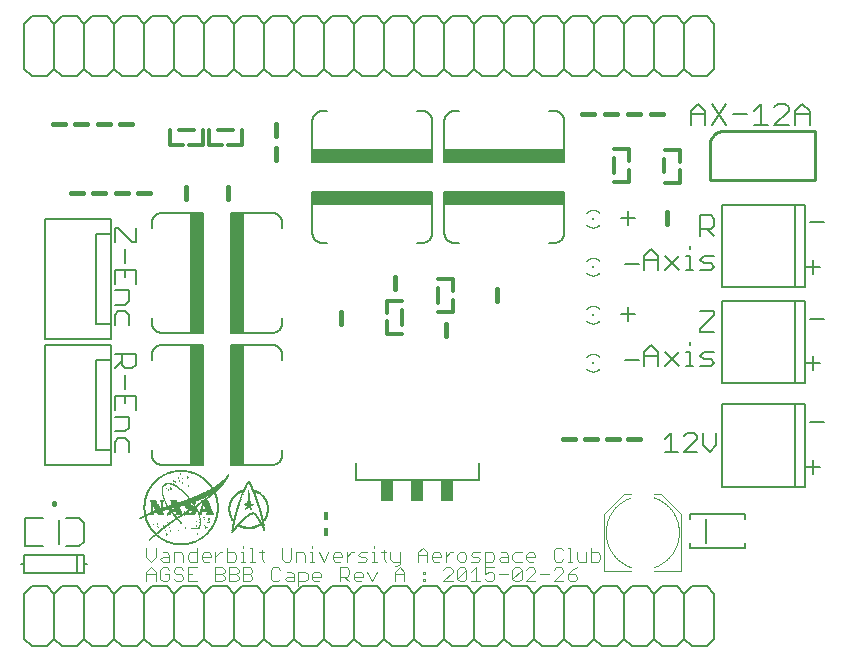
<source format=gto>
G75*
%MOIN*%
%OFA0B0*%
%FSLAX25Y25*%
%IPPOS*%
%LPD*%
%AMOC8*
5,1,8,0,0,1.08239X$1,22.5*
%
%ADD10C,0.00400*%
%ADD11C,0.00600*%
%ADD12C,0.01200*%
%ADD13C,0.01600*%
%ADD14R,0.00250X0.00050*%
%ADD15R,0.00300X0.00050*%
%ADD16R,0.00400X0.00050*%
%ADD17R,0.00450X0.00050*%
%ADD18R,0.00500X0.00050*%
%ADD19R,0.00550X0.00050*%
%ADD20R,0.00600X0.00050*%
%ADD21R,0.00650X0.00050*%
%ADD22R,0.00700X0.00050*%
%ADD23R,0.00750X0.00050*%
%ADD24R,0.00800X0.00050*%
%ADD25R,0.00850X0.00050*%
%ADD26R,0.00900X0.00050*%
%ADD27R,0.00100X0.00050*%
%ADD28R,0.01000X0.00050*%
%ADD29R,0.00350X0.00050*%
%ADD30R,0.01050X0.00050*%
%ADD31R,0.01100X0.00050*%
%ADD32R,0.01150X0.00050*%
%ADD33R,0.01200X0.00050*%
%ADD34R,0.01250X0.00050*%
%ADD35R,0.01300X0.00050*%
%ADD36R,0.01350X0.00050*%
%ADD37R,0.00050X0.00050*%
%ADD38R,0.01400X0.00050*%
%ADD39R,0.02150X0.00050*%
%ADD40R,0.01450X0.00050*%
%ADD41R,0.02750X0.00050*%
%ADD42R,0.01500X0.00050*%
%ADD43R,0.03200X0.00050*%
%ADD44R,0.03650X0.00050*%
%ADD45R,0.04000X0.00050*%
%ADD46R,0.04300X0.00050*%
%ADD47R,0.04650X0.00050*%
%ADD48R,0.04850X0.00050*%
%ADD49R,0.05100X0.00050*%
%ADD50R,0.05350X0.00050*%
%ADD51R,0.02100X0.00050*%
%ADD52R,0.01850X0.00050*%
%ADD53R,0.01800X0.00050*%
%ADD54R,0.01750X0.00050*%
%ADD55R,0.01650X0.00050*%
%ADD56R,0.01550X0.00050*%
%ADD57R,0.02200X0.00050*%
%ADD58R,0.00950X0.00050*%
%ADD59R,0.02050X0.00050*%
%ADD60R,0.01950X0.00050*%
%ADD61R,0.01700X0.00050*%
%ADD62R,0.02000X0.00050*%
%ADD63R,0.00200X0.00050*%
%ADD64R,0.00150X0.00050*%
%ADD65R,0.01600X0.00050*%
%ADD66R,0.01900X0.00050*%
%ADD67R,0.02300X0.00050*%
%ADD68R,0.02500X0.00050*%
%ADD69R,0.02650X0.00050*%
%ADD70R,0.02850X0.00050*%
%ADD71R,0.03000X0.00050*%
%ADD72R,0.03400X0.00050*%
%ADD73R,0.03600X0.00050*%
%ADD74R,0.03500X0.00050*%
%ADD75R,0.00800X0.00040*%
%ADD76R,0.01880X0.00040*%
%ADD77R,0.02760X0.00040*%
%ADD78R,0.03400X0.00040*%
%ADD79R,0.03960X0.00040*%
%ADD80R,0.04440X0.00040*%
%ADD81R,0.04840X0.00040*%
%ADD82R,0.05240X0.00040*%
%ADD83R,0.05640X0.00040*%
%ADD84R,0.05960X0.00040*%
%ADD85R,0.06280X0.00040*%
%ADD86R,0.02440X0.00040*%
%ADD87R,0.02400X0.00040*%
%ADD88R,0.02040X0.00040*%
%ADD89R,0.01880X0.00040*%
%ADD90R,0.01720X0.00040*%
%ADD91R,0.01720X0.00040*%
%ADD92R,0.01600X0.00040*%
%ADD93R,0.01480X0.00040*%
%ADD94R,0.01440X0.00040*%
%ADD95R,0.01360X0.00040*%
%ADD96R,0.01320X0.00040*%
%ADD97R,0.01320X0.00040*%
%ADD98R,0.01280X0.00040*%
%ADD99R,0.01240X0.00040*%
%ADD100R,0.01200X0.00040*%
%ADD101R,0.01160X0.00040*%
%ADD102R,0.01120X0.00040*%
%ADD103R,0.01120X0.00040*%
%ADD104R,0.01120X0.00040*%
%ADD105R,0.01080X0.00040*%
%ADD106R,0.01040X0.00040*%
%ADD107R,0.01040X0.00040*%
%ADD108R,0.01000X0.00040*%
%ADD109R,0.01000X0.00040*%
%ADD110R,0.00960X0.00040*%
%ADD111R,0.00920X0.00040*%
%ADD112R,0.00920X0.00040*%
%ADD113R,0.00880X0.00040*%
%ADD114R,0.00880X0.00040*%
%ADD115R,0.00840X0.00040*%
%ADD116R,0.00040X0.00040*%
%ADD117R,0.00840X0.00040*%
%ADD118R,0.00080X0.00040*%
%ADD119R,0.00840X0.00040*%
%ADD120R,0.00120X0.00040*%
%ADD121R,0.00160X0.00040*%
%ADD122R,0.00200X0.00040*%
%ADD123R,0.00240X0.00040*%
%ADD124R,0.00280X0.00040*%
%ADD125R,0.00800X0.00040*%
%ADD126R,0.00760X0.00040*%
%ADD127R,0.00320X0.00040*%
%ADD128R,0.00760X0.00040*%
%ADD129R,0.00320X0.00040*%
%ADD130R,0.00720X0.00040*%
%ADD131R,0.00720X0.00040*%
%ADD132R,0.00320X0.00040*%
%ADD133R,0.00720X0.00040*%
%ADD134R,0.00720X0.00040*%
%ADD135R,0.00680X0.00040*%
%ADD136R,0.00280X0.00040*%
%ADD137R,0.00680X0.00040*%
%ADD138R,0.00640X0.00040*%
%ADD139R,0.00640X0.00040*%
%ADD140R,0.00640X0.00040*%
%ADD141R,0.00640X0.00040*%
%ADD142R,0.00600X0.00040*%
%ADD143R,0.00320X0.00040*%
%ADD144R,0.00600X0.00040*%
%ADD145R,0.00360X0.00040*%
%ADD146R,0.00360X0.00040*%
%ADD147R,0.00560X0.00040*%
%ADD148R,0.00080X0.00040*%
%ADD149R,0.00560X0.00040*%
%ADD150R,0.00240X0.00040*%
%ADD151R,0.00840X0.00040*%
%ADD152R,0.00240X0.00040*%
%ADD153R,0.00960X0.00040*%
%ADD154R,0.00040X0.00040*%
%ADD155R,0.00160X0.00040*%
%ADD156R,0.00400X0.00040*%
%ADD157R,0.00440X0.00040*%
%ADD158R,0.00440X0.00040*%
%ADD159R,0.00480X0.00040*%
%ADD160R,0.00480X0.00040*%
%ADD161R,0.00520X0.00040*%
%ADD162R,0.00520X0.00040*%
%ADD163R,0.00520X0.00040*%
%ADD164R,0.00520X0.00040*%
%ADD165R,0.00120X0.00040*%
%ADD166R,0.00120X0.00040*%
%ADD167R,0.00440X0.00040*%
%ADD168R,0.00440X0.00040*%
%ADD169R,0.00200X0.00040*%
%ADD170R,0.00400X0.00040*%
%ADD171R,0.00120X0.00040*%
%ADD172R,0.00240X0.00040*%
%ADD173R,0.00920X0.00040*%
%ADD174R,0.01040X0.00040*%
%ADD175R,0.00040X0.00040*%
%ADD176R,0.01560X0.00040*%
%ADD177R,0.01560X0.00040*%
%ADD178R,0.02040X0.00040*%
%ADD179R,0.01440X0.00040*%
%ADD180R,0.02160X0.00040*%
%ADD181R,0.01480X0.00040*%
%ADD182R,0.02880X0.00040*%
%ADD183R,0.01520X0.00040*%
%ADD184R,0.02000X0.00040*%
%ADD185R,0.02200X0.00040*%
%ADD186R,0.02160X0.00040*%
%ADD187R,0.02800X0.00040*%
%ADD188R,0.01400X0.00040*%
%ADD189R,0.01360X0.00040*%
%ADD190R,0.02240X0.00040*%
%ADD191R,0.02320X0.00040*%
%ADD192R,0.02720X0.00040*%
%ADD193R,0.01960X0.00040*%
%ADD194R,0.02240X0.00040*%
%ADD195R,0.03040X0.00040*%
%ADD196R,0.02640X0.00040*%
%ADD197R,0.02280X0.00040*%
%ADD198R,0.03080X0.00040*%
%ADD199R,0.02560X0.00040*%
%ADD200R,0.01200X0.00040*%
%ADD201R,0.01960X0.00040*%
%ADD202R,0.02280X0.00040*%
%ADD203R,0.03120X0.00040*%
%ADD204R,0.02480X0.00040*%
%ADD205R,0.01920X0.00040*%
%ADD206R,0.02320X0.00040*%
%ADD207R,0.03120X0.00040*%
%ADD208R,0.03120X0.00040*%
%ADD209R,0.02120X0.00040*%
%ADD210R,0.03080X0.00040*%
%ADD211R,0.02080X0.00040*%
%ADD212R,0.01840X0.00040*%
%ADD213R,0.01840X0.00040*%
%ADD214R,0.03040X0.00040*%
%ADD215R,0.01800X0.00040*%
%ADD216R,0.01640X0.00040*%
%ADD217R,0.01920X0.00040*%
%ADD218R,0.01120X0.00040*%
%ADD219R,0.02000X0.00040*%
%ADD220R,0.01440X0.00040*%
%ADD221R,0.02080X0.00040*%
%ADD222R,0.01040X0.00040*%
%ADD223R,0.02120X0.00040*%
%ADD224R,0.02120X0.00040*%
%ADD225R,0.04080X0.00040*%
%ADD226R,0.04040X0.00040*%
%ADD227R,0.04040X0.00040*%
%ADD228R,0.04000X0.00040*%
%ADD229R,0.02200X0.00040*%
%ADD230R,0.04000X0.00040*%
%ADD231R,0.01600X0.00040*%
%ADD232R,0.03920X0.00040*%
%ADD233R,0.01680X0.00040*%
%ADD234R,0.03880X0.00040*%
%ADD235R,0.02320X0.00040*%
%ADD236R,0.03840X0.00040*%
%ADD237R,0.03880X0.00040*%
%ADD238R,0.02360X0.00040*%
%ADD239R,0.03800X0.00040*%
%ADD240R,0.03760X0.00040*%
%ADD241R,0.02440X0.00040*%
%ADD242R,0.03720X0.00040*%
%ADD243R,0.02440X0.00040*%
%ADD244R,0.03720X0.00040*%
%ADD245R,0.01680X0.00040*%
%ADD246R,0.02480X0.00040*%
%ADD247R,0.03680X0.00040*%
%ADD248R,0.02520X0.00040*%
%ADD249R,0.03640X0.00040*%
%ADD250R,0.03600X0.00040*%
%ADD251R,0.01920X0.00040*%
%ADD252R,0.01800X0.00040*%
%ADD253R,0.01320X0.00040*%
%ADD254R,0.01240X0.00040*%
%ADD255R,0.00920X0.00040*%
%ADD256R,0.01520X0.00040*%
%ADD257R,0.01760X0.00040*%
%ADD258R,0.01920X0.00040*%
%ADD259R,0.02240X0.00040*%
%ADD260R,0.01840X0.00040*%
%ADD261R,0.02120X0.00040*%
%ADD262R,0.01760X0.00040*%
%ADD263R,0.02320X0.00040*%
%ADD264R,0.02520X0.00040*%
%ADD265R,0.02600X0.00040*%
%ADD266R,0.02720X0.00040*%
%ADD267R,0.01240X0.00040*%
%ADD268R,0.02760X0.00040*%
%ADD269R,0.02840X0.00040*%
%ADD270R,0.02960X0.00040*%
%ADD271R,0.02920X0.00040*%
%ADD272R,0.02840X0.00040*%
%ADD273R,0.02560X0.00040*%
%ADD274R,0.02400X0.00040*%
%ADD275R,0.01840X0.00040*%
%ADD276R,0.02360X0.00040*%
%ADD277R,0.01280X0.00040*%
%ADD278R,0.01400X0.00040*%
%ADD279R,0.03000X0.00040*%
%ADD280R,0.02040X0.00040*%
%ADD281R,0.01640X0.00040*%
%ADD282R,0.01160X0.00040*%
%ADD283R,0.02720X0.00040*%
%ADD284R,0.01320X0.00040*%
%ADD285R,0.02680X0.00040*%
%ADD286R,0.01640X0.00040*%
%ADD287R,0.03000X0.00040*%
%ADD288R,0.03240X0.00040*%
%ADD289R,0.03360X0.00040*%
%ADD290R,0.03480X0.00040*%
%ADD291R,0.03560X0.00040*%
%ADD292R,0.03840X0.00040*%
%ADD293R,0.03960X0.00040*%
%ADD294R,0.03720X0.00040*%
%ADD295R,0.03640X0.00040*%
%ADD296R,0.03600X0.00040*%
%ADD297R,0.03520X0.00040*%
%ADD298R,0.03480X0.00040*%
%ADD299R,0.03440X0.00040*%
%ADD300R,0.03440X0.00040*%
%ADD301R,0.03360X0.00040*%
%ADD302R,0.03320X0.00040*%
%ADD303R,0.03280X0.00040*%
%ADD304R,0.03240X0.00040*%
%ADD305R,0.03200X0.00040*%
%ADD306R,0.03160X0.00040*%
%ADD307R,0.04240X0.00040*%
%ADD308R,0.04160X0.00040*%
%ADD309R,0.03520X0.00040*%
%ADD310R,0.03240X0.00040*%
%ADD311R,0.03040X0.00040*%
%ADD312R,0.02920X0.00040*%
%ADD313R,0.02640X0.00040*%
%ADD314R,0.02640X0.00040*%
%ADD315R,0.02800X0.00040*%
%ADD316R,0.02880X0.00040*%
%ADD317R,0.01080X0.00040*%
%ADD318R,0.06040X0.00040*%
%ADD319R,0.05720X0.00040*%
%ADD320R,0.05360X0.00040*%
%ADD321R,0.05000X0.00040*%
%ADD322R,0.04560X0.00040*%
%ADD323R,0.04120X0.00040*%
%ADD324R,0.03560X0.00040*%
%ADD325C,0.00800*%
%ADD326R,0.04134X0.07480*%
%ADD327C,0.00500*%
%ADD328R,0.01600X0.02800*%
%ADD329R,0.04000X0.40000*%
%ADD330R,0.40000X0.04000*%
%ADD331C,0.01000*%
%ADD332R,0.00787X0.00787*%
%ADD333R,0.00591X0.00984*%
D10*
X0115700Y0108533D02*
X0115700Y0111603D01*
X0117235Y0113137D01*
X0118769Y0111603D01*
X0118769Y0108533D01*
X0120304Y0109301D02*
X0121071Y0108533D01*
X0122606Y0108533D01*
X0123373Y0109301D01*
X0123373Y0110835D01*
X0121839Y0110835D01*
X0123373Y0112370D02*
X0122606Y0113137D01*
X0121071Y0113137D01*
X0120304Y0112370D01*
X0120304Y0109301D01*
X0118769Y0110835D02*
X0115700Y0110835D01*
X0117235Y0115033D02*
X0118769Y0116568D01*
X0118769Y0119637D01*
X0121071Y0118103D02*
X0122606Y0118103D01*
X0123373Y0117335D01*
X0123373Y0115033D01*
X0121071Y0115033D01*
X0120304Y0115801D01*
X0121071Y0116568D01*
X0123373Y0116568D01*
X0124908Y0115033D02*
X0124908Y0118103D01*
X0127210Y0118103D01*
X0127977Y0117335D01*
X0127977Y0115033D01*
X0129512Y0115801D02*
X0129512Y0117335D01*
X0130279Y0118103D01*
X0132581Y0118103D01*
X0132581Y0119637D02*
X0132581Y0115033D01*
X0130279Y0115033D01*
X0129512Y0115801D01*
X0129512Y0113137D02*
X0129512Y0108533D01*
X0132581Y0108533D01*
X0131046Y0110835D02*
X0129512Y0110835D01*
X0127977Y0110068D02*
X0127977Y0109301D01*
X0127210Y0108533D01*
X0125675Y0108533D01*
X0124908Y0109301D01*
X0125675Y0110835D02*
X0127210Y0110835D01*
X0127977Y0110068D01*
X0127977Y0112370D02*
X0127210Y0113137D01*
X0125675Y0113137D01*
X0124908Y0112370D01*
X0124908Y0111603D01*
X0125675Y0110835D01*
X0129512Y0113137D02*
X0132581Y0113137D01*
X0134883Y0115033D02*
X0134116Y0115801D01*
X0134116Y0117335D01*
X0134883Y0118103D01*
X0136418Y0118103D01*
X0137185Y0117335D01*
X0137185Y0116568D01*
X0134116Y0116568D01*
X0134883Y0115033D02*
X0136418Y0115033D01*
X0138720Y0115033D02*
X0138720Y0118103D01*
X0140254Y0118103D02*
X0141022Y0118103D01*
X0140254Y0118103D02*
X0138720Y0116568D01*
X0138720Y0113137D02*
X0141022Y0113137D01*
X0141789Y0112370D01*
X0141789Y0111603D01*
X0141022Y0110835D01*
X0138720Y0110835D01*
X0141022Y0110835D02*
X0141789Y0110068D01*
X0141789Y0109301D01*
X0141022Y0108533D01*
X0138720Y0108533D01*
X0138720Y0113137D01*
X0142556Y0115033D02*
X0144858Y0115033D01*
X0145626Y0115801D01*
X0145626Y0117335D01*
X0144858Y0118103D01*
X0142556Y0118103D01*
X0142556Y0119637D02*
X0142556Y0115033D01*
X0143324Y0113137D02*
X0145626Y0113137D01*
X0146393Y0112370D01*
X0146393Y0111603D01*
X0145626Y0110835D01*
X0143324Y0110835D01*
X0145626Y0110835D02*
X0146393Y0110068D01*
X0146393Y0109301D01*
X0145626Y0108533D01*
X0143324Y0108533D01*
X0143324Y0113137D01*
X0147160Y0115033D02*
X0148695Y0115033D01*
X0147927Y0115033D02*
X0147927Y0118103D01*
X0147160Y0118103D01*
X0147927Y0119637D02*
X0147927Y0120405D01*
X0150229Y0119637D02*
X0150997Y0119637D01*
X0150997Y0115033D01*
X0151764Y0115033D02*
X0150229Y0115033D01*
X0150229Y0113137D02*
X0150997Y0112370D01*
X0150997Y0111603D01*
X0150229Y0110835D01*
X0147927Y0110835D01*
X0147927Y0108533D02*
X0150229Y0108533D01*
X0150997Y0109301D01*
X0150997Y0110068D01*
X0150229Y0110835D01*
X0150229Y0113137D02*
X0147927Y0113137D01*
X0147927Y0108533D01*
X0154833Y0115033D02*
X0154066Y0115801D01*
X0154066Y0118870D01*
X0153299Y0118103D02*
X0154833Y0118103D01*
X0157903Y0113137D02*
X0157135Y0112370D01*
X0157135Y0109301D01*
X0157903Y0108533D01*
X0159437Y0108533D01*
X0160205Y0109301D01*
X0161739Y0109301D02*
X0162507Y0110068D01*
X0164809Y0110068D01*
X0164809Y0110835D02*
X0164809Y0108533D01*
X0162507Y0108533D01*
X0161739Y0109301D01*
X0162507Y0111603D02*
X0164041Y0111603D01*
X0164809Y0110835D01*
X0166343Y0111603D02*
X0168645Y0111603D01*
X0169412Y0110835D01*
X0169412Y0109301D01*
X0168645Y0108533D01*
X0166343Y0108533D01*
X0166343Y0106999D02*
X0166343Y0111603D01*
X0165576Y0115033D02*
X0165576Y0118103D01*
X0167878Y0118103D01*
X0168645Y0117335D01*
X0168645Y0115033D01*
X0170180Y0115033D02*
X0171714Y0115033D01*
X0170947Y0115033D02*
X0170947Y0118103D01*
X0170180Y0118103D01*
X0170947Y0119637D02*
X0170947Y0120405D01*
X0173249Y0118103D02*
X0174784Y0115033D01*
X0176318Y0118103D01*
X0177853Y0117335D02*
X0177853Y0115801D01*
X0178620Y0115033D01*
X0180155Y0115033D01*
X0180922Y0116568D02*
X0177853Y0116568D01*
X0177853Y0117335D02*
X0178620Y0118103D01*
X0180155Y0118103D01*
X0180922Y0117335D01*
X0180922Y0116568D01*
X0182457Y0116568D02*
X0183992Y0118103D01*
X0184759Y0118103D01*
X0186293Y0117335D02*
X0187061Y0118103D01*
X0189363Y0118103D01*
X0190897Y0118103D02*
X0191665Y0118103D01*
X0191665Y0115033D01*
X0192432Y0115033D02*
X0190897Y0115033D01*
X0189363Y0115801D02*
X0188595Y0116568D01*
X0187061Y0116568D01*
X0186293Y0117335D01*
X0186293Y0115033D02*
X0188595Y0115033D01*
X0189363Y0115801D01*
X0189363Y0111603D02*
X0190897Y0108533D01*
X0192432Y0111603D01*
X0195501Y0115033D02*
X0194734Y0115801D01*
X0194734Y0118870D01*
X0193967Y0118103D02*
X0195501Y0118103D01*
X0197036Y0118103D02*
X0197036Y0115801D01*
X0197803Y0115033D01*
X0200105Y0115033D01*
X0200105Y0114266D02*
X0199338Y0113499D01*
X0198571Y0113499D01*
X0200105Y0113137D02*
X0201640Y0111603D01*
X0201640Y0108533D01*
X0201640Y0110835D02*
X0198571Y0110835D01*
X0198571Y0111603D02*
X0200105Y0113137D01*
X0200105Y0114266D02*
X0200105Y0118103D01*
X0206244Y0118103D02*
X0206244Y0115033D01*
X0206244Y0117335D02*
X0209313Y0117335D01*
X0209313Y0118103D02*
X0209313Y0115033D01*
X0210848Y0115801D02*
X0210848Y0117335D01*
X0211615Y0118103D01*
X0213150Y0118103D01*
X0213917Y0117335D01*
X0213917Y0116568D01*
X0210848Y0116568D01*
X0210848Y0115801D02*
X0211615Y0115033D01*
X0213150Y0115033D01*
X0215452Y0115033D02*
X0215452Y0118103D01*
X0216986Y0118103D02*
X0217754Y0118103D01*
X0216986Y0118103D02*
X0215452Y0116568D01*
X0215452Y0113137D02*
X0214684Y0112370D01*
X0215452Y0113137D02*
X0216986Y0113137D01*
X0217754Y0112370D01*
X0217754Y0111603D01*
X0214684Y0108533D01*
X0217754Y0108533D01*
X0219288Y0109301D02*
X0222358Y0112370D01*
X0222358Y0109301D01*
X0221590Y0108533D01*
X0220056Y0108533D01*
X0219288Y0109301D01*
X0219288Y0112370D01*
X0220056Y0113137D01*
X0221590Y0113137D01*
X0222358Y0112370D01*
X0223892Y0111603D02*
X0225427Y0113137D01*
X0225427Y0108533D01*
X0223892Y0108533D02*
X0226962Y0108533D01*
X0228496Y0109301D02*
X0229263Y0108533D01*
X0230798Y0108533D01*
X0231565Y0109301D01*
X0231565Y0110835D01*
X0230798Y0111603D01*
X0230031Y0111603D01*
X0228496Y0110835D01*
X0228496Y0113137D01*
X0231565Y0113137D01*
X0230798Y0115033D02*
X0228496Y0115033D01*
X0228496Y0113499D02*
X0228496Y0118103D01*
X0230798Y0118103D01*
X0231565Y0117335D01*
X0231565Y0115801D01*
X0230798Y0115033D01*
X0233100Y0115801D02*
X0233867Y0116568D01*
X0236169Y0116568D01*
X0236169Y0117335D02*
X0236169Y0115033D01*
X0233867Y0115033D01*
X0233100Y0115801D01*
X0233867Y0118103D02*
X0235402Y0118103D01*
X0236169Y0117335D01*
X0237704Y0117335D02*
X0237704Y0115801D01*
X0238471Y0115033D01*
X0240773Y0115033D01*
X0242308Y0115801D02*
X0242308Y0117335D01*
X0243075Y0118103D01*
X0244610Y0118103D01*
X0245377Y0117335D01*
X0245377Y0116568D01*
X0242308Y0116568D01*
X0242308Y0115801D02*
X0243075Y0115033D01*
X0244610Y0115033D01*
X0244610Y0113137D02*
X0243075Y0113137D01*
X0242308Y0112370D01*
X0240773Y0112370D02*
X0237704Y0109301D01*
X0238471Y0108533D01*
X0240006Y0108533D01*
X0240773Y0109301D01*
X0240773Y0112370D01*
X0240006Y0113137D01*
X0238471Y0113137D01*
X0237704Y0112370D01*
X0237704Y0109301D01*
X0236169Y0110835D02*
X0233100Y0110835D01*
X0226961Y0115801D02*
X0226194Y0116568D01*
X0224660Y0116568D01*
X0223892Y0117335D01*
X0224660Y0118103D01*
X0226961Y0118103D01*
X0226961Y0115801D02*
X0226194Y0115033D01*
X0223892Y0115033D01*
X0222358Y0115801D02*
X0222358Y0117335D01*
X0221590Y0118103D01*
X0220056Y0118103D01*
X0219288Y0117335D01*
X0219288Y0115801D01*
X0220056Y0115033D01*
X0221590Y0115033D01*
X0222358Y0115801D01*
X0209313Y0118103D02*
X0207778Y0119637D01*
X0206244Y0118103D01*
X0207778Y0111603D02*
X0207778Y0110835D01*
X0208546Y0110835D01*
X0208546Y0111603D01*
X0207778Y0111603D01*
X0207778Y0109301D02*
X0207778Y0108533D01*
X0208546Y0108533D01*
X0208546Y0109301D01*
X0207778Y0109301D01*
X0198571Y0108533D02*
X0198571Y0111603D01*
X0191665Y0119637D02*
X0191665Y0120405D01*
X0182457Y0118103D02*
X0182457Y0115033D01*
X0182457Y0113137D02*
X0183224Y0112370D01*
X0183224Y0110835D01*
X0182457Y0110068D01*
X0180155Y0110068D01*
X0181690Y0110068D02*
X0183224Y0108533D01*
X0184759Y0109301D02*
X0184759Y0110835D01*
X0185526Y0111603D01*
X0187061Y0111603D01*
X0187828Y0110835D01*
X0187828Y0110068D01*
X0184759Y0110068D01*
X0184759Y0109301D02*
X0185526Y0108533D01*
X0187061Y0108533D01*
X0182457Y0113137D02*
X0180155Y0113137D01*
X0180155Y0108533D01*
X0174016Y0110068D02*
X0170947Y0110068D01*
X0170947Y0110835D02*
X0171714Y0111603D01*
X0173249Y0111603D01*
X0174016Y0110835D01*
X0174016Y0110068D01*
X0173249Y0108533D02*
X0171714Y0108533D01*
X0170947Y0109301D01*
X0170947Y0110835D01*
X0164041Y0115801D02*
X0164041Y0119637D01*
X0160972Y0119637D02*
X0160972Y0115801D01*
X0161739Y0115033D01*
X0163274Y0115033D01*
X0164041Y0115801D01*
X0160205Y0112370D02*
X0159437Y0113137D01*
X0157903Y0113137D01*
X0117235Y0115033D02*
X0115700Y0116568D01*
X0115700Y0119637D01*
X0237704Y0117335D02*
X0238471Y0118103D01*
X0240773Y0118103D01*
X0244610Y0113137D02*
X0245377Y0112370D01*
X0245377Y0111603D01*
X0242308Y0108533D01*
X0245377Y0108533D01*
X0246912Y0110835D02*
X0249981Y0110835D01*
X0251516Y0112370D02*
X0252283Y0113137D01*
X0253818Y0113137D01*
X0254585Y0112370D01*
X0254585Y0111603D01*
X0251516Y0108533D01*
X0254585Y0108533D01*
X0256120Y0109301D02*
X0256887Y0108533D01*
X0258422Y0108533D01*
X0259189Y0109301D01*
X0259189Y0110068D01*
X0258422Y0110835D01*
X0256120Y0110835D01*
X0256120Y0109301D01*
X0256120Y0110835D02*
X0257654Y0112370D01*
X0259189Y0113137D01*
X0259956Y0115033D02*
X0259189Y0115801D01*
X0259189Y0118103D01*
X0256887Y0119637D02*
X0256120Y0119637D01*
X0256887Y0119637D02*
X0256887Y0115033D01*
X0256120Y0115033D02*
X0257654Y0115033D01*
X0259956Y0115033D02*
X0262258Y0115033D01*
X0262258Y0118103D01*
X0263793Y0118103D02*
X0266095Y0118103D01*
X0266862Y0117335D01*
X0266862Y0115801D01*
X0266095Y0115033D01*
X0263793Y0115033D01*
X0263793Y0119637D01*
X0268205Y0112038D02*
X0268205Y0130936D01*
X0274898Y0137629D01*
X0277260Y0137629D01*
X0284740Y0137629D02*
X0287102Y0137629D01*
X0293795Y0130936D01*
X0293795Y0112038D01*
X0284740Y0112038D01*
X0277260Y0112038D02*
X0268205Y0112038D01*
X0254585Y0115801D02*
X0253818Y0115033D01*
X0252283Y0115033D01*
X0251516Y0115801D01*
X0251516Y0118870D01*
X0252283Y0119637D01*
X0253818Y0119637D01*
X0254585Y0118870D01*
X0284740Y0113218D02*
X0285023Y0113313D01*
X0285304Y0113415D01*
X0285581Y0113524D01*
X0285857Y0113639D01*
X0286129Y0113761D01*
X0286398Y0113890D01*
X0286664Y0114025D01*
X0286926Y0114167D01*
X0287185Y0114315D01*
X0287441Y0114469D01*
X0287692Y0114630D01*
X0287940Y0114797D01*
X0288183Y0114969D01*
X0288422Y0115148D01*
X0288657Y0115332D01*
X0288887Y0115522D01*
X0289112Y0115718D01*
X0289332Y0115919D01*
X0289548Y0116125D01*
X0289758Y0116337D01*
X0289963Y0116553D01*
X0290163Y0116775D01*
X0290357Y0117002D01*
X0290546Y0117233D01*
X0290729Y0117468D01*
X0290906Y0117708D01*
X0291077Y0117953D01*
X0291242Y0118201D01*
X0291401Y0118454D01*
X0291554Y0118710D01*
X0291701Y0118970D01*
X0291841Y0119233D01*
X0291975Y0119500D01*
X0292102Y0119770D01*
X0292222Y0120043D01*
X0292336Y0120318D01*
X0292443Y0120597D01*
X0292543Y0120878D01*
X0292636Y0121161D01*
X0292723Y0121447D01*
X0292802Y0121735D01*
X0292874Y0122024D01*
X0292939Y0122315D01*
X0292997Y0122608D01*
X0293048Y0122902D01*
X0293092Y0123197D01*
X0293128Y0123493D01*
X0293157Y0123790D01*
X0293179Y0124088D01*
X0293194Y0124386D01*
X0293201Y0124684D01*
X0293201Y0124982D01*
X0293194Y0125280D01*
X0293179Y0125578D01*
X0293157Y0125876D01*
X0293128Y0126173D01*
X0293092Y0126469D01*
X0293048Y0126764D01*
X0292997Y0127058D01*
X0292939Y0127351D01*
X0292874Y0127642D01*
X0292802Y0127931D01*
X0292723Y0128219D01*
X0292636Y0128505D01*
X0292543Y0128788D01*
X0292443Y0129069D01*
X0292336Y0129348D01*
X0292222Y0129623D01*
X0292102Y0129896D01*
X0291975Y0130166D01*
X0291841Y0130433D01*
X0291701Y0130696D01*
X0291554Y0130956D01*
X0291401Y0131212D01*
X0291242Y0131465D01*
X0291077Y0131713D01*
X0290906Y0131958D01*
X0290729Y0132198D01*
X0290546Y0132433D01*
X0290357Y0132664D01*
X0290163Y0132891D01*
X0289963Y0133113D01*
X0289758Y0133329D01*
X0289548Y0133541D01*
X0289332Y0133747D01*
X0289112Y0133948D01*
X0288887Y0134144D01*
X0288657Y0134334D01*
X0288422Y0134518D01*
X0288183Y0134697D01*
X0287940Y0134869D01*
X0287692Y0135036D01*
X0287441Y0135197D01*
X0287185Y0135351D01*
X0286926Y0135499D01*
X0286664Y0135641D01*
X0286398Y0135776D01*
X0286129Y0135905D01*
X0285857Y0136027D01*
X0285581Y0136142D01*
X0285304Y0136251D01*
X0285023Y0136353D01*
X0284740Y0136448D01*
X0277260Y0136448D02*
X0276977Y0136353D01*
X0276696Y0136251D01*
X0276419Y0136142D01*
X0276143Y0136027D01*
X0275871Y0135905D01*
X0275602Y0135776D01*
X0275336Y0135641D01*
X0275074Y0135499D01*
X0274815Y0135351D01*
X0274559Y0135197D01*
X0274308Y0135036D01*
X0274060Y0134869D01*
X0273817Y0134697D01*
X0273578Y0134518D01*
X0273343Y0134334D01*
X0273113Y0134144D01*
X0272888Y0133948D01*
X0272668Y0133747D01*
X0272452Y0133541D01*
X0272242Y0133329D01*
X0272037Y0133113D01*
X0271837Y0132891D01*
X0271643Y0132664D01*
X0271454Y0132433D01*
X0271271Y0132198D01*
X0271094Y0131958D01*
X0270923Y0131713D01*
X0270758Y0131465D01*
X0270599Y0131212D01*
X0270446Y0130956D01*
X0270299Y0130696D01*
X0270159Y0130433D01*
X0270025Y0130166D01*
X0269898Y0129896D01*
X0269778Y0129623D01*
X0269664Y0129348D01*
X0269557Y0129069D01*
X0269457Y0128788D01*
X0269364Y0128505D01*
X0269277Y0128219D01*
X0269198Y0127931D01*
X0269126Y0127642D01*
X0269061Y0127351D01*
X0269003Y0127058D01*
X0268952Y0126764D01*
X0268908Y0126469D01*
X0268872Y0126173D01*
X0268843Y0125876D01*
X0268821Y0125578D01*
X0268806Y0125280D01*
X0268799Y0124982D01*
X0268799Y0124684D01*
X0268806Y0124386D01*
X0268821Y0124088D01*
X0268843Y0123790D01*
X0268872Y0123493D01*
X0268908Y0123197D01*
X0268952Y0122902D01*
X0269003Y0122608D01*
X0269061Y0122315D01*
X0269126Y0122024D01*
X0269198Y0121735D01*
X0269277Y0121447D01*
X0269364Y0121161D01*
X0269457Y0120878D01*
X0269557Y0120597D01*
X0269664Y0120318D01*
X0269778Y0120043D01*
X0269898Y0119770D01*
X0270025Y0119500D01*
X0270159Y0119233D01*
X0270299Y0118970D01*
X0270446Y0118710D01*
X0270599Y0118454D01*
X0270758Y0118201D01*
X0270923Y0117953D01*
X0271094Y0117708D01*
X0271271Y0117468D01*
X0271454Y0117233D01*
X0271643Y0117002D01*
X0271837Y0116775D01*
X0272037Y0116553D01*
X0272242Y0116337D01*
X0272452Y0116125D01*
X0272668Y0115919D01*
X0272888Y0115718D01*
X0273113Y0115522D01*
X0273343Y0115332D01*
X0273578Y0115148D01*
X0273817Y0114969D01*
X0274060Y0114797D01*
X0274308Y0114630D01*
X0274559Y0114469D01*
X0274815Y0114315D01*
X0275074Y0114167D01*
X0275336Y0114025D01*
X0275602Y0113890D01*
X0275871Y0113761D01*
X0276143Y0113639D01*
X0276419Y0113524D01*
X0276696Y0113415D01*
X0276977Y0113313D01*
X0277260Y0113218D01*
X0266665Y0179365D02*
X0266592Y0179288D01*
X0266517Y0179213D01*
X0266439Y0179142D01*
X0266358Y0179073D01*
X0266275Y0179007D01*
X0266190Y0178944D01*
X0266102Y0178885D01*
X0266013Y0178828D01*
X0265921Y0178775D01*
X0265827Y0178725D01*
X0265732Y0178679D01*
X0265635Y0178636D01*
X0265537Y0178597D01*
X0265437Y0178561D01*
X0265336Y0178529D01*
X0265234Y0178501D01*
X0265131Y0178476D01*
X0265027Y0178455D01*
X0264922Y0178438D01*
X0264817Y0178424D01*
X0264712Y0178415D01*
X0264606Y0178409D01*
X0264500Y0178407D01*
X0264394Y0178409D01*
X0264288Y0178415D01*
X0264183Y0178424D01*
X0264078Y0178438D01*
X0263973Y0178455D01*
X0263869Y0178476D01*
X0263766Y0178501D01*
X0263664Y0178529D01*
X0263563Y0178561D01*
X0263463Y0178597D01*
X0263365Y0178636D01*
X0263268Y0178679D01*
X0263173Y0178725D01*
X0263079Y0178775D01*
X0262987Y0178828D01*
X0262898Y0178885D01*
X0262810Y0178944D01*
X0262725Y0179007D01*
X0262642Y0179073D01*
X0262561Y0179142D01*
X0262483Y0179213D01*
X0262408Y0179288D01*
X0262335Y0179365D01*
X0262335Y0183301D02*
X0262408Y0183378D01*
X0262483Y0183453D01*
X0262561Y0183524D01*
X0262642Y0183593D01*
X0262725Y0183659D01*
X0262810Y0183722D01*
X0262898Y0183781D01*
X0262987Y0183838D01*
X0263079Y0183891D01*
X0263173Y0183941D01*
X0263268Y0183987D01*
X0263365Y0184030D01*
X0263463Y0184069D01*
X0263563Y0184105D01*
X0263664Y0184137D01*
X0263766Y0184165D01*
X0263869Y0184190D01*
X0263973Y0184211D01*
X0264078Y0184228D01*
X0264183Y0184242D01*
X0264288Y0184251D01*
X0264394Y0184257D01*
X0264500Y0184259D01*
X0264606Y0184257D01*
X0264712Y0184251D01*
X0264817Y0184242D01*
X0264922Y0184228D01*
X0265027Y0184211D01*
X0265131Y0184190D01*
X0265234Y0184165D01*
X0265336Y0184137D01*
X0265437Y0184105D01*
X0265537Y0184069D01*
X0265635Y0184030D01*
X0265732Y0183987D01*
X0265827Y0183941D01*
X0265921Y0183891D01*
X0266013Y0183838D01*
X0266102Y0183781D01*
X0266190Y0183722D01*
X0266275Y0183659D01*
X0266358Y0183593D01*
X0266439Y0183524D01*
X0266517Y0183453D01*
X0266592Y0183378D01*
X0266665Y0183301D01*
X0266665Y0195365D02*
X0266592Y0195288D01*
X0266517Y0195213D01*
X0266439Y0195142D01*
X0266358Y0195073D01*
X0266275Y0195007D01*
X0266190Y0194944D01*
X0266102Y0194885D01*
X0266013Y0194828D01*
X0265921Y0194775D01*
X0265827Y0194725D01*
X0265732Y0194679D01*
X0265635Y0194636D01*
X0265537Y0194597D01*
X0265437Y0194561D01*
X0265336Y0194529D01*
X0265234Y0194501D01*
X0265131Y0194476D01*
X0265027Y0194455D01*
X0264922Y0194438D01*
X0264817Y0194424D01*
X0264712Y0194415D01*
X0264606Y0194409D01*
X0264500Y0194407D01*
X0264394Y0194409D01*
X0264288Y0194415D01*
X0264183Y0194424D01*
X0264078Y0194438D01*
X0263973Y0194455D01*
X0263869Y0194476D01*
X0263766Y0194501D01*
X0263664Y0194529D01*
X0263563Y0194561D01*
X0263463Y0194597D01*
X0263365Y0194636D01*
X0263268Y0194679D01*
X0263173Y0194725D01*
X0263079Y0194775D01*
X0262987Y0194828D01*
X0262898Y0194885D01*
X0262810Y0194944D01*
X0262725Y0195007D01*
X0262642Y0195073D01*
X0262561Y0195142D01*
X0262483Y0195213D01*
X0262408Y0195288D01*
X0262335Y0195365D01*
X0262335Y0199301D02*
X0262408Y0199378D01*
X0262483Y0199453D01*
X0262561Y0199524D01*
X0262642Y0199593D01*
X0262725Y0199659D01*
X0262810Y0199722D01*
X0262898Y0199781D01*
X0262987Y0199838D01*
X0263079Y0199891D01*
X0263173Y0199941D01*
X0263268Y0199987D01*
X0263365Y0200030D01*
X0263463Y0200069D01*
X0263563Y0200105D01*
X0263664Y0200137D01*
X0263766Y0200165D01*
X0263869Y0200190D01*
X0263973Y0200211D01*
X0264078Y0200228D01*
X0264183Y0200242D01*
X0264288Y0200251D01*
X0264394Y0200257D01*
X0264500Y0200259D01*
X0264606Y0200257D01*
X0264712Y0200251D01*
X0264817Y0200242D01*
X0264922Y0200228D01*
X0265027Y0200211D01*
X0265131Y0200190D01*
X0265234Y0200165D01*
X0265336Y0200137D01*
X0265437Y0200105D01*
X0265537Y0200069D01*
X0265635Y0200030D01*
X0265732Y0199987D01*
X0265827Y0199941D01*
X0265921Y0199891D01*
X0266013Y0199838D01*
X0266102Y0199781D01*
X0266190Y0199722D01*
X0266275Y0199659D01*
X0266358Y0199593D01*
X0266439Y0199524D01*
X0266517Y0199453D01*
X0266592Y0199378D01*
X0266665Y0199301D01*
X0266665Y0211365D02*
X0266592Y0211288D01*
X0266517Y0211213D01*
X0266439Y0211142D01*
X0266358Y0211073D01*
X0266275Y0211007D01*
X0266190Y0210944D01*
X0266102Y0210885D01*
X0266013Y0210828D01*
X0265921Y0210775D01*
X0265827Y0210725D01*
X0265732Y0210679D01*
X0265635Y0210636D01*
X0265537Y0210597D01*
X0265437Y0210561D01*
X0265336Y0210529D01*
X0265234Y0210501D01*
X0265131Y0210476D01*
X0265027Y0210455D01*
X0264922Y0210438D01*
X0264817Y0210424D01*
X0264712Y0210415D01*
X0264606Y0210409D01*
X0264500Y0210407D01*
X0264394Y0210409D01*
X0264288Y0210415D01*
X0264183Y0210424D01*
X0264078Y0210438D01*
X0263973Y0210455D01*
X0263869Y0210476D01*
X0263766Y0210501D01*
X0263664Y0210529D01*
X0263563Y0210561D01*
X0263463Y0210597D01*
X0263365Y0210636D01*
X0263268Y0210679D01*
X0263173Y0210725D01*
X0263079Y0210775D01*
X0262987Y0210828D01*
X0262898Y0210885D01*
X0262810Y0210944D01*
X0262725Y0211007D01*
X0262642Y0211073D01*
X0262561Y0211142D01*
X0262483Y0211213D01*
X0262408Y0211288D01*
X0262335Y0211365D01*
X0262335Y0215301D02*
X0262408Y0215378D01*
X0262483Y0215453D01*
X0262561Y0215524D01*
X0262642Y0215593D01*
X0262725Y0215659D01*
X0262810Y0215722D01*
X0262898Y0215781D01*
X0262987Y0215838D01*
X0263079Y0215891D01*
X0263173Y0215941D01*
X0263268Y0215987D01*
X0263365Y0216030D01*
X0263463Y0216069D01*
X0263563Y0216105D01*
X0263664Y0216137D01*
X0263766Y0216165D01*
X0263869Y0216190D01*
X0263973Y0216211D01*
X0264078Y0216228D01*
X0264183Y0216242D01*
X0264288Y0216251D01*
X0264394Y0216257D01*
X0264500Y0216259D01*
X0264606Y0216257D01*
X0264712Y0216251D01*
X0264817Y0216242D01*
X0264922Y0216228D01*
X0265027Y0216211D01*
X0265131Y0216190D01*
X0265234Y0216165D01*
X0265336Y0216137D01*
X0265437Y0216105D01*
X0265537Y0216069D01*
X0265635Y0216030D01*
X0265732Y0215987D01*
X0265827Y0215941D01*
X0265921Y0215891D01*
X0266013Y0215838D01*
X0266102Y0215781D01*
X0266190Y0215722D01*
X0266275Y0215659D01*
X0266358Y0215593D01*
X0266439Y0215524D01*
X0266517Y0215453D01*
X0266592Y0215378D01*
X0266665Y0215301D01*
X0266665Y0227365D02*
X0266592Y0227288D01*
X0266517Y0227213D01*
X0266439Y0227142D01*
X0266358Y0227073D01*
X0266275Y0227007D01*
X0266190Y0226944D01*
X0266102Y0226885D01*
X0266013Y0226828D01*
X0265921Y0226775D01*
X0265827Y0226725D01*
X0265732Y0226679D01*
X0265635Y0226636D01*
X0265537Y0226597D01*
X0265437Y0226561D01*
X0265336Y0226529D01*
X0265234Y0226501D01*
X0265131Y0226476D01*
X0265027Y0226455D01*
X0264922Y0226438D01*
X0264817Y0226424D01*
X0264712Y0226415D01*
X0264606Y0226409D01*
X0264500Y0226407D01*
X0264394Y0226409D01*
X0264288Y0226415D01*
X0264183Y0226424D01*
X0264078Y0226438D01*
X0263973Y0226455D01*
X0263869Y0226476D01*
X0263766Y0226501D01*
X0263664Y0226529D01*
X0263563Y0226561D01*
X0263463Y0226597D01*
X0263365Y0226636D01*
X0263268Y0226679D01*
X0263173Y0226725D01*
X0263079Y0226775D01*
X0262987Y0226828D01*
X0262898Y0226885D01*
X0262810Y0226944D01*
X0262725Y0227007D01*
X0262642Y0227073D01*
X0262561Y0227142D01*
X0262483Y0227213D01*
X0262408Y0227288D01*
X0262335Y0227365D01*
X0262335Y0231301D02*
X0262408Y0231378D01*
X0262483Y0231453D01*
X0262561Y0231524D01*
X0262642Y0231593D01*
X0262725Y0231659D01*
X0262810Y0231722D01*
X0262898Y0231781D01*
X0262987Y0231838D01*
X0263079Y0231891D01*
X0263173Y0231941D01*
X0263268Y0231987D01*
X0263365Y0232030D01*
X0263463Y0232069D01*
X0263563Y0232105D01*
X0263664Y0232137D01*
X0263766Y0232165D01*
X0263869Y0232190D01*
X0263973Y0232211D01*
X0264078Y0232228D01*
X0264183Y0232242D01*
X0264288Y0232251D01*
X0264394Y0232257D01*
X0264500Y0232259D01*
X0264606Y0232257D01*
X0264712Y0232251D01*
X0264817Y0232242D01*
X0264922Y0232228D01*
X0265027Y0232211D01*
X0265131Y0232190D01*
X0265234Y0232165D01*
X0265336Y0232137D01*
X0265437Y0232105D01*
X0265537Y0232069D01*
X0265635Y0232030D01*
X0265732Y0231987D01*
X0265827Y0231941D01*
X0265921Y0231891D01*
X0266013Y0231838D01*
X0266102Y0231781D01*
X0266190Y0231722D01*
X0266275Y0231659D01*
X0266358Y0231593D01*
X0266439Y0231524D01*
X0266517Y0231453D01*
X0266592Y0231378D01*
X0266665Y0231301D01*
D11*
X0082500Y0086833D02*
X0077500Y0086833D01*
X0075000Y0089333D01*
X0075000Y0104333D01*
X0077500Y0106833D01*
X0082500Y0106833D01*
X0085000Y0104333D01*
X0085000Y0089333D01*
X0087500Y0086833D01*
X0092500Y0086833D01*
X0095000Y0089333D01*
X0095000Y0104333D01*
X0097500Y0106833D01*
X0102500Y0106833D01*
X0105000Y0104333D01*
X0105000Y0089333D01*
X0107500Y0086833D01*
X0112500Y0086833D01*
X0115000Y0089333D01*
X0115000Y0104333D01*
X0117500Y0106833D01*
X0122500Y0106833D01*
X0125000Y0104333D01*
X0125000Y0089333D01*
X0127500Y0086833D01*
X0132500Y0086833D01*
X0135000Y0089333D01*
X0135000Y0104333D01*
X0137500Y0106833D01*
X0142500Y0106833D01*
X0145000Y0104333D01*
X0145000Y0089333D01*
X0142500Y0086833D01*
X0137500Y0086833D01*
X0135000Y0089333D01*
X0125000Y0089333D02*
X0122500Y0086833D01*
X0117500Y0086833D01*
X0115000Y0089333D01*
X0105000Y0089333D02*
X0102500Y0086833D01*
X0097500Y0086833D01*
X0095000Y0089333D01*
X0085000Y0089333D02*
X0082500Y0086833D01*
X0085000Y0104333D02*
X0087500Y0106833D01*
X0092500Y0106833D01*
X0095000Y0104333D01*
X0105000Y0104333D02*
X0107500Y0106833D01*
X0112500Y0106833D01*
X0115000Y0104333D01*
X0125000Y0104333D02*
X0127500Y0106833D01*
X0132500Y0106833D01*
X0135000Y0104333D01*
X0145000Y0104333D02*
X0147500Y0106833D01*
X0152500Y0106833D01*
X0155000Y0104333D01*
X0155000Y0089333D01*
X0152500Y0086833D01*
X0147500Y0086833D01*
X0145000Y0089333D01*
X0155000Y0089333D02*
X0157500Y0086833D01*
X0162500Y0086833D01*
X0165000Y0089333D01*
X0165000Y0104333D01*
X0167500Y0106833D01*
X0172500Y0106833D01*
X0175000Y0104333D01*
X0175000Y0089333D01*
X0172500Y0086833D01*
X0167500Y0086833D01*
X0165000Y0089333D01*
X0175000Y0089333D02*
X0177500Y0086833D01*
X0182500Y0086833D01*
X0185000Y0089333D01*
X0185000Y0104333D01*
X0187500Y0106833D01*
X0192500Y0106833D01*
X0195000Y0104333D01*
X0195000Y0089333D01*
X0192500Y0086833D01*
X0187500Y0086833D01*
X0185000Y0089333D01*
X0195000Y0089333D02*
X0197500Y0086833D01*
X0202500Y0086833D01*
X0205000Y0089333D01*
X0205000Y0104333D01*
X0207500Y0106833D01*
X0212500Y0106833D01*
X0215000Y0104333D01*
X0215000Y0089333D01*
X0212500Y0086833D01*
X0207500Y0086833D01*
X0205000Y0089333D01*
X0215000Y0089333D02*
X0217500Y0086833D01*
X0222500Y0086833D01*
X0225000Y0089333D01*
X0225000Y0104333D01*
X0227500Y0106833D01*
X0232500Y0106833D01*
X0235000Y0104333D01*
X0237500Y0106833D01*
X0242500Y0106833D01*
X0245000Y0104333D01*
X0247500Y0106833D01*
X0252500Y0106833D01*
X0255000Y0104333D01*
X0257500Y0106833D01*
X0262500Y0106833D01*
X0265000Y0104333D01*
X0267500Y0106833D01*
X0272500Y0106833D01*
X0275000Y0104333D01*
X0277500Y0106833D01*
X0282500Y0106833D01*
X0285000Y0104333D01*
X0287500Y0106833D01*
X0292500Y0106833D01*
X0295000Y0104333D01*
X0297500Y0106833D01*
X0302500Y0106833D01*
X0305000Y0104333D01*
X0305000Y0089333D01*
X0302500Y0086833D01*
X0297500Y0086833D01*
X0295000Y0089333D01*
X0295000Y0104333D01*
X0285000Y0104333D02*
X0285000Y0089333D01*
X0287500Y0086833D01*
X0292500Y0086833D01*
X0295000Y0089333D01*
X0285000Y0089333D02*
X0282500Y0086833D01*
X0277500Y0086833D01*
X0275000Y0089333D01*
X0275000Y0104333D01*
X0265000Y0104333D02*
X0265000Y0089333D01*
X0267500Y0086833D01*
X0272500Y0086833D01*
X0275000Y0089333D01*
X0265000Y0089333D02*
X0262500Y0086833D01*
X0257500Y0086833D01*
X0255000Y0089333D01*
X0255000Y0104333D01*
X0245000Y0104333D02*
X0245000Y0089333D01*
X0247500Y0086833D01*
X0252500Y0086833D01*
X0255000Y0089333D01*
X0245000Y0089333D02*
X0242500Y0086833D01*
X0237500Y0086833D01*
X0235000Y0089333D01*
X0235000Y0104333D01*
X0225000Y0104333D02*
X0222500Y0106833D01*
X0217500Y0106833D01*
X0215000Y0104333D01*
X0205000Y0104333D02*
X0202500Y0106833D01*
X0197500Y0106833D01*
X0195000Y0104333D01*
X0185000Y0104333D02*
X0182500Y0106833D01*
X0177500Y0106833D01*
X0175000Y0104333D01*
X0165000Y0104333D02*
X0162500Y0106833D01*
X0157500Y0106833D01*
X0155000Y0104333D01*
X0109871Y0151566D02*
X0109871Y0155069D01*
X0108703Y0156236D01*
X0106368Y0156236D01*
X0105200Y0155069D01*
X0105200Y0151566D01*
X0105200Y0158564D02*
X0108703Y0158564D01*
X0109871Y0159731D01*
X0109871Y0163234D01*
X0105200Y0163234D01*
X0105200Y0165562D02*
X0105200Y0170232D01*
X0112206Y0170232D01*
X0112206Y0165562D01*
X0108703Y0167897D02*
X0108703Y0170232D01*
X0108703Y0172560D02*
X0108703Y0177230D01*
X0108703Y0179558D02*
X0107535Y0180725D01*
X0107535Y0184228D01*
X0105200Y0184228D02*
X0112206Y0184228D01*
X0112206Y0180725D01*
X0111038Y0179558D01*
X0108703Y0179558D01*
X0107535Y0181893D02*
X0105200Y0179558D01*
X0105200Y0193766D02*
X0105200Y0197269D01*
X0106368Y0198436D01*
X0108703Y0198436D01*
X0109871Y0197269D01*
X0109871Y0193766D01*
X0108703Y0200764D02*
X0105200Y0200764D01*
X0108703Y0200764D02*
X0109871Y0201931D01*
X0109871Y0205434D01*
X0105200Y0205434D01*
X0105200Y0207762D02*
X0105200Y0212432D01*
X0112206Y0212432D01*
X0112206Y0207762D01*
X0108703Y0210097D02*
X0108703Y0212432D01*
X0108703Y0214760D02*
X0108703Y0219430D01*
X0111038Y0221758D02*
X0106368Y0226428D01*
X0105200Y0226428D01*
X0105200Y0221758D01*
X0111038Y0221758D02*
X0112206Y0221758D01*
X0112206Y0226428D01*
X0112500Y0276833D02*
X0107500Y0276833D01*
X0105000Y0279333D01*
X0105000Y0294333D01*
X0107500Y0296833D01*
X0112500Y0296833D01*
X0115000Y0294333D01*
X0115000Y0279333D01*
X0117500Y0276833D01*
X0122500Y0276833D01*
X0125000Y0279333D01*
X0125000Y0294333D01*
X0127500Y0296833D01*
X0132500Y0296833D01*
X0135000Y0294333D01*
X0135000Y0279333D01*
X0137500Y0276833D01*
X0142500Y0276833D01*
X0145000Y0279333D01*
X0145000Y0294333D01*
X0147500Y0296833D01*
X0152500Y0296833D01*
X0155000Y0294333D01*
X0155000Y0279333D01*
X0152500Y0276833D01*
X0147500Y0276833D01*
X0145000Y0279333D01*
X0135000Y0279333D02*
X0132500Y0276833D01*
X0127500Y0276833D01*
X0125000Y0279333D01*
X0115000Y0279333D02*
X0112500Y0276833D01*
X0105000Y0279333D02*
X0102500Y0276833D01*
X0097500Y0276833D01*
X0095000Y0279333D01*
X0095000Y0294333D01*
X0097500Y0296833D01*
X0102500Y0296833D01*
X0105000Y0294333D01*
X0095000Y0294333D02*
X0092500Y0296833D01*
X0087500Y0296833D01*
X0085000Y0294333D01*
X0085000Y0279333D01*
X0087500Y0276833D01*
X0092500Y0276833D01*
X0095000Y0279333D01*
X0085000Y0279333D02*
X0082500Y0276833D01*
X0077500Y0276833D01*
X0075000Y0279333D01*
X0075000Y0294333D01*
X0077500Y0296833D01*
X0082500Y0296833D01*
X0085000Y0294333D01*
X0115000Y0294333D02*
X0117500Y0296833D01*
X0122500Y0296833D01*
X0125000Y0294333D01*
X0135000Y0294333D02*
X0137500Y0296833D01*
X0142500Y0296833D01*
X0145000Y0294333D01*
X0155000Y0294333D02*
X0157500Y0296833D01*
X0162500Y0296833D01*
X0165000Y0294333D01*
X0165000Y0279333D01*
X0162500Y0276833D01*
X0157500Y0276833D01*
X0155000Y0279333D01*
X0165000Y0279333D02*
X0167500Y0276833D01*
X0172500Y0276833D01*
X0175000Y0279333D01*
X0175000Y0294333D01*
X0177500Y0296833D01*
X0182500Y0296833D01*
X0185000Y0294333D01*
X0185000Y0279333D01*
X0182500Y0276833D01*
X0177500Y0276833D01*
X0175000Y0279333D01*
X0185000Y0279333D02*
X0187500Y0276833D01*
X0192500Y0276833D01*
X0195000Y0279333D01*
X0195000Y0294333D01*
X0197500Y0296833D01*
X0202500Y0296833D01*
X0205000Y0294333D01*
X0205000Y0279333D01*
X0202500Y0276833D01*
X0197500Y0276833D01*
X0195000Y0279333D01*
X0205000Y0279333D02*
X0207500Y0276833D01*
X0212500Y0276833D01*
X0215000Y0279333D01*
X0215000Y0294333D01*
X0217500Y0296833D01*
X0222500Y0296833D01*
X0225000Y0294333D01*
X0225000Y0279333D01*
X0222500Y0276833D01*
X0217500Y0276833D01*
X0215000Y0279333D01*
X0225000Y0279333D02*
X0227500Y0276833D01*
X0232500Y0276833D01*
X0235000Y0279333D01*
X0237500Y0276833D01*
X0242500Y0276833D01*
X0245000Y0279333D01*
X0247500Y0276833D01*
X0252500Y0276833D01*
X0255000Y0279333D01*
X0257500Y0276833D01*
X0262500Y0276833D01*
X0265000Y0279333D01*
X0267500Y0276833D01*
X0272500Y0276833D01*
X0275000Y0279333D01*
X0277500Y0276833D01*
X0282500Y0276833D01*
X0285000Y0279333D01*
X0287500Y0276833D01*
X0292500Y0276833D01*
X0295000Y0279333D01*
X0297500Y0276833D01*
X0302500Y0276833D01*
X0305000Y0279333D01*
X0305000Y0294333D01*
X0302500Y0296833D01*
X0297500Y0296833D01*
X0295000Y0294333D01*
X0295000Y0279333D01*
X0285000Y0279333D02*
X0285000Y0294333D01*
X0287500Y0296833D01*
X0292500Y0296833D01*
X0295000Y0294333D01*
X0285000Y0294333D02*
X0282500Y0296833D01*
X0277500Y0296833D01*
X0275000Y0294333D01*
X0275000Y0279333D01*
X0265000Y0279333D02*
X0265000Y0294333D01*
X0267500Y0296833D01*
X0272500Y0296833D01*
X0275000Y0294333D01*
X0265000Y0294333D02*
X0262500Y0296833D01*
X0257500Y0296833D01*
X0255000Y0294333D01*
X0255000Y0279333D01*
X0245000Y0279333D02*
X0245000Y0294333D01*
X0247500Y0296833D01*
X0252500Y0296833D01*
X0255000Y0294333D01*
X0245000Y0294333D02*
X0242500Y0296833D01*
X0237500Y0296833D01*
X0235000Y0294333D01*
X0235000Y0279333D01*
X0235000Y0294333D02*
X0232500Y0296833D01*
X0227500Y0296833D01*
X0225000Y0294333D01*
X0215000Y0294333D02*
X0212500Y0296833D01*
X0207500Y0296833D01*
X0205000Y0294333D01*
X0195000Y0294333D02*
X0192500Y0296833D01*
X0187500Y0296833D01*
X0185000Y0294333D01*
X0175000Y0294333D02*
X0172500Y0296833D01*
X0167500Y0296833D01*
X0165000Y0294333D01*
X0273800Y0229536D02*
X0278471Y0229536D01*
X0276135Y0227201D02*
X0276135Y0231872D01*
X0283976Y0219139D02*
X0286311Y0216804D01*
X0286311Y0212133D01*
X0288639Y0212133D02*
X0293309Y0216804D01*
X0295637Y0216804D02*
X0296804Y0216804D01*
X0296804Y0212133D01*
X0295637Y0212133D02*
X0297972Y0212133D01*
X0300302Y0212133D02*
X0303805Y0212133D01*
X0304973Y0213301D01*
X0303805Y0214469D01*
X0301470Y0214469D01*
X0300302Y0215636D01*
X0301470Y0216804D01*
X0304973Y0216804D01*
X0304973Y0223533D02*
X0302637Y0225869D01*
X0303805Y0225869D02*
X0300302Y0225869D01*
X0300302Y0223533D02*
X0300302Y0230539D01*
X0303805Y0230539D01*
X0304973Y0229372D01*
X0304973Y0227036D01*
X0303805Y0225869D01*
X0296804Y0220307D02*
X0296804Y0219139D01*
X0293309Y0212133D02*
X0288639Y0216804D01*
X0286311Y0215636D02*
X0281641Y0215636D01*
X0281641Y0216804D02*
X0283976Y0219139D01*
X0281641Y0216804D02*
X0281641Y0212133D01*
X0279871Y0214336D02*
X0275200Y0214336D01*
X0276135Y0199872D02*
X0276135Y0195201D01*
X0273800Y0197536D02*
X0278471Y0197536D01*
X0283976Y0187139D02*
X0286311Y0184804D01*
X0286311Y0180133D01*
X0288639Y0180133D02*
X0293309Y0184804D01*
X0295637Y0184804D02*
X0296804Y0184804D01*
X0296804Y0180133D01*
X0295637Y0180133D02*
X0297972Y0180133D01*
X0300302Y0180133D02*
X0303805Y0180133D01*
X0304973Y0181301D01*
X0303805Y0182469D01*
X0301470Y0182469D01*
X0300302Y0183636D01*
X0301470Y0184804D01*
X0304973Y0184804D01*
X0304973Y0191533D02*
X0300302Y0191533D01*
X0300302Y0192701D01*
X0304973Y0197372D01*
X0304973Y0198539D01*
X0300302Y0198539D01*
X0296804Y0188307D02*
X0296804Y0187139D01*
X0293309Y0180133D02*
X0288639Y0184804D01*
X0286311Y0183636D02*
X0281641Y0183636D01*
X0281641Y0184804D02*
X0281641Y0180133D01*
X0279871Y0182336D02*
X0275200Y0182336D01*
X0281641Y0184804D02*
X0283976Y0187139D01*
X0290599Y0158039D02*
X0290599Y0151633D01*
X0292734Y0151633D02*
X0288463Y0151633D01*
X0288463Y0155904D02*
X0290599Y0158039D01*
X0294909Y0156971D02*
X0295977Y0158039D01*
X0298112Y0158039D01*
X0299179Y0156971D01*
X0299179Y0155904D01*
X0294909Y0151633D01*
X0299179Y0151633D01*
X0301354Y0153768D02*
X0303490Y0151633D01*
X0305625Y0153768D01*
X0305625Y0158039D01*
X0301354Y0158039D02*
X0301354Y0153768D01*
X0335600Y0146736D02*
X0340271Y0146736D01*
X0337935Y0144401D02*
X0337935Y0149072D01*
X0337000Y0161536D02*
X0341671Y0161536D01*
X0337935Y0178801D02*
X0337935Y0183472D01*
X0335600Y0181136D02*
X0340271Y0181136D01*
X0341671Y0195936D02*
X0337000Y0195936D01*
X0337935Y0211001D02*
X0337935Y0215672D01*
X0335600Y0213336D02*
X0340271Y0213336D01*
X0341671Y0228136D02*
X0337000Y0228136D01*
X0336723Y0260633D02*
X0336723Y0265304D01*
X0334387Y0267639D01*
X0332052Y0265304D01*
X0332052Y0260633D01*
X0329725Y0260633D02*
X0325054Y0260633D01*
X0329725Y0265304D01*
X0329725Y0266472D01*
X0328557Y0267639D01*
X0326222Y0267639D01*
X0325054Y0266472D01*
X0320391Y0267639D02*
X0320391Y0260633D01*
X0318056Y0260633D02*
X0322727Y0260633D01*
X0318056Y0265304D02*
X0320391Y0267639D01*
X0315729Y0264136D02*
X0311058Y0264136D01*
X0308731Y0260633D02*
X0304060Y0267639D01*
X0301733Y0265304D02*
X0301733Y0260633D01*
X0304060Y0260633D02*
X0308731Y0267639D01*
X0301733Y0265304D02*
X0299397Y0267639D01*
X0297062Y0265304D01*
X0297062Y0260633D01*
X0297062Y0264136D02*
X0301733Y0264136D01*
X0332052Y0264136D02*
X0336723Y0264136D01*
X0235000Y0089333D02*
X0232500Y0086833D01*
X0227500Y0086833D01*
X0225000Y0089333D01*
D12*
X0201000Y0190833D02*
X0196000Y0190833D01*
X0196000Y0195333D01*
X0196000Y0197833D02*
X0196000Y0201833D01*
X0201000Y0201833D01*
X0201000Y0198833D02*
X0201000Y0193833D01*
X0213000Y0198333D02*
X0218000Y0198333D01*
X0218000Y0202333D01*
X0218000Y0205333D02*
X0218000Y0209333D01*
X0213000Y0209333D01*
X0213000Y0206333D02*
X0213000Y0201333D01*
X0271700Y0241433D02*
X0276700Y0241433D01*
X0276700Y0245433D01*
X0276700Y0248433D02*
X0276700Y0252433D01*
X0271700Y0252433D01*
X0271600Y0249733D02*
X0271600Y0244733D01*
X0288300Y0244833D02*
X0288300Y0249333D01*
X0288400Y0252233D02*
X0293400Y0252233D01*
X0293400Y0248233D01*
X0293400Y0245733D02*
X0293400Y0241233D01*
X0288400Y0241233D01*
X0147500Y0253833D02*
X0143000Y0253833D01*
X0141000Y0253833D02*
X0136500Y0253833D01*
X0136500Y0258833D01*
X0134500Y0258833D02*
X0134500Y0253833D01*
X0130000Y0253833D01*
X0128000Y0253833D02*
X0123500Y0253833D01*
X0123500Y0258833D01*
X0126500Y0258833D02*
X0131500Y0258833D01*
X0139500Y0258833D02*
X0144500Y0258833D01*
X0147500Y0258833D02*
X0147500Y0253833D01*
D13*
X0159000Y0252833D02*
X0159000Y0248833D01*
X0159000Y0256833D02*
X0159000Y0260833D01*
X0143000Y0239833D02*
X0143000Y0235833D01*
X0129000Y0235833D02*
X0129000Y0239833D01*
X0117000Y0237833D02*
X0113000Y0237833D01*
X0109500Y0237833D02*
X0105500Y0237833D01*
X0102000Y0237833D02*
X0098000Y0237833D01*
X0094500Y0237833D02*
X0090500Y0237833D01*
X0092000Y0260833D02*
X0096000Y0260833D01*
X0099500Y0260833D02*
X0103500Y0260833D01*
X0107000Y0260833D02*
X0111000Y0260833D01*
X0088500Y0260833D02*
X0084500Y0260833D01*
X0180500Y0198333D02*
X0180500Y0194333D01*
X0198500Y0205833D02*
X0198500Y0209833D01*
X0215500Y0194333D02*
X0215500Y0190333D01*
X0232500Y0201833D02*
X0232500Y0205833D01*
X0254600Y0155833D02*
X0258600Y0155833D01*
X0261800Y0155833D02*
X0265800Y0155833D01*
X0269200Y0155833D02*
X0273200Y0155833D01*
X0276200Y0155833D02*
X0280200Y0155833D01*
X0289200Y0227633D02*
X0289200Y0231633D01*
X0287900Y0264233D02*
X0283900Y0264233D01*
X0280300Y0264133D02*
X0276300Y0264133D01*
X0272600Y0264233D02*
X0268600Y0264233D01*
X0265000Y0264233D02*
X0261000Y0264233D01*
X0085000Y0134453D02*
X0085000Y0134213D01*
D14*
X0144250Y0124443D03*
X0148950Y0132443D03*
X0150650Y0132393D03*
X0147450Y0136493D03*
X0147600Y0136893D03*
X0149800Y0137543D03*
X0149800Y0137593D03*
X0149800Y0137643D03*
X0149800Y0137693D03*
X0149800Y0137743D03*
X0149800Y0137793D03*
X0149800Y0137843D03*
X0149800Y0137893D03*
X0155000Y0125243D03*
D15*
X0154975Y0125293D03*
X0150625Y0132443D03*
X0149025Y0132543D03*
X0148975Y0132493D03*
X0146275Y0133243D03*
X0146225Y0133093D03*
X0146175Y0132943D03*
X0146125Y0132793D03*
X0146375Y0133543D03*
X0146425Y0133693D03*
X0146475Y0133793D03*
X0146475Y0133843D03*
X0146525Y0133943D03*
X0146525Y0133993D03*
X0146575Y0134093D03*
X0146575Y0134143D03*
X0146625Y0134293D03*
X0146675Y0134393D03*
X0146675Y0134443D03*
X0146725Y0134543D03*
X0146725Y0134593D03*
X0146775Y0134643D03*
X0146775Y0134693D03*
X0146825Y0134743D03*
X0146825Y0134793D03*
X0146825Y0134843D03*
X0146875Y0134893D03*
X0146875Y0134943D03*
X0146925Y0135043D03*
X0146925Y0135093D03*
X0146975Y0135193D03*
X0146975Y0135243D03*
X0147025Y0135343D03*
X0147025Y0135393D03*
X0147075Y0135443D03*
X0147075Y0135493D03*
X0147125Y0135593D03*
X0147125Y0135643D03*
X0147175Y0135693D03*
X0147175Y0135743D03*
X0147175Y0135793D03*
X0147225Y0135843D03*
X0147225Y0135893D03*
X0147275Y0135943D03*
X0147275Y0135993D03*
X0147275Y0136043D03*
X0147275Y0136093D03*
X0147325Y0136143D03*
X0147325Y0136193D03*
X0147375Y0136243D03*
X0147375Y0136293D03*
X0147375Y0136343D03*
X0147425Y0136393D03*
X0147425Y0136443D03*
X0147475Y0136543D03*
X0147475Y0136593D03*
X0147525Y0136643D03*
X0147525Y0136693D03*
X0147525Y0136743D03*
X0147575Y0136793D03*
X0147575Y0136843D03*
X0147625Y0136943D03*
X0147625Y0136993D03*
X0147675Y0137043D03*
X0147675Y0137093D03*
X0147675Y0137143D03*
X0147725Y0137193D03*
X0147725Y0137243D03*
X0147775Y0137343D03*
X0147775Y0137393D03*
X0147825Y0137443D03*
X0147825Y0137493D03*
X0147875Y0137543D03*
X0147875Y0137593D03*
X0147875Y0137643D03*
X0147925Y0137693D03*
X0147925Y0137743D03*
X0147975Y0137893D03*
X0148025Y0137943D03*
X0148025Y0137993D03*
X0148075Y0138093D03*
X0148525Y0139243D03*
X0148775Y0139793D03*
X0148875Y0139993D03*
X0148925Y0140093D03*
X0148975Y0140193D03*
X0149025Y0140293D03*
X0149075Y0140393D03*
X0149825Y0141593D03*
X0149825Y0137493D03*
X0144275Y0124493D03*
D16*
X0144275Y0124543D03*
X0145025Y0128893D03*
X0145075Y0128993D03*
X0145075Y0129043D03*
X0145075Y0129093D03*
X0145075Y0129143D03*
X0145125Y0129193D03*
X0145125Y0129243D03*
X0145125Y0129293D03*
X0145125Y0129343D03*
X0145175Y0129393D03*
X0145175Y0129443D03*
X0145175Y0129493D03*
X0145175Y0129543D03*
X0145225Y0129593D03*
X0145225Y0129643D03*
X0145225Y0129693D03*
X0145225Y0129743D03*
X0145275Y0129793D03*
X0145275Y0129843D03*
X0145275Y0129893D03*
X0145325Y0129993D03*
X0145325Y0130043D03*
X0145325Y0130093D03*
X0145375Y0130143D03*
X0145375Y0130193D03*
X0145375Y0130243D03*
X0145425Y0130343D03*
X0145425Y0130393D03*
X0145475Y0130543D03*
X0145475Y0130593D03*
X0145525Y0130693D03*
X0145525Y0130743D03*
X0145575Y0130893D03*
X0145575Y0130943D03*
X0145625Y0131093D03*
X0145675Y0131293D03*
X0145725Y0131443D03*
X0145775Y0131643D03*
X0145825Y0131793D03*
X0145825Y0131843D03*
X0145875Y0131993D03*
X0145925Y0132143D03*
X0145975Y0132343D03*
X0146025Y0132493D03*
X0149075Y0132593D03*
X0150525Y0132593D03*
X0153425Y0132593D03*
X0149825Y0137143D03*
X0149375Y0140893D03*
X0149425Y0140943D03*
X0149825Y0141543D03*
X0154925Y0125493D03*
X0154925Y0125443D03*
D17*
X0154900Y0125543D03*
X0154900Y0125593D03*
X0154650Y0127543D03*
X0154650Y0127593D03*
X0154600Y0127793D03*
X0154600Y0127843D03*
X0154600Y0127893D03*
X0154400Y0128893D03*
X0154350Y0128993D03*
X0154350Y0129043D03*
X0154350Y0129093D03*
X0154350Y0129143D03*
X0154350Y0129193D03*
X0154300Y0129243D03*
X0154300Y0129293D03*
X0154300Y0129343D03*
X0154250Y0129493D03*
X0154250Y0129543D03*
X0154250Y0129593D03*
X0154200Y0129693D03*
X0154200Y0129743D03*
X0154200Y0129793D03*
X0154150Y0129893D03*
X0154150Y0129943D03*
X0154150Y0129993D03*
X0154100Y0130093D03*
X0154100Y0130143D03*
X0154100Y0130193D03*
X0154100Y0130243D03*
X0154050Y0130343D03*
X0154050Y0130393D03*
X0154000Y0130543D03*
X0154000Y0130593D03*
X0154000Y0130643D03*
X0153950Y0130693D03*
X0153950Y0130743D03*
X0153950Y0130793D03*
X0153900Y0130893D03*
X0153900Y0130943D03*
X0153900Y0130993D03*
X0153900Y0131043D03*
X0153850Y0131093D03*
X0153850Y0131143D03*
X0153850Y0131193D03*
X0153800Y0131293D03*
X0153800Y0131343D03*
X0153800Y0131393D03*
X0153750Y0131493D03*
X0153750Y0131543D03*
X0153700Y0131643D03*
X0153700Y0131693D03*
X0153700Y0131743D03*
X0153650Y0131793D03*
X0153650Y0131843D03*
X0153650Y0131893D03*
X0153600Y0131993D03*
X0153600Y0132043D03*
X0153600Y0132093D03*
X0153550Y0132143D03*
X0153550Y0132193D03*
X0153550Y0132243D03*
X0153500Y0132293D03*
X0153500Y0132343D03*
X0153500Y0132393D03*
X0153500Y0132443D03*
X0153450Y0132493D03*
X0153450Y0132543D03*
X0153400Y0132643D03*
X0153400Y0132693D03*
X0153400Y0132743D03*
X0153350Y0132793D03*
X0153350Y0132843D03*
X0153350Y0132893D03*
X0153300Y0132943D03*
X0153300Y0132993D03*
X0153250Y0133143D03*
X0153200Y0133293D03*
X0153150Y0133443D03*
X0153100Y0133593D03*
X0153050Y0133743D03*
X0150500Y0132643D03*
X0149100Y0132643D03*
X0149800Y0136743D03*
X0149800Y0136793D03*
X0149800Y0136843D03*
X0149800Y0136893D03*
X0149800Y0136943D03*
X0149800Y0136993D03*
X0149800Y0137043D03*
X0149800Y0137093D03*
X0148350Y0138893D03*
X0149450Y0140993D03*
X0145050Y0128943D03*
X0144850Y0128043D03*
X0144850Y0127993D03*
X0144300Y0124593D03*
D18*
X0144325Y0124643D03*
X0144625Y0126693D03*
X0144625Y0126743D03*
X0144625Y0126793D03*
X0144675Y0127043D03*
X0144725Y0127243D03*
X0144725Y0127293D03*
X0144725Y0127343D03*
X0144725Y0127393D03*
X0144775Y0127543D03*
X0144775Y0127593D03*
X0144775Y0127643D03*
X0144775Y0127693D03*
X0144825Y0127743D03*
X0144825Y0127793D03*
X0144825Y0127843D03*
X0144825Y0127893D03*
X0144825Y0127943D03*
X0144875Y0128093D03*
X0144875Y0128143D03*
X0149125Y0132693D03*
X0150475Y0132693D03*
X0153125Y0133493D03*
X0153125Y0133543D03*
X0153075Y0133643D03*
X0153075Y0133693D03*
X0153025Y0133793D03*
X0153025Y0133843D03*
X0152975Y0133943D03*
X0152975Y0133993D03*
X0152925Y0134043D03*
X0152925Y0134093D03*
X0152925Y0134143D03*
X0152875Y0134193D03*
X0152875Y0134243D03*
X0152875Y0134293D03*
X0152825Y0134343D03*
X0152825Y0134393D03*
X0152775Y0134493D03*
X0152775Y0134543D03*
X0152725Y0134593D03*
X0152725Y0134643D03*
X0152725Y0134693D03*
X0152675Y0134793D03*
X0152675Y0134843D03*
X0152625Y0134893D03*
X0152625Y0134943D03*
X0152625Y0134993D03*
X0152575Y0135093D03*
X0152575Y0135143D03*
X0152525Y0135193D03*
X0152525Y0135243D03*
X0152475Y0135343D03*
X0152475Y0135393D03*
X0152425Y0135443D03*
X0152425Y0135493D03*
X0152425Y0135543D03*
X0152375Y0135643D03*
X0152375Y0135693D03*
X0152325Y0135743D03*
X0152325Y0135793D03*
X0152275Y0135943D03*
X0152225Y0136043D03*
X0152225Y0136093D03*
X0152175Y0136193D03*
X0152175Y0136243D03*
X0152125Y0136343D03*
X0152125Y0136393D03*
X0152075Y0136443D03*
X0152075Y0136493D03*
X0152025Y0136543D03*
X0152025Y0136593D03*
X0152025Y0136643D03*
X0151975Y0136743D03*
X0151975Y0136793D03*
X0151925Y0136893D03*
X0151925Y0136943D03*
X0151875Y0137043D03*
X0151825Y0137143D03*
X0151825Y0137193D03*
X0151775Y0137293D03*
X0151775Y0137343D03*
X0151725Y0137443D03*
X0151725Y0137493D03*
X0151675Y0137543D03*
X0151675Y0137593D03*
X0151625Y0137693D03*
X0151625Y0137743D03*
X0151575Y0137843D03*
X0151575Y0137893D03*
X0151525Y0137993D03*
X0153175Y0133393D03*
X0153175Y0133343D03*
X0153225Y0133243D03*
X0153225Y0133193D03*
X0153275Y0133093D03*
X0153275Y0133043D03*
X0153625Y0131943D03*
X0153725Y0131593D03*
X0153775Y0131443D03*
X0153825Y0131243D03*
X0153925Y0130843D03*
X0154025Y0130493D03*
X0154025Y0130443D03*
X0154075Y0130293D03*
X0154125Y0130043D03*
X0154175Y0129843D03*
X0154225Y0129643D03*
X0154275Y0129443D03*
X0154275Y0129393D03*
X0154375Y0128943D03*
X0154425Y0128843D03*
X0154575Y0128043D03*
X0154575Y0127993D03*
X0154575Y0127943D03*
X0154625Y0127743D03*
X0154625Y0127693D03*
X0154625Y0127643D03*
X0154875Y0125693D03*
X0154875Y0125643D03*
X0156125Y0131493D03*
X0156125Y0131543D03*
X0156175Y0131893D03*
X0156175Y0131943D03*
X0156175Y0132943D03*
X0156175Y0132993D03*
X0156175Y0133043D03*
X0156175Y0133093D03*
X0156075Y0133743D03*
X0155975Y0134093D03*
D19*
X0156000Y0134043D03*
X0156000Y0133993D03*
X0156000Y0133943D03*
X0156050Y0133893D03*
X0156050Y0133843D03*
X0156050Y0133793D03*
X0156100Y0133693D03*
X0156100Y0133643D03*
X0156100Y0133593D03*
X0156100Y0133543D03*
X0156100Y0133493D03*
X0156100Y0133443D03*
X0156150Y0133393D03*
X0156150Y0133343D03*
X0156150Y0133293D03*
X0156150Y0133243D03*
X0156150Y0133193D03*
X0156150Y0133143D03*
X0156200Y0132893D03*
X0156200Y0132843D03*
X0156200Y0132793D03*
X0156200Y0132743D03*
X0156200Y0132693D03*
X0156200Y0132643D03*
X0156200Y0132593D03*
X0156200Y0132543D03*
X0156200Y0132493D03*
X0156200Y0132443D03*
X0156200Y0132393D03*
X0156200Y0132343D03*
X0156200Y0132293D03*
X0156200Y0132243D03*
X0156200Y0132193D03*
X0156200Y0132143D03*
X0156200Y0132093D03*
X0156200Y0132043D03*
X0156200Y0131993D03*
X0156150Y0131843D03*
X0156150Y0131793D03*
X0156150Y0131743D03*
X0156150Y0131693D03*
X0156150Y0131643D03*
X0156150Y0131593D03*
X0156100Y0131443D03*
X0156100Y0131393D03*
X0156100Y0131343D03*
X0156100Y0131293D03*
X0156050Y0131243D03*
X0156050Y0131193D03*
X0156050Y0131143D03*
X0156050Y0131093D03*
X0156000Y0130943D03*
X0156000Y0130893D03*
X0156000Y0130843D03*
X0155950Y0130743D03*
X0155950Y0130693D03*
X0155900Y0130593D03*
X0155900Y0130543D03*
X0155900Y0130493D03*
X0155850Y0130393D03*
X0155800Y0130243D03*
X0155800Y0130193D03*
X0155750Y0130093D03*
X0155700Y0129993D03*
X0155650Y0129843D03*
X0154600Y0128093D03*
X0154800Y0125893D03*
X0154850Y0125793D03*
X0154850Y0125743D03*
X0152850Y0129443D03*
X0152550Y0129893D03*
X0150450Y0132743D03*
X0149200Y0132793D03*
X0149150Y0132743D03*
X0149800Y0136443D03*
X0149800Y0136493D03*
X0149800Y0136543D03*
X0149800Y0136593D03*
X0149800Y0136643D03*
X0149800Y0136693D03*
X0151750Y0137393D03*
X0151800Y0137243D03*
X0151850Y0137093D03*
X0151900Y0136993D03*
X0151950Y0136843D03*
X0152000Y0136693D03*
X0152150Y0136293D03*
X0152200Y0136143D03*
X0152250Y0135993D03*
X0152300Y0135893D03*
X0152300Y0135843D03*
X0152400Y0135593D03*
X0152500Y0135293D03*
X0152600Y0135043D03*
X0152700Y0134743D03*
X0152800Y0134443D03*
X0153000Y0133893D03*
X0155700Y0134843D03*
X0155750Y0134743D03*
X0155750Y0134693D03*
X0155800Y0134643D03*
X0155800Y0134593D03*
X0155800Y0134543D03*
X0155850Y0134493D03*
X0155850Y0134443D03*
X0155900Y0134343D03*
X0155900Y0134293D03*
X0155900Y0134243D03*
X0155950Y0134193D03*
X0155950Y0134143D03*
X0155650Y0134993D03*
X0151650Y0137643D03*
X0151600Y0137793D03*
X0151550Y0137943D03*
X0151500Y0138043D03*
X0151500Y0138093D03*
X0151150Y0138893D03*
X0151100Y0138993D03*
X0151100Y0139043D03*
X0151050Y0139093D03*
X0151050Y0139143D03*
X0151000Y0139243D03*
X0150900Y0139493D03*
X0150850Y0139593D03*
X0150850Y0139643D03*
X0150800Y0139693D03*
X0150800Y0139743D03*
X0150750Y0139793D03*
X0150750Y0139843D03*
X0150700Y0139893D03*
X0150700Y0139943D03*
X0150650Y0139993D03*
X0150650Y0140043D03*
X0150650Y0140093D03*
X0150600Y0140143D03*
X0150550Y0140243D03*
X0150550Y0140293D03*
X0150500Y0140393D03*
X0150450Y0140443D03*
X0150450Y0140493D03*
X0150350Y0140643D03*
X0150250Y0140793D03*
X0149850Y0141493D03*
X0143700Y0134493D03*
X0143650Y0134393D03*
X0143600Y0134243D03*
X0143600Y0134193D03*
X0143550Y0134093D03*
X0143550Y0134043D03*
X0143550Y0133993D03*
X0143500Y0133943D03*
X0143500Y0133893D03*
X0143500Y0133843D03*
X0143450Y0133793D03*
X0143450Y0133743D03*
X0143450Y0133693D03*
X0143450Y0133643D03*
X0143450Y0133593D03*
X0143400Y0133543D03*
X0143400Y0133493D03*
X0143400Y0133443D03*
X0143400Y0133393D03*
X0143400Y0133343D03*
X0143400Y0133293D03*
X0143350Y0133243D03*
X0143350Y0133193D03*
X0143350Y0133143D03*
X0143350Y0133093D03*
X0143350Y0133043D03*
X0143350Y0132993D03*
X0143350Y0132943D03*
X0143350Y0132893D03*
X0143350Y0132843D03*
X0143300Y0132743D03*
X0143300Y0132693D03*
X0143300Y0132643D03*
X0143300Y0132593D03*
X0143300Y0132543D03*
X0143300Y0132493D03*
X0143300Y0132443D03*
X0143300Y0132393D03*
X0143300Y0132343D03*
X0143300Y0132293D03*
X0143300Y0132243D03*
X0143300Y0132193D03*
X0143300Y0132143D03*
X0143300Y0132093D03*
X0143300Y0132043D03*
X0143300Y0131993D03*
X0143350Y0131893D03*
X0143350Y0131843D03*
X0143350Y0131793D03*
X0143350Y0131743D03*
X0143350Y0131693D03*
X0143350Y0131643D03*
X0143400Y0131493D03*
X0143400Y0131443D03*
X0143400Y0131393D03*
X0143400Y0131343D03*
X0143400Y0131293D03*
X0143450Y0131193D03*
X0143450Y0131143D03*
X0143450Y0131093D03*
X0143500Y0130893D03*
X0143550Y0130743D03*
X0143550Y0130693D03*
X0143600Y0130543D03*
X0143650Y0130393D03*
X0144850Y0128193D03*
X0144750Y0127493D03*
X0144750Y0127443D03*
X0144700Y0127193D03*
X0144700Y0127143D03*
X0144700Y0127093D03*
X0144650Y0126993D03*
X0144650Y0126943D03*
X0144650Y0126893D03*
X0144650Y0126843D03*
X0144600Y0126643D03*
X0144600Y0126593D03*
X0144600Y0126543D03*
X0144600Y0126493D03*
X0144600Y0126443D03*
X0144600Y0126393D03*
X0144550Y0126343D03*
X0144550Y0126293D03*
X0144550Y0126243D03*
X0144550Y0126193D03*
X0144550Y0126143D03*
X0144550Y0126093D03*
X0144350Y0124693D03*
D20*
X0144375Y0124743D03*
X0144425Y0124843D03*
X0144825Y0128243D03*
X0144075Y0129393D03*
X0144025Y0129493D03*
X0143975Y0129593D03*
X0143925Y0129693D03*
X0143875Y0129793D03*
X0143825Y0129843D03*
X0143825Y0129893D03*
X0143825Y0129943D03*
X0143775Y0129993D03*
X0143775Y0130043D03*
X0143725Y0130143D03*
X0143725Y0130193D03*
X0143675Y0130243D03*
X0143675Y0130293D03*
X0143675Y0130343D03*
X0143625Y0130443D03*
X0143625Y0130493D03*
X0143575Y0130593D03*
X0143575Y0130643D03*
X0143525Y0130793D03*
X0143525Y0130843D03*
X0143475Y0130943D03*
X0143475Y0130993D03*
X0143475Y0131043D03*
X0143425Y0131243D03*
X0143375Y0131543D03*
X0143375Y0131593D03*
X0143325Y0131943D03*
X0143325Y0132793D03*
X0143575Y0134143D03*
X0143625Y0134293D03*
X0143625Y0134343D03*
X0143675Y0134443D03*
X0143725Y0134543D03*
X0143725Y0134593D03*
X0143775Y0134643D03*
X0143775Y0134693D03*
X0143825Y0134743D03*
X0143825Y0134793D03*
X0143875Y0134893D03*
X0143875Y0134943D03*
X0143925Y0134993D03*
X0143925Y0135043D03*
X0143975Y0135093D03*
X0143975Y0135143D03*
X0144025Y0135193D03*
X0144025Y0135243D03*
X0144075Y0135293D03*
X0144125Y0135393D03*
X0144175Y0135493D03*
X0144275Y0135643D03*
X0148225Y0138843D03*
X0150575Y0140193D03*
X0150525Y0140343D03*
X0150425Y0140543D03*
X0150375Y0140593D03*
X0150325Y0140693D03*
X0150275Y0140743D03*
X0150225Y0140843D03*
X0150175Y0140893D03*
X0150175Y0140943D03*
X0150125Y0140993D03*
X0149825Y0141443D03*
X0150875Y0139543D03*
X0150925Y0139443D03*
X0150925Y0139393D03*
X0150975Y0139343D03*
X0150975Y0139293D03*
X0151025Y0139193D03*
X0151125Y0138943D03*
X0151475Y0138143D03*
X0149825Y0136393D03*
X0149225Y0132843D03*
X0150375Y0132793D03*
X0151375Y0131193D03*
X0152025Y0130593D03*
X0152075Y0130543D03*
X0152125Y0130493D03*
X0152175Y0130443D03*
X0152225Y0130343D03*
X0152275Y0130293D03*
X0152325Y0130243D03*
X0152325Y0130193D03*
X0152375Y0130143D03*
X0152425Y0130093D03*
X0152475Y0130043D03*
X0152475Y0129993D03*
X0152525Y0129943D03*
X0152575Y0129843D03*
X0152625Y0129793D03*
X0152625Y0129743D03*
X0152675Y0129693D03*
X0152725Y0129643D03*
X0152725Y0129593D03*
X0152775Y0129543D03*
X0152825Y0129493D03*
X0152875Y0129393D03*
X0152925Y0129293D03*
X0152975Y0129243D03*
X0153025Y0129193D03*
X0153025Y0129143D03*
X0153075Y0129093D03*
X0153125Y0128993D03*
X0153175Y0128893D03*
X0153225Y0128843D03*
X0153275Y0128743D03*
X0153425Y0128493D03*
X0153475Y0128393D03*
X0154625Y0128193D03*
X0154625Y0128143D03*
X0155275Y0129143D03*
X0155375Y0129293D03*
X0155375Y0129343D03*
X0155425Y0129393D03*
X0155425Y0129443D03*
X0155475Y0129493D03*
X0155525Y0129593D03*
X0155525Y0129643D03*
X0155575Y0129693D03*
X0155575Y0129743D03*
X0155625Y0129793D03*
X0155675Y0129893D03*
X0155675Y0129943D03*
X0155725Y0130043D03*
X0155775Y0130143D03*
X0155825Y0130293D03*
X0155825Y0130343D03*
X0155875Y0130443D03*
X0155925Y0130643D03*
X0155975Y0130793D03*
X0156025Y0130993D03*
X0156025Y0131043D03*
X0155875Y0134393D03*
X0155725Y0134793D03*
X0155675Y0134893D03*
X0155675Y0134943D03*
X0155625Y0135043D03*
X0155575Y0135093D03*
X0155575Y0135143D03*
X0155525Y0135193D03*
X0155525Y0135243D03*
X0155475Y0135293D03*
X0155475Y0135343D03*
X0155425Y0135393D03*
X0155425Y0135443D03*
X0155375Y0135493D03*
X0155325Y0135593D03*
X0155275Y0135693D03*
X0155225Y0135743D03*
X0155175Y0135843D03*
X0155125Y0135893D03*
X0154775Y0125993D03*
X0154775Y0125943D03*
X0154825Y0125843D03*
D21*
X0154750Y0126043D03*
X0153900Y0127643D03*
X0153900Y0127693D03*
X0153850Y0127743D03*
X0153800Y0127793D03*
X0153800Y0127843D03*
X0153750Y0127893D03*
X0153750Y0127943D03*
X0153700Y0127993D03*
X0153700Y0128043D03*
X0153650Y0128093D03*
X0153600Y0128143D03*
X0153600Y0128193D03*
X0153550Y0128243D03*
X0153550Y0128293D03*
X0153500Y0128343D03*
X0153450Y0128443D03*
X0153400Y0128543D03*
X0153350Y0128593D03*
X0153350Y0128643D03*
X0153300Y0128693D03*
X0153250Y0128793D03*
X0153150Y0128943D03*
X0153100Y0129043D03*
X0152900Y0129343D03*
X0152200Y0130393D03*
X0152000Y0130643D03*
X0151950Y0130693D03*
X0151900Y0130743D03*
X0150350Y0132843D03*
X0149800Y0135993D03*
X0149800Y0136043D03*
X0149800Y0136093D03*
X0149800Y0136143D03*
X0149800Y0136193D03*
X0149800Y0136243D03*
X0149800Y0136293D03*
X0149800Y0136343D03*
X0154800Y0136343D03*
X0154900Y0136193D03*
X0154950Y0136143D03*
X0155000Y0136043D03*
X0155050Y0135993D03*
X0155100Y0135943D03*
X0155200Y0135793D03*
X0155300Y0135643D03*
X0155350Y0135543D03*
X0155500Y0129543D03*
X0155350Y0129243D03*
X0155300Y0129193D03*
X0155250Y0129093D03*
X0155200Y0129043D03*
X0155150Y0128943D03*
X0155100Y0128893D03*
X0155100Y0128843D03*
X0144800Y0128293D03*
X0144400Y0128893D03*
X0144350Y0128943D03*
X0144300Y0129043D03*
X0144250Y0129093D03*
X0144200Y0129143D03*
X0144200Y0129193D03*
X0144150Y0129243D03*
X0144150Y0129293D03*
X0144100Y0129343D03*
X0144050Y0129443D03*
X0144000Y0129543D03*
X0143950Y0129643D03*
X0143900Y0129743D03*
X0143750Y0130093D03*
X0143850Y0134843D03*
X0144100Y0135343D03*
X0144150Y0135443D03*
X0144200Y0135543D03*
X0144250Y0135593D03*
X0144300Y0135693D03*
X0144350Y0135743D03*
X0144400Y0135843D03*
X0144450Y0135893D03*
X0144550Y0136043D03*
X0144600Y0136093D03*
X0149850Y0141393D03*
X0144450Y0124893D03*
X0144400Y0124793D03*
D22*
X0144475Y0124943D03*
X0144775Y0128343D03*
X0144325Y0128993D03*
X0149275Y0132893D03*
X0150275Y0132943D03*
X0150325Y0132893D03*
X0149825Y0135943D03*
X0151225Y0138843D03*
X0154525Y0136643D03*
X0154575Y0136593D03*
X0154625Y0136543D03*
X0154675Y0136493D03*
X0154725Y0136443D03*
X0154775Y0136393D03*
X0154825Y0136293D03*
X0154875Y0136243D03*
X0154975Y0136093D03*
X0155175Y0128993D03*
X0154625Y0128243D03*
X0154725Y0126143D03*
X0154725Y0126093D03*
X0144375Y0135793D03*
X0144475Y0135943D03*
X0144525Y0135993D03*
X0144625Y0136143D03*
X0144675Y0136193D03*
X0144675Y0136243D03*
X0144725Y0136293D03*
X0144775Y0136343D03*
X0144825Y0136393D03*
X0144875Y0136443D03*
D23*
X0144900Y0136493D03*
X0144950Y0136543D03*
X0145000Y0136593D03*
X0145050Y0136643D03*
X0145250Y0136893D03*
X0148150Y0138793D03*
X0149850Y0141343D03*
X0154150Y0137043D03*
X0154250Y0136943D03*
X0154300Y0136893D03*
X0154350Y0136843D03*
X0154400Y0136793D03*
X0154450Y0136743D03*
X0154500Y0136693D03*
X0149800Y0135893D03*
X0149800Y0135843D03*
X0149800Y0135793D03*
X0149800Y0135743D03*
X0149800Y0135693D03*
X0150250Y0132993D03*
X0149300Y0132943D03*
X0151800Y0130793D03*
X0154650Y0128293D03*
X0154650Y0126343D03*
X0154700Y0126243D03*
X0154700Y0126193D03*
X0147700Y0128593D03*
X0147650Y0128543D03*
X0147600Y0128493D03*
X0147550Y0128443D03*
X0144500Y0124993D03*
D24*
X0144525Y0125043D03*
X0146375Y0127193D03*
X0146425Y0127243D03*
X0146825Y0127693D03*
X0146875Y0127743D03*
X0146925Y0127793D03*
X0146975Y0127843D03*
X0147025Y0127893D03*
X0147075Y0127943D03*
X0147125Y0127993D03*
X0147175Y0128043D03*
X0147225Y0128093D03*
X0147275Y0128143D03*
X0147325Y0128193D03*
X0147375Y0128243D03*
X0147425Y0128293D03*
X0147475Y0128343D03*
X0147525Y0128393D03*
X0147775Y0128643D03*
X0147825Y0128693D03*
X0147875Y0128743D03*
X0147925Y0128793D03*
X0147975Y0128843D03*
X0148025Y0128893D03*
X0148075Y0128943D03*
X0148125Y0128993D03*
X0148175Y0129043D03*
X0148225Y0129093D03*
X0148275Y0129143D03*
X0148325Y0129193D03*
X0148625Y0129443D03*
X0148675Y0129493D03*
X0148725Y0129543D03*
X0149325Y0132993D03*
X0149375Y0133043D03*
X0150225Y0133043D03*
X0149825Y0135593D03*
X0149825Y0135643D03*
X0151325Y0138793D03*
X0149825Y0141293D03*
X0148075Y0138743D03*
X0145525Y0137143D03*
X0145475Y0137093D03*
X0145425Y0137043D03*
X0145375Y0136993D03*
X0145325Y0136943D03*
X0145225Y0136843D03*
X0145175Y0136793D03*
X0145125Y0136743D03*
X0145075Y0136693D03*
X0144775Y0128443D03*
X0144775Y0128393D03*
X0153875Y0127593D03*
X0154675Y0128343D03*
X0154675Y0128393D03*
X0154625Y0126443D03*
X0154625Y0126393D03*
X0154675Y0126293D03*
X0154225Y0136993D03*
X0154075Y0137093D03*
X0154025Y0137143D03*
X0153925Y0137243D03*
D25*
X0154000Y0137193D03*
X0153850Y0137293D03*
X0153800Y0137343D03*
X0153750Y0137393D03*
X0149800Y0135543D03*
X0149800Y0135493D03*
X0149800Y0135443D03*
X0149800Y0135393D03*
X0149800Y0135343D03*
X0149800Y0135293D03*
X0149800Y0135243D03*
X0145700Y0137293D03*
X0145650Y0137243D03*
X0145600Y0137193D03*
X0149700Y0130293D03*
X0149650Y0130243D03*
X0149550Y0130193D03*
X0149500Y0130143D03*
X0149300Y0129993D03*
X0149200Y0129943D03*
X0149150Y0129893D03*
X0149100Y0129843D03*
X0149050Y0129793D03*
X0149000Y0129743D03*
X0148900Y0129693D03*
X0148850Y0129643D03*
X0148800Y0129593D03*
X0148550Y0129393D03*
X0148500Y0129343D03*
X0148450Y0129293D03*
X0148400Y0129243D03*
X0149800Y0130343D03*
X0146800Y0127643D03*
X0146750Y0127593D03*
X0146700Y0127543D03*
X0146650Y0127493D03*
X0146600Y0127443D03*
X0146550Y0127393D03*
X0146500Y0127343D03*
X0146450Y0127293D03*
X0146350Y0127143D03*
X0145800Y0126543D03*
X0145750Y0126493D03*
X0145700Y0126443D03*
X0145650Y0126393D03*
X0145600Y0126343D03*
X0145550Y0126293D03*
X0145500Y0126243D03*
X0145500Y0126193D03*
X0145450Y0126143D03*
X0145400Y0126093D03*
X0144550Y0125093D03*
X0144750Y0128493D03*
X0154600Y0126543D03*
X0154600Y0126493D03*
D26*
X0154575Y0126593D03*
X0154575Y0126643D03*
X0153875Y0127543D03*
X0154675Y0128443D03*
X0151325Y0131143D03*
X0150025Y0130493D03*
X0149875Y0130393D03*
X0149425Y0130093D03*
X0149375Y0130043D03*
X0146325Y0127093D03*
X0145875Y0126643D03*
X0145825Y0126593D03*
X0144575Y0125193D03*
X0144575Y0125143D03*
X0144725Y0128543D03*
X0144725Y0128593D03*
X0149825Y0135193D03*
X0153675Y0137443D03*
X0146025Y0137543D03*
X0145875Y0137443D03*
X0145825Y0137393D03*
X0145775Y0137343D03*
D27*
X0149775Y0138293D03*
X0149775Y0138343D03*
X0150775Y0132243D03*
X0154975Y0125193D03*
D28*
X0154525Y0126793D03*
X0154475Y0126893D03*
X0154475Y0126943D03*
X0154725Y0128543D03*
X0154725Y0128593D03*
X0150125Y0130543D03*
X0149825Y0134843D03*
X0149825Y0134893D03*
X0153325Y0137693D03*
X0153375Y0137643D03*
X0146225Y0137693D03*
X0146175Y0137643D03*
X0144675Y0125343D03*
X0144625Y0125293D03*
X0144625Y0125243D03*
D29*
X0145300Y0129943D03*
X0145400Y0130293D03*
X0145450Y0130443D03*
X0145450Y0130493D03*
X0145500Y0130643D03*
X0145550Y0130793D03*
X0145550Y0130843D03*
X0145600Y0130993D03*
X0145600Y0131043D03*
X0145650Y0131143D03*
X0145650Y0131193D03*
X0145650Y0131243D03*
X0145700Y0131343D03*
X0145700Y0131393D03*
X0145750Y0131493D03*
X0145750Y0131543D03*
X0145750Y0131593D03*
X0145800Y0131693D03*
X0145800Y0131743D03*
X0145850Y0131893D03*
X0145850Y0131943D03*
X0145900Y0132043D03*
X0145900Y0132093D03*
X0145950Y0132193D03*
X0145950Y0132243D03*
X0145950Y0132293D03*
X0146000Y0132393D03*
X0146000Y0132443D03*
X0146050Y0132543D03*
X0146050Y0132593D03*
X0146100Y0132643D03*
X0146100Y0132693D03*
X0146100Y0132743D03*
X0146150Y0132843D03*
X0146150Y0132893D03*
X0146200Y0132993D03*
X0146200Y0133043D03*
X0146250Y0133143D03*
X0146250Y0133193D03*
X0146300Y0133293D03*
X0146300Y0133343D03*
X0146300Y0133393D03*
X0146350Y0133443D03*
X0146350Y0133493D03*
X0146400Y0133593D03*
X0146400Y0133643D03*
X0146450Y0133743D03*
X0146500Y0133893D03*
X0146550Y0134043D03*
X0146600Y0134193D03*
X0146600Y0134243D03*
X0146650Y0134343D03*
X0146700Y0134493D03*
X0146900Y0134993D03*
X0146950Y0135143D03*
X0147000Y0135293D03*
X0147100Y0135543D03*
X0147750Y0137293D03*
X0147950Y0137793D03*
X0147950Y0137843D03*
X0148050Y0138043D03*
X0148100Y0138143D03*
X0148100Y0138193D03*
X0148400Y0138943D03*
X0148450Y0138993D03*
X0148450Y0139043D03*
X0148450Y0139093D03*
X0148500Y0139143D03*
X0148500Y0139193D03*
X0148550Y0139293D03*
X0148550Y0139343D03*
X0148600Y0139393D03*
X0148600Y0139443D03*
X0148650Y0139493D03*
X0148650Y0139543D03*
X0148700Y0139593D03*
X0148700Y0139643D03*
X0148750Y0139693D03*
X0148750Y0139743D03*
X0148800Y0139843D03*
X0148850Y0139893D03*
X0148850Y0139943D03*
X0148900Y0140043D03*
X0148950Y0140143D03*
X0149000Y0140243D03*
X0149050Y0140343D03*
X0149100Y0140443D03*
X0149150Y0140493D03*
X0149150Y0140543D03*
X0149200Y0140593D03*
X0149200Y0140643D03*
X0149250Y0140693D03*
X0149300Y0140743D03*
X0149300Y0140793D03*
X0149350Y0140843D03*
X0149800Y0137443D03*
X0149800Y0137393D03*
X0149800Y0137343D03*
X0149800Y0137293D03*
X0149800Y0137243D03*
X0149800Y0137193D03*
X0150550Y0132543D03*
X0150600Y0132493D03*
X0154950Y0125393D03*
X0154950Y0125343D03*
D30*
X0154450Y0126993D03*
X0153250Y0127093D03*
X0153150Y0127043D03*
X0154750Y0128643D03*
X0150400Y0130693D03*
X0149800Y0134493D03*
X0149800Y0134543D03*
X0149800Y0134593D03*
X0149800Y0134643D03*
X0149800Y0134693D03*
X0149800Y0134743D03*
X0149800Y0134793D03*
X0151500Y0138693D03*
X0153100Y0137843D03*
X0153150Y0137793D03*
X0153250Y0137743D03*
X0149850Y0141093D03*
X0149850Y0141143D03*
X0146450Y0137843D03*
X0146400Y0137793D03*
X0146300Y0137743D03*
X0144700Y0128693D03*
X0146350Y0127043D03*
X0144700Y0125393D03*
D31*
X0144725Y0125443D03*
X0144725Y0125493D03*
X0144675Y0128743D03*
X0144675Y0128793D03*
X0150525Y0130743D03*
X0151275Y0131093D03*
X0149825Y0134393D03*
X0149825Y0134443D03*
X0147925Y0138643D03*
X0146625Y0137943D03*
X0146525Y0137893D03*
X0152925Y0137943D03*
X0153025Y0137893D03*
X0154775Y0128693D03*
X0154425Y0127093D03*
X0154425Y0127043D03*
X0153075Y0126993D03*
X0152975Y0126943D03*
X0152875Y0126893D03*
D32*
X0152800Y0126843D03*
X0152700Y0126793D03*
X0149800Y0134293D03*
X0149800Y0134343D03*
X0152850Y0137993D03*
X0149850Y0141043D03*
X0144650Y0128843D03*
X0144750Y0125543D03*
D33*
X0144775Y0125593D03*
X0146375Y0126993D03*
X0149825Y0125843D03*
X0154775Y0128743D03*
X0154775Y0128793D03*
X0152725Y0138043D03*
X0151575Y0138643D03*
X0147825Y0138593D03*
X0146725Y0137993D03*
D34*
X0146800Y0138043D03*
X0144800Y0125643D03*
D35*
X0144825Y0125693D03*
X0144875Y0125743D03*
X0144875Y0125793D03*
X0152475Y0126693D03*
X0152575Y0126743D03*
X0150675Y0130793D03*
X0151225Y0131043D03*
X0149725Y0134243D03*
X0147775Y0138543D03*
X0146925Y0138093D03*
X0151625Y0138593D03*
X0152525Y0138143D03*
X0152625Y0138093D03*
D36*
X0147150Y0138193D03*
X0147050Y0138143D03*
X0146400Y0126943D03*
X0144900Y0125843D03*
D37*
X0149150Y0125843D03*
X0148800Y0132243D03*
X0148850Y0132293D03*
X0150800Y0132193D03*
X0149800Y0138393D03*
X0149800Y0138443D03*
X0149800Y0138493D03*
X0149800Y0138543D03*
D38*
X0151725Y0138543D03*
X0147725Y0138493D03*
X0147125Y0126643D03*
X0144925Y0125893D03*
X0152375Y0126643D03*
D39*
X0149800Y0125893D03*
X0148000Y0126393D03*
D40*
X0147250Y0126593D03*
X0144950Y0125943D03*
X0152250Y0126593D03*
X0151750Y0138493D03*
X0147650Y0138443D03*
D41*
X0149750Y0125943D03*
D42*
X0146425Y0126893D03*
X0145025Y0126043D03*
X0144975Y0125993D03*
X0151225Y0130993D03*
X0149775Y0133393D03*
X0149775Y0133443D03*
D43*
X0149775Y0133893D03*
X0149725Y0125993D03*
D44*
X0149750Y0126043D03*
D45*
X0149775Y0126093D03*
D46*
X0149725Y0126143D03*
D47*
X0149750Y0126193D03*
D48*
X0149750Y0126243D03*
D49*
X0149725Y0126293D03*
D50*
X0149750Y0126343D03*
D51*
X0151475Y0126393D03*
X0153875Y0127143D03*
X0149775Y0133593D03*
D52*
X0151150Y0130893D03*
X0154000Y0127293D03*
X0147750Y0126443D03*
X0146500Y0126793D03*
X0152100Y0138243D03*
D53*
X0152025Y0138293D03*
X0154025Y0127343D03*
X0151775Y0126443D03*
D54*
X0147600Y0126493D03*
X0147400Y0138243D03*
D55*
X0151900Y0138393D03*
X0149650Y0134193D03*
X0149800Y0133143D03*
X0149800Y0133093D03*
X0151900Y0126493D03*
X0154100Y0127443D03*
X0146450Y0126843D03*
D56*
X0147400Y0126543D03*
X0152100Y0126543D03*
X0154150Y0127493D03*
X0149800Y0133343D03*
X0151850Y0138443D03*
X0147600Y0138393D03*
D57*
X0146575Y0126693D03*
D58*
X0144700Y0128643D03*
X0149950Y0130443D03*
X0150200Y0130593D03*
X0150300Y0130643D03*
X0149800Y0134943D03*
X0149800Y0134993D03*
X0149800Y0135043D03*
X0149800Y0135093D03*
X0149800Y0135143D03*
X0151400Y0138743D03*
X0153450Y0137593D03*
X0153550Y0137543D03*
X0153600Y0137493D03*
X0149850Y0141193D03*
X0149850Y0141243D03*
X0148000Y0138693D03*
X0146100Y0137593D03*
X0145950Y0137493D03*
X0154700Y0128493D03*
X0154500Y0126843D03*
X0154550Y0126743D03*
X0154550Y0126693D03*
D59*
X0153900Y0127193D03*
X0146550Y0126743D03*
D60*
X0153950Y0127243D03*
D61*
X0154075Y0127393D03*
X0151175Y0130943D03*
X0149775Y0133493D03*
X0147475Y0138293D03*
X0151975Y0138343D03*
D62*
X0151125Y0130843D03*
D63*
X0151375Y0131243D03*
X0150725Y0132293D03*
X0150675Y0132343D03*
X0148925Y0132393D03*
D64*
X0148900Y0132343D03*
X0149800Y0137943D03*
X0149800Y0137993D03*
X0149800Y0138043D03*
X0149800Y0138093D03*
X0149800Y0138143D03*
X0149800Y0138193D03*
X0149800Y0138243D03*
D65*
X0147525Y0138343D03*
X0149775Y0133293D03*
X0149775Y0133243D03*
X0149775Y0133193D03*
D66*
X0149775Y0133543D03*
X0152125Y0138193D03*
D67*
X0149675Y0134143D03*
X0149775Y0133643D03*
D68*
X0149775Y0133693D03*
D69*
X0149750Y0133743D03*
D70*
X0149750Y0133793D03*
X0149700Y0134093D03*
D71*
X0149775Y0133843D03*
D72*
X0149775Y0133943D03*
D73*
X0149775Y0133993D03*
D74*
X0149725Y0134043D03*
D75*
X0142040Y0142213D03*
X0142080Y0142253D03*
X0135440Y0135653D03*
X0135280Y0135533D03*
X0135120Y0135413D03*
X0135000Y0135333D03*
X0134960Y0135293D03*
X0134840Y0135213D03*
X0134720Y0135133D03*
X0134680Y0135093D03*
X0134640Y0135053D03*
X0134560Y0135013D03*
X0134400Y0134893D03*
X0134360Y0134853D03*
X0134120Y0134693D03*
X0133840Y0134493D03*
X0133720Y0134413D03*
X0132480Y0135293D03*
X0131440Y0132893D03*
X0131360Y0132853D03*
X0131320Y0132813D03*
X0131200Y0132733D03*
X0131120Y0132693D03*
X0131040Y0132653D03*
X0131000Y0132613D03*
X0130880Y0132533D03*
X0130800Y0132493D03*
X0130680Y0132413D03*
X0130360Y0132213D03*
X0127560Y0130413D03*
X0127440Y0130333D03*
X0127320Y0130253D03*
X0127240Y0130213D03*
X0127120Y0130133D03*
X0127080Y0130093D03*
X0127000Y0130053D03*
X0126960Y0130013D03*
X0126760Y0129893D03*
X0126640Y0129813D03*
X0126520Y0129733D03*
X0126400Y0129653D03*
X0126160Y0129493D03*
X0126040Y0129413D03*
X0125920Y0129333D03*
X0125800Y0129253D03*
X0125560Y0129093D03*
X0125440Y0129013D03*
X0125320Y0128933D03*
X0125280Y0128893D03*
X0125200Y0128853D03*
X0125160Y0128813D03*
X0125040Y0128733D03*
X0124960Y0128693D03*
X0124920Y0128653D03*
X0124840Y0128613D03*
X0124680Y0128493D03*
X0124560Y0128413D03*
X0124440Y0128333D03*
X0124400Y0128293D03*
X0124280Y0128213D03*
X0124160Y0128133D03*
X0124120Y0128093D03*
X0124040Y0128053D03*
X0124000Y0128013D03*
X0123880Y0127933D03*
X0123840Y0127893D03*
X0123760Y0127853D03*
X0123720Y0127813D03*
X0123600Y0127733D03*
X0123560Y0127693D03*
X0123440Y0127613D03*
X0123320Y0127533D03*
X0123280Y0127493D03*
X0123160Y0127413D03*
X0123000Y0127293D03*
X0126640Y0128493D03*
X0127280Y0127813D03*
X0121640Y0132133D03*
X0123200Y0133333D03*
X0116360Y0130653D03*
X0116160Y0130533D03*
X0115520Y0130293D03*
X0121400Y0122133D03*
X0121480Y0122093D03*
X0121560Y0122053D03*
X0127240Y0120453D03*
X0132880Y0122013D03*
X0132960Y0122053D03*
X0133040Y0122093D03*
X0133120Y0122133D03*
X0132680Y0143853D03*
X0132600Y0143893D03*
X0127240Y0145293D03*
X0121760Y0143813D03*
D76*
X0123060Y0140853D03*
X0125420Y0133893D03*
X0125460Y0133813D03*
X0125500Y0133693D03*
X0125540Y0133613D03*
X0125580Y0133493D03*
X0125620Y0133413D03*
X0125660Y0133293D03*
X0125700Y0133213D03*
X0125740Y0133093D03*
X0125780Y0133013D03*
X0125820Y0132893D03*
X0125860Y0132813D03*
X0125900Y0132693D03*
X0125980Y0132493D03*
X0126020Y0132413D03*
X0126380Y0131493D03*
X0126460Y0131293D03*
X0126540Y0131093D03*
X0127980Y0134733D03*
X0131580Y0132053D03*
X0131580Y0131933D03*
X0135900Y0133693D03*
X0135820Y0133893D03*
X0135500Y0134653D03*
X0136140Y0133053D03*
X0136220Y0132853D03*
X0136300Y0132653D03*
X0136380Y0132453D03*
X0136420Y0132333D03*
X0136780Y0131453D03*
X0136860Y0131253D03*
X0136900Y0131133D03*
X0140140Y0140293D03*
X0122540Y0132933D03*
X0120220Y0131213D03*
X0120380Y0130933D03*
X0120420Y0130893D03*
X0119500Y0132453D03*
X0119380Y0132653D03*
X0119260Y0132853D03*
X0119140Y0133053D03*
X0119020Y0133253D03*
X0118980Y0133333D03*
X0118900Y0133453D03*
X0118180Y0134693D03*
X0118100Y0134813D03*
X0127260Y0120493D03*
D77*
X0127260Y0120533D03*
X0129900Y0133413D03*
X0132100Y0135533D03*
X0138820Y0139333D03*
D78*
X0137260Y0138173D03*
X0127260Y0120573D03*
D79*
X0127260Y0120613D03*
X0135580Y0131813D03*
X0136340Y0137613D03*
D80*
X0127260Y0120653D03*
D81*
X0127260Y0120693D03*
D82*
X0127260Y0120733D03*
D83*
X0127260Y0120773D03*
D84*
X0127260Y0120813D03*
D85*
X0127260Y0120853D03*
D86*
X0125180Y0120893D03*
D87*
X0129320Y0120893D03*
X0136920Y0130813D03*
X0135480Y0134093D03*
X0139160Y0139493D03*
X0129240Y0144893D03*
X0125280Y0144893D03*
X0127520Y0134493D03*
X0125080Y0134093D03*
X0125080Y0134053D03*
X0119960Y0132093D03*
X0119960Y0132053D03*
X0118440Y0133813D03*
D88*
X0118260Y0134413D03*
X0120140Y0131493D03*
X0120140Y0131453D03*
X0125060Y0134613D03*
X0124940Y0134853D03*
X0127420Y0133933D03*
X0127420Y0133893D03*
X0127820Y0134653D03*
X0126540Y0131013D03*
X0124860Y0120933D03*
X0129660Y0120933D03*
D89*
X0129900Y0120973D03*
X0124620Y0120973D03*
X0126500Y0131173D03*
X0126420Y0131373D03*
X0126340Y0131573D03*
X0126020Y0132373D03*
X0125940Y0132573D03*
X0125860Y0132773D03*
X0125780Y0132973D03*
X0125700Y0133173D03*
X0130380Y0130573D03*
X0136180Y0132973D03*
X0136260Y0132773D03*
X0136340Y0132573D03*
X0136420Y0132373D03*
X0136740Y0131573D03*
X0136820Y0131373D03*
X0136900Y0131173D03*
X0136100Y0133173D03*
X0136020Y0133373D03*
X0135940Y0133573D03*
X0135860Y0133773D03*
X0120340Y0130973D03*
X0120220Y0131173D03*
X0119420Y0132573D03*
X0118140Y0134773D03*
D90*
X0128140Y0134813D03*
X0129340Y0133853D03*
X0129620Y0135333D03*
X0131620Y0132133D03*
X0135540Y0134733D03*
X0140380Y0140533D03*
X0124420Y0121013D03*
D91*
X0130100Y0121013D03*
X0131660Y0131853D03*
D92*
X0131680Y0132213D03*
X0129800Y0132693D03*
X0129320Y0133893D03*
X0135560Y0134813D03*
X0140600Y0140733D03*
X0122040Y0132333D03*
X0124240Y0121053D03*
X0130280Y0121053D03*
D93*
X0130460Y0121093D03*
X0124060Y0121093D03*
X0121980Y0132293D03*
X0120860Y0135133D03*
X0131580Y0131253D03*
X0131740Y0131613D03*
X0131740Y0131653D03*
X0135620Y0134893D03*
X0140780Y0140893D03*
X0140820Y0140933D03*
D94*
X0140920Y0141013D03*
X0130400Y0144693D03*
X0124120Y0144693D03*
X0129240Y0134013D03*
X0131720Y0132293D03*
X0131720Y0131453D03*
X0131640Y0131333D03*
X0131600Y0131293D03*
X0133640Y0130613D03*
X0130600Y0121133D03*
X0123920Y0121133D03*
X0123240Y0130613D03*
X0122800Y0133093D03*
D95*
X0123760Y0121173D03*
X0130760Y0121173D03*
X0141080Y0141173D03*
D96*
X0141140Y0141253D03*
X0130540Y0135213D03*
X0129420Y0134493D03*
X0129380Y0134453D03*
X0129220Y0134133D03*
X0128740Y0135093D03*
X0127180Y0133613D03*
X0123820Y0144613D03*
X0123620Y0121213D03*
D97*
X0130900Y0121213D03*
X0121900Y0132253D03*
X0120860Y0135053D03*
X0130700Y0144613D03*
X0141100Y0141213D03*
D98*
X0141200Y0141293D03*
X0141240Y0141333D03*
X0129760Y0135453D03*
X0129200Y0135253D03*
X0128840Y0135133D03*
X0129360Y0134413D03*
X0129280Y0134333D03*
X0129280Y0134293D03*
X0129240Y0134253D03*
X0129240Y0134213D03*
X0133640Y0130693D03*
X0123240Y0130693D03*
X0117560Y0130733D03*
X0123480Y0121253D03*
D99*
X0131020Y0121253D03*
X0131820Y0132413D03*
X0131420Y0134613D03*
X0129060Y0135213D03*
X0135660Y0135013D03*
X0141300Y0141413D03*
X0120860Y0135013D03*
D100*
X0123240Y0130733D03*
X0130400Y0130493D03*
X0133640Y0130733D03*
X0132680Y0135453D03*
X0131360Y0135453D03*
X0141360Y0141453D03*
X0123520Y0144533D03*
X0123240Y0121333D03*
X0123360Y0121293D03*
X0131160Y0121293D03*
D101*
X0131260Y0121333D03*
X0131820Y0132453D03*
X0129780Y0135493D03*
X0135700Y0135053D03*
X0141380Y0141493D03*
X0141420Y0141533D03*
X0141500Y0141613D03*
X0131100Y0144493D03*
X0130980Y0144533D03*
X0123420Y0144493D03*
X0118500Y0131453D03*
X0118500Y0131413D03*
D102*
X0123240Y0130773D03*
X0123120Y0121373D03*
X0133640Y0130773D03*
D103*
X0131400Y0121373D03*
D104*
X0123000Y0121413D03*
X0117560Y0130813D03*
X0121800Y0132213D03*
X0123000Y0133213D03*
X0129800Y0132533D03*
D105*
X0131860Y0132493D03*
X0131340Y0135413D03*
X0132620Y0135413D03*
X0141540Y0141653D03*
X0141580Y0141693D03*
X0141620Y0141733D03*
X0131340Y0144413D03*
X0123180Y0144413D03*
X0120860Y0134933D03*
X0123260Y0130813D03*
X0122900Y0121453D03*
X0131500Y0121413D03*
X0131620Y0121453D03*
D106*
X0131720Y0121493D03*
X0122800Y0121493D03*
X0117560Y0130853D03*
X0133640Y0130813D03*
D107*
X0123080Y0133253D03*
X0122680Y0121533D03*
X0141680Y0141813D03*
D108*
X0141700Y0141853D03*
X0135740Y0135133D03*
X0131860Y0132533D03*
X0133660Y0130853D03*
X0129820Y0135533D03*
X0127060Y0133533D03*
X0123260Y0130853D03*
X0120860Y0134893D03*
X0122740Y0144253D03*
X0122820Y0144293D03*
X0122940Y0144333D03*
X0131580Y0144333D03*
X0132220Y0125853D03*
X0132020Y0121613D03*
X0131820Y0121533D03*
D109*
X0131940Y0121573D03*
X0122580Y0121573D03*
X0121740Y0132173D03*
X0131340Y0135373D03*
X0132580Y0135373D03*
X0122980Y0140973D03*
D110*
X0122640Y0144213D03*
X0131680Y0144293D03*
X0131800Y0144253D03*
X0131880Y0144213D03*
X0137760Y0137533D03*
X0137720Y0137493D03*
X0137680Y0137453D03*
X0141760Y0141893D03*
X0141800Y0141933D03*
X0129800Y0132493D03*
X0127040Y0128133D03*
X0127080Y0128093D03*
X0127120Y0128053D03*
X0122480Y0121613D03*
X0122400Y0121653D03*
X0132120Y0121653D03*
X0118400Y0131293D03*
X0117560Y0130893D03*
X0115560Y0130333D03*
D111*
X0118500Y0131613D03*
X0120860Y0134853D03*
X0123260Y0130893D03*
X0126860Y0128293D03*
X0126900Y0128253D03*
X0133660Y0130893D03*
X0137060Y0136933D03*
X0137260Y0137093D03*
X0137300Y0137133D03*
X0137460Y0137253D03*
X0137500Y0137293D03*
X0141860Y0142013D03*
X0132300Y0121733D03*
X0122300Y0121693D03*
D112*
X0122220Y0121733D03*
X0118980Y0123733D03*
X0117580Y0130933D03*
X0123140Y0133293D03*
X0126940Y0128213D03*
X0127140Y0128013D03*
X0127220Y0127933D03*
X0132220Y0121693D03*
X0132540Y0135333D03*
X0137020Y0136893D03*
X0137220Y0137053D03*
X0137540Y0137333D03*
X0137620Y0137413D03*
X0122420Y0144133D03*
X0122340Y0144093D03*
D113*
X0122080Y0143973D03*
X0123800Y0140773D03*
X0129040Y0131373D03*
X0128720Y0131173D03*
X0128400Y0130973D03*
X0136120Y0136173D03*
X0136360Y0136373D03*
X0136640Y0136573D03*
X0136880Y0136773D03*
X0132400Y0121773D03*
X0122120Y0121773D03*
D114*
X0122040Y0121813D03*
X0118880Y0124133D03*
X0126840Y0128333D03*
X0127240Y0127893D03*
X0127920Y0130653D03*
X0128040Y0130733D03*
X0128160Y0130813D03*
X0128280Y0130893D03*
X0128360Y0130933D03*
X0128480Y0131013D03*
X0128520Y0131053D03*
X0128600Y0131093D03*
X0128840Y0131253D03*
X0128920Y0131293D03*
X0128960Y0131333D03*
X0129080Y0131413D03*
X0129160Y0131453D03*
X0129280Y0131533D03*
X0129400Y0131613D03*
X0129480Y0131653D03*
X0129520Y0131693D03*
X0129600Y0131733D03*
X0129720Y0131813D03*
X0130040Y0132013D03*
X0129800Y0132453D03*
X0131600Y0134533D03*
X0131320Y0135333D03*
X0130520Y0135253D03*
X0127000Y0133493D03*
X0136160Y0136213D03*
X0136280Y0136293D03*
X0136320Y0136333D03*
X0136440Y0136413D03*
X0136480Y0136453D03*
X0136520Y0136493D03*
X0136560Y0136533D03*
X0136680Y0136613D03*
X0136720Y0136653D03*
X0136760Y0136693D03*
X0136840Y0136733D03*
X0136920Y0136813D03*
X0136960Y0136853D03*
X0137160Y0137013D03*
X0137400Y0137213D03*
X0141880Y0142053D03*
X0141920Y0142093D03*
X0141960Y0142133D03*
X0132360Y0144013D03*
X0132280Y0144053D03*
X0132160Y0144093D03*
X0132080Y0144133D03*
X0122240Y0144053D03*
X0122160Y0144013D03*
X0132640Y0121893D03*
X0132560Y0121853D03*
X0132480Y0121813D03*
D115*
X0132740Y0121933D03*
X0127260Y0127853D03*
X0126740Y0128413D03*
X0126700Y0128453D03*
X0126100Y0129453D03*
X0126220Y0129533D03*
X0126340Y0129613D03*
X0126460Y0129693D03*
X0126700Y0129853D03*
X0126820Y0129933D03*
X0127620Y0130453D03*
X0127660Y0130493D03*
X0127740Y0130533D03*
X0127860Y0130613D03*
X0128220Y0130853D03*
X0128660Y0131133D03*
X0129220Y0131493D03*
X0129860Y0131893D03*
X0129900Y0131933D03*
X0130100Y0132053D03*
X0130220Y0132133D03*
X0130420Y0132253D03*
X0130500Y0132293D03*
X0130540Y0132333D03*
X0130740Y0132453D03*
X0131900Y0132613D03*
X0133660Y0130933D03*
X0134900Y0135253D03*
X0135220Y0135493D03*
X0135500Y0135693D03*
X0135540Y0135733D03*
X0135660Y0135813D03*
X0135700Y0135853D03*
X0135740Y0135893D03*
X0135820Y0135933D03*
X0135900Y0136013D03*
X0136020Y0136093D03*
X0136060Y0136133D03*
X0136220Y0136253D03*
X0132540Y0143933D03*
X0121900Y0143893D03*
X0121820Y0143853D03*
X0120860Y0134813D03*
X0118540Y0131653D03*
X0118340Y0131253D03*
X0116300Y0130613D03*
X0123260Y0130933D03*
X0124740Y0128533D03*
X0124620Y0128453D03*
X0124340Y0128253D03*
X0125500Y0129053D03*
X0125620Y0129133D03*
X0125740Y0129213D03*
X0125860Y0129293D03*
X0121940Y0121853D03*
X0121860Y0121893D03*
X0121620Y0122013D03*
D116*
X0122700Y0123453D03*
X0122700Y0123493D03*
X0122700Y0123533D03*
X0122700Y0124053D03*
X0122700Y0124093D03*
X0122700Y0124133D03*
X0122820Y0127853D03*
X0122820Y0128093D03*
X0125620Y0129453D03*
X0128620Y0130293D03*
X0128540Y0131413D03*
X0128540Y0131693D03*
X0128540Y0131733D03*
X0126660Y0133293D03*
X0124020Y0138813D03*
X0124020Y0138853D03*
X0124020Y0139453D03*
X0124020Y0139493D03*
X0126500Y0142653D03*
X0126500Y0142893D03*
X0129700Y0143093D03*
X0129700Y0143133D03*
X0129700Y0143213D03*
X0129700Y0142533D03*
X0129700Y0142493D03*
X0134100Y0135053D03*
X0136660Y0129413D03*
X0136660Y0128733D03*
X0136660Y0128693D03*
X0135540Y0126653D03*
X0135540Y0126013D03*
X0121260Y0131933D03*
X0120500Y0132533D03*
X0116860Y0121933D03*
X0143220Y0143933D03*
D117*
X0135980Y0136053D03*
X0135380Y0135613D03*
X0135180Y0135453D03*
X0130180Y0132093D03*
X0129780Y0131853D03*
X0128780Y0131213D03*
X0127980Y0130693D03*
X0127380Y0130293D03*
X0121780Y0121933D03*
X0121980Y0143933D03*
D118*
X0124040Y0139373D03*
X0131840Y0133373D03*
X0133200Y0130973D03*
X0136680Y0128773D03*
X0135560Y0126573D03*
X0122680Y0123573D03*
X0116880Y0121973D03*
D119*
X0121700Y0121973D03*
X0127500Y0130373D03*
X0128100Y0130773D03*
X0129340Y0131573D03*
X0129660Y0131773D03*
X0130300Y0132173D03*
X0130620Y0132373D03*
X0129860Y0135573D03*
X0135060Y0135373D03*
X0135340Y0135573D03*
X0135860Y0135973D03*
X0132460Y0143973D03*
X0115140Y0129973D03*
X0132820Y0121973D03*
D120*
X0131100Y0126013D03*
X0133500Y0127893D03*
X0133900Y0127533D03*
X0133900Y0127493D03*
X0133900Y0128333D03*
X0133900Y0128413D03*
X0133900Y0128453D03*
X0133900Y0128493D03*
X0133900Y0128533D03*
X0133860Y0128733D03*
X0133860Y0128813D03*
X0133860Y0128853D03*
X0135060Y0129613D03*
X0122860Y0133413D03*
X0122700Y0139413D03*
X0124900Y0141693D03*
X0124900Y0141853D03*
X0125460Y0141293D03*
X0126860Y0141813D03*
X0127260Y0144053D03*
X0127260Y0144213D03*
X0129700Y0142653D03*
X0143100Y0143733D03*
X0121500Y0126693D03*
X0122700Y0124013D03*
X0122700Y0123653D03*
X0116900Y0122013D03*
D121*
X0116920Y0122053D03*
X0119400Y0126613D03*
X0119400Y0126653D03*
X0119400Y0126693D03*
X0119400Y0126733D03*
X0119560Y0127453D03*
X0118200Y0127293D03*
X0121520Y0126813D03*
X0124240Y0132693D03*
X0124480Y0133613D03*
X0123120Y0138853D03*
X0122680Y0139293D03*
X0124040Y0139293D03*
X0125040Y0140933D03*
X0125480Y0141333D03*
X0125480Y0141413D03*
X0124880Y0141733D03*
X0127920Y0142693D03*
X0129720Y0143013D03*
X0129760Y0140013D03*
X0130040Y0134293D03*
X0131360Y0134413D03*
X0131440Y0134293D03*
X0131560Y0134133D03*
X0131600Y0134053D03*
X0131640Y0134013D03*
X0131680Y0133933D03*
X0131720Y0133893D03*
X0131760Y0133813D03*
X0131840Y0133693D03*
X0132000Y0133453D03*
X0132080Y0133333D03*
X0132120Y0133253D03*
X0132200Y0133133D03*
X0132200Y0133093D03*
X0132240Y0133053D03*
X0132320Y0132893D03*
X0132360Y0132853D03*
X0132360Y0132813D03*
X0132440Y0132693D03*
X0132480Y0132613D03*
X0132520Y0132533D03*
X0132560Y0132453D03*
X0132640Y0132333D03*
X0132680Y0132253D03*
X0132760Y0132093D03*
X0132800Y0132013D03*
X0132840Y0131933D03*
X0132880Y0131853D03*
X0133040Y0131493D03*
X0133080Y0131413D03*
X0133160Y0131213D03*
X0133200Y0131133D03*
X0133440Y0130493D03*
X0133440Y0130453D03*
X0133480Y0130333D03*
X0133520Y0130253D03*
X0133520Y0130213D03*
X0133560Y0130133D03*
X0133560Y0130093D03*
X0133560Y0130053D03*
X0133600Y0130013D03*
X0133600Y0129933D03*
X0133640Y0129893D03*
X0133640Y0129853D03*
X0133640Y0129813D03*
X0133680Y0129733D03*
X0133680Y0129693D03*
X0133680Y0129653D03*
X0133680Y0129613D03*
X0133720Y0129533D03*
X0133720Y0129493D03*
X0133720Y0129453D03*
X0133760Y0129333D03*
X0133760Y0129293D03*
X0133800Y0129133D03*
X0133800Y0129093D03*
X0133840Y0128933D03*
X0133840Y0128893D03*
X0133880Y0128693D03*
X0133880Y0128653D03*
X0133880Y0128613D03*
X0133920Y0128293D03*
X0133920Y0128253D03*
X0133920Y0128213D03*
X0133920Y0128133D03*
X0133920Y0128093D03*
X0133920Y0128053D03*
X0133920Y0128013D03*
X0133920Y0127933D03*
X0133920Y0127893D03*
X0133920Y0127853D03*
X0133920Y0127813D03*
X0133920Y0127733D03*
X0133920Y0127693D03*
X0133920Y0127653D03*
X0133920Y0127613D03*
X0133880Y0127453D03*
X0133880Y0127413D03*
X0133880Y0127333D03*
X0133880Y0127293D03*
X0133880Y0127253D03*
X0133840Y0127213D03*
X0133840Y0127133D03*
X0133840Y0127093D03*
X0133800Y0127013D03*
X0133760Y0126893D03*
X0133680Y0126693D03*
X0132520Y0126733D03*
X0132520Y0126853D03*
X0132240Y0125813D03*
X0133000Y0124133D03*
X0133000Y0124053D03*
X0135280Y0126853D03*
X0136400Y0128013D03*
X0137000Y0128293D03*
X0136680Y0129213D03*
X0135280Y0129013D03*
X0135280Y0128853D03*
X0133480Y0128093D03*
X0132520Y0128133D03*
X0132520Y0128253D03*
X0128920Y0126133D03*
X0129400Y0131213D03*
X0128600Y0131493D03*
X0128600Y0131613D03*
X0131800Y0133333D03*
X0132000Y0134133D03*
X0134120Y0135093D03*
X0143080Y0143693D03*
D122*
X0143060Y0143653D03*
X0143020Y0143613D03*
X0142980Y0143533D03*
X0132180Y0135053D03*
X0131940Y0135333D03*
X0131500Y0135213D03*
X0130700Y0135333D03*
X0130540Y0135533D03*
X0131420Y0134333D03*
X0131460Y0134253D03*
X0131500Y0134213D03*
X0131580Y0134093D03*
X0131740Y0133853D03*
X0131820Y0133733D03*
X0131860Y0133653D03*
X0131900Y0133613D03*
X0131940Y0133533D03*
X0131980Y0133493D03*
X0132020Y0133413D03*
X0132100Y0133293D03*
X0132140Y0133213D03*
X0132340Y0133293D03*
X0132260Y0133013D03*
X0132300Y0132933D03*
X0132420Y0132733D03*
X0132460Y0132653D03*
X0132540Y0132493D03*
X0132580Y0132413D03*
X0132660Y0132293D03*
X0132700Y0132213D03*
X0132740Y0132133D03*
X0132780Y0132053D03*
X0132860Y0131893D03*
X0132900Y0131813D03*
X0132940Y0131733D03*
X0132940Y0131693D03*
X0132980Y0131653D03*
X0132980Y0131613D03*
X0133020Y0131533D03*
X0133060Y0131453D03*
X0133100Y0131333D03*
X0133140Y0131293D03*
X0133140Y0131253D03*
X0133220Y0131093D03*
X0133220Y0131053D03*
X0133460Y0130413D03*
X0133500Y0130293D03*
X0133500Y0128933D03*
X0133500Y0128893D03*
X0133500Y0128813D03*
X0133500Y0127933D03*
X0133820Y0127053D03*
X0133780Y0126933D03*
X0133740Y0126853D03*
X0133740Y0126813D03*
X0133700Y0126733D03*
X0133660Y0126653D03*
X0133620Y0126613D03*
X0133580Y0126533D03*
X0133500Y0126413D03*
X0132540Y0126813D03*
X0132540Y0128213D03*
X0135060Y0129493D03*
X0135060Y0129533D03*
X0136660Y0128893D03*
X0137020Y0128253D03*
X0137020Y0128133D03*
X0136380Y0127933D03*
X0135260Y0126933D03*
X0135260Y0126893D03*
X0136180Y0126333D03*
X0136180Y0126293D03*
X0132980Y0124093D03*
X0128940Y0126213D03*
X0126540Y0125333D03*
X0126540Y0125293D03*
X0123780Y0125093D03*
X0123780Y0125053D03*
X0123780Y0125013D03*
X0123620Y0126293D03*
X0122380Y0125333D03*
X0122380Y0125293D03*
X0121500Y0126733D03*
X0119900Y0126333D03*
X0119900Y0126213D03*
X0119580Y0127293D03*
X0118220Y0127253D03*
X0118220Y0127213D03*
X0122820Y0127893D03*
X0122820Y0127933D03*
X0122820Y0128013D03*
X0122820Y0128053D03*
X0122780Y0130293D03*
X0122780Y0130333D03*
X0125620Y0129533D03*
X0126180Y0129093D03*
X0128700Y0130413D03*
X0128620Y0131533D03*
X0126740Y0133333D03*
X0124500Y0133533D03*
X0121260Y0137613D03*
X0121260Y0137653D03*
X0121220Y0137893D03*
X0121220Y0137933D03*
X0121180Y0138213D03*
X0121180Y0138253D03*
X0121180Y0138293D03*
X0121180Y0138333D03*
X0121180Y0138413D03*
X0121180Y0138453D03*
X0121180Y0138493D03*
X0121180Y0138533D03*
X0121180Y0138613D03*
X0121180Y0138653D03*
X0121180Y0138693D03*
X0121180Y0138733D03*
X0121180Y0138813D03*
X0121180Y0138853D03*
X0121180Y0138893D03*
X0121180Y0138933D03*
X0121180Y0139013D03*
X0121180Y0139053D03*
X0121180Y0139093D03*
X0121180Y0139133D03*
X0121220Y0139253D03*
X0121220Y0139293D03*
X0121220Y0139333D03*
X0121260Y0139493D03*
X0121260Y0139533D03*
X0121300Y0139653D03*
X0122700Y0139333D03*
X0123140Y0138813D03*
X0125020Y0141013D03*
X0125180Y0141533D03*
X0125180Y0141613D03*
X0124900Y0141813D03*
X0126500Y0142693D03*
X0126500Y0142853D03*
X0126860Y0141733D03*
X0126860Y0141693D03*
X0127940Y0141213D03*
X0127940Y0141133D03*
X0127940Y0142533D03*
X0127940Y0142653D03*
X0127260Y0144093D03*
X0127260Y0144133D03*
X0129700Y0142693D03*
X0129740Y0140053D03*
X0132020Y0132893D03*
X0116940Y0122093D03*
D123*
X0116960Y0122133D03*
X0119560Y0127333D03*
X0119560Y0127413D03*
X0123600Y0126253D03*
X0123600Y0126213D03*
X0128720Y0130453D03*
X0129840Y0132293D03*
X0130120Y0134333D03*
X0130640Y0135413D03*
X0130600Y0135453D03*
X0130560Y0135493D03*
X0130440Y0135653D03*
X0130400Y0135693D03*
X0130360Y0135733D03*
X0130320Y0135813D03*
X0130240Y0135893D03*
X0130200Y0135933D03*
X0130120Y0136013D03*
X0130040Y0136133D03*
X0129960Y0136213D03*
X0129920Y0136253D03*
X0129800Y0136413D03*
X0129760Y0136453D03*
X0129720Y0136493D03*
X0131920Y0135293D03*
X0131960Y0134213D03*
X0131800Y0133293D03*
X0134120Y0135133D03*
X0129760Y0140093D03*
X0129760Y0140133D03*
X0127920Y0142613D03*
X0126520Y0142733D03*
X0126520Y0142813D03*
X0121440Y0140013D03*
X0121400Y0139933D03*
X0121400Y0139893D03*
X0121360Y0139853D03*
X0121360Y0139813D03*
X0121320Y0139733D03*
X0121320Y0139693D03*
X0121240Y0139453D03*
X0121240Y0139413D03*
X0121200Y0139213D03*
X0121200Y0138133D03*
X0121200Y0138093D03*
X0121200Y0138053D03*
X0121200Y0138013D03*
X0121240Y0137853D03*
X0121240Y0137813D03*
X0121240Y0137733D03*
X0121240Y0137693D03*
X0121320Y0137413D03*
X0121320Y0137333D03*
X0121320Y0137293D03*
X0121320Y0137253D03*
X0121360Y0137213D03*
X0121360Y0137133D03*
X0121360Y0137093D03*
X0121400Y0137013D03*
X0121400Y0136933D03*
X0121440Y0136853D03*
X0121440Y0136813D03*
X0121520Y0136533D03*
X0121560Y0136453D03*
X0121560Y0136413D03*
X0121600Y0136293D03*
X0121720Y0135933D03*
X0121800Y0135733D03*
X0121960Y0135333D03*
X0122040Y0135133D03*
X0122240Y0134693D03*
X0122320Y0134533D03*
X0122360Y0134453D03*
X0122440Y0134293D03*
X0122520Y0134133D03*
X0122560Y0134053D03*
X0122640Y0133933D03*
X0122640Y0133893D03*
X0122720Y0133733D03*
X0122760Y0133693D03*
X0122760Y0133653D03*
X0122800Y0133613D03*
X0122840Y0133533D03*
X0118720Y0131853D03*
X0113640Y0129213D03*
X0131440Y0125933D03*
X0133400Y0126293D03*
X0133440Y0126333D03*
X0133520Y0126453D03*
X0133560Y0126493D03*
X0142960Y0143493D03*
D124*
X0134140Y0135173D03*
X0129820Y0136373D03*
X0129660Y0136573D03*
X0129460Y0136773D03*
X0129300Y0136973D03*
X0129100Y0137173D03*
X0128900Y0137373D03*
X0128700Y0137573D03*
X0128500Y0137773D03*
X0127860Y0138373D03*
X0129700Y0142973D03*
X0121540Y0140173D03*
X0121420Y0139973D03*
X0121460Y0136773D03*
X0121580Y0136373D03*
X0121700Y0135973D03*
X0121780Y0135773D03*
X0121860Y0135573D03*
X0121940Y0135373D03*
X0122020Y0135173D03*
X0122220Y0134773D03*
X0122300Y0134573D03*
X0122500Y0134173D03*
X0124500Y0133373D03*
X0124260Y0131373D03*
X0122820Y0127973D03*
X0117820Y0122973D03*
X0117380Y0122573D03*
X0116980Y0122173D03*
X0133260Y0126173D03*
X0136660Y0129173D03*
D125*
X0133960Y0134573D03*
X0134240Y0134773D03*
X0134520Y0134973D03*
X0134800Y0135173D03*
X0132480Y0133573D03*
X0131560Y0132973D03*
X0131240Y0132773D03*
X0130920Y0132573D03*
X0127200Y0130173D03*
X0126880Y0129973D03*
X0126280Y0129573D03*
X0125680Y0129173D03*
X0125080Y0128773D03*
X0124800Y0128573D03*
X0124520Y0128373D03*
X0124240Y0128173D03*
X0123960Y0127973D03*
X0123680Y0127773D03*
X0123120Y0127373D03*
X0122840Y0127173D03*
X0121320Y0122173D03*
X0116240Y0130573D03*
D126*
X0120860Y0134773D03*
X0123260Y0130973D03*
X0123380Y0127573D03*
X0122580Y0126973D03*
X0122300Y0126773D03*
X0126580Y0128573D03*
X0127300Y0127773D03*
X0133660Y0130973D03*
X0132780Y0133773D03*
X0133100Y0133973D03*
X0133380Y0134173D03*
X0133660Y0134373D03*
X0132860Y0143773D03*
X0121660Y0143773D03*
X0133180Y0122173D03*
D127*
X0133200Y0126133D03*
X0135560Y0126213D03*
X0135560Y0126253D03*
X0135560Y0126413D03*
X0126160Y0129053D03*
X0124360Y0131213D03*
X0124360Y0131253D03*
X0124200Y0131453D03*
X0124160Y0131493D03*
X0121400Y0132013D03*
X0118600Y0123653D03*
X0118400Y0123493D03*
X0118360Y0123453D03*
X0118160Y0123293D03*
X0118000Y0123133D03*
X0117960Y0123093D03*
X0117560Y0122733D03*
X0117200Y0122413D03*
X0117000Y0122213D03*
X0128200Y0138053D03*
X0128160Y0138093D03*
X0128000Y0138253D03*
X0127960Y0138293D03*
X0127800Y0138413D03*
X0127760Y0138453D03*
X0127600Y0138613D03*
X0127360Y0138813D03*
X0127200Y0138933D03*
X0127000Y0139093D03*
X0126960Y0139133D03*
X0126800Y0139253D03*
X0126560Y0139413D03*
X0126400Y0139533D03*
X0126160Y0139693D03*
X0121600Y0140253D03*
X0121560Y0140213D03*
X0142800Y0143253D03*
D128*
X0142140Y0142333D03*
X0142100Y0142293D03*
X0133020Y0143693D03*
X0132940Y0143733D03*
X0132780Y0143813D03*
X0129700Y0142853D03*
X0121580Y0143733D03*
X0121500Y0143693D03*
X0121420Y0143653D03*
X0121220Y0143533D03*
X0131660Y0134493D03*
X0132540Y0133613D03*
X0132620Y0133653D03*
X0132660Y0133693D03*
X0132740Y0133733D03*
X0132860Y0133813D03*
X0132900Y0133853D03*
X0132980Y0133893D03*
X0133020Y0133933D03*
X0133140Y0134013D03*
X0133180Y0134053D03*
X0133260Y0134093D03*
X0133300Y0134133D03*
X0133420Y0134213D03*
X0133500Y0134253D03*
X0133540Y0134293D03*
X0133620Y0134333D03*
X0133780Y0134453D03*
X0133900Y0134533D03*
X0134020Y0134613D03*
X0134060Y0134653D03*
X0134180Y0134733D03*
X0134300Y0134813D03*
X0134460Y0134933D03*
X0131660Y0133053D03*
X0131620Y0133013D03*
X0131500Y0132933D03*
X0131940Y0132653D03*
X0126620Y0128533D03*
X0123500Y0127653D03*
X0123220Y0127453D03*
X0123060Y0127333D03*
X0122940Y0127253D03*
X0122900Y0127213D03*
X0122780Y0127133D03*
X0122740Y0127093D03*
X0122700Y0127053D03*
X0122620Y0127013D03*
X0122460Y0126893D03*
X0122420Y0126853D03*
X0122260Y0126733D03*
X0122100Y0126613D03*
X0122700Y0123813D03*
X0121260Y0122213D03*
X0121180Y0122253D03*
X0118860Y0124093D03*
X0115180Y0130013D03*
X0116060Y0130493D03*
X0116420Y0130693D03*
X0117580Y0131013D03*
X0133260Y0122213D03*
X0133340Y0122253D03*
X0133460Y0122333D03*
D129*
X0133120Y0126093D03*
X0136640Y0128933D03*
X0131920Y0134253D03*
X0132240Y0135093D03*
X0131880Y0135253D03*
X0128240Y0138013D03*
X0128120Y0138133D03*
X0128040Y0138213D03*
X0127720Y0138493D03*
X0127680Y0138533D03*
X0127520Y0138653D03*
X0127480Y0138693D03*
X0127440Y0138733D03*
X0127280Y0138853D03*
X0127240Y0138893D03*
X0127080Y0139013D03*
X0127040Y0139053D03*
X0126840Y0139213D03*
X0126720Y0139293D03*
X0126680Y0139333D03*
X0126520Y0139453D03*
X0126440Y0139493D03*
X0126280Y0139613D03*
X0121640Y0140293D03*
X0129720Y0142933D03*
X0124320Y0132733D03*
X0124240Y0131413D03*
X0124280Y0131333D03*
X0124320Y0131293D03*
X0124440Y0131133D03*
X0124480Y0131093D03*
X0124520Y0131013D03*
X0124680Y0130813D03*
X0118680Y0131813D03*
X0118640Y0123693D03*
X0118440Y0123533D03*
X0118320Y0123413D03*
X0118120Y0123253D03*
X0118080Y0123213D03*
X0117920Y0123053D03*
X0117720Y0122893D03*
X0117680Y0122853D03*
X0117640Y0122813D03*
X0117520Y0122693D03*
X0117280Y0122493D03*
X0117240Y0122453D03*
X0117120Y0122333D03*
X0117080Y0122293D03*
X0117040Y0122253D03*
X0142840Y0143333D03*
D130*
X0133440Y0143453D03*
X0133280Y0143533D03*
X0133080Y0143653D03*
X0132440Y0135253D03*
X0126920Y0133453D03*
X0123280Y0131013D03*
X0126480Y0128653D03*
X0126520Y0128613D03*
X0122520Y0126933D03*
X0121880Y0126453D03*
X0121840Y0126413D03*
X0121640Y0126253D03*
X0120720Y0122533D03*
X0120840Y0122453D03*
X0120920Y0122413D03*
X0121040Y0122333D03*
X0121120Y0122293D03*
X0116480Y0130733D03*
X0115880Y0130413D03*
X0115480Y0130253D03*
X0124040Y0139133D03*
X0120880Y0143333D03*
X0121080Y0143453D03*
X0136680Y0129053D03*
X0132520Y0125893D03*
X0133920Y0122613D03*
X0133720Y0122493D03*
X0133680Y0122453D03*
D131*
X0133600Y0122413D03*
X0133400Y0122293D03*
X0133800Y0122533D03*
X0135560Y0126333D03*
X0131360Y0135293D03*
X0124000Y0140733D03*
X0121360Y0143613D03*
X0121160Y0143493D03*
X0121000Y0143413D03*
X0118560Y0131693D03*
X0115960Y0130453D03*
X0121960Y0126493D03*
X0122000Y0126533D03*
X0122160Y0126653D03*
X0122200Y0126693D03*
X0122360Y0126813D03*
X0118960Y0123813D03*
X0133160Y0143613D03*
X0133360Y0143493D03*
X0142200Y0142413D03*
D132*
X0127400Y0138773D03*
X0127160Y0138973D03*
X0124400Y0131173D03*
X0124560Y0130973D03*
X0117600Y0122773D03*
X0117160Y0122373D03*
D133*
X0120960Y0122373D03*
X0121800Y0126373D03*
X0142160Y0142373D03*
D134*
X0133240Y0143573D03*
X0121280Y0143573D03*
X0122040Y0126573D03*
X0133520Y0122373D03*
D135*
X0133980Y0122653D03*
X0134100Y0122733D03*
X0134220Y0122813D03*
X0127340Y0127733D03*
X0126460Y0128693D03*
X0129540Y0131133D03*
X0129820Y0132413D03*
X0131700Y0133093D03*
X0131940Y0132693D03*
X0132460Y0133533D03*
X0133660Y0131013D03*
X0129900Y0135613D03*
X0123300Y0131053D03*
X0120860Y0134733D03*
X0118260Y0131213D03*
X0117580Y0131053D03*
X0115220Y0130053D03*
X0118860Y0124053D03*
X0120020Y0123013D03*
X0120180Y0122893D03*
X0120300Y0122813D03*
X0120420Y0122733D03*
X0120460Y0122693D03*
X0120540Y0122653D03*
X0120580Y0122613D03*
X0120780Y0122493D03*
X0121180Y0125893D03*
X0121340Y0126013D03*
X0121380Y0126053D03*
X0121420Y0126093D03*
X0121500Y0126133D03*
X0121580Y0126213D03*
X0121700Y0126293D03*
X0121740Y0126333D03*
X0120380Y0143013D03*
X0120500Y0143093D03*
X0120700Y0143213D03*
X0120740Y0143253D03*
X0120820Y0143293D03*
X0133500Y0143413D03*
X0133620Y0143333D03*
X0133700Y0143293D03*
X0133780Y0143253D03*
X0142220Y0142453D03*
X0142260Y0142493D03*
D136*
X0142900Y0143413D03*
X0142940Y0143453D03*
X0132380Y0133333D03*
X0132020Y0132853D03*
X0130020Y0135733D03*
X0130100Y0136053D03*
X0129900Y0136293D03*
X0129860Y0136333D03*
X0129620Y0136613D03*
X0129580Y0136653D03*
X0129540Y0136693D03*
X0129500Y0136733D03*
X0129420Y0136813D03*
X0129380Y0136853D03*
X0129340Y0136893D03*
X0129340Y0136933D03*
X0129260Y0137013D03*
X0129220Y0137053D03*
X0129180Y0137093D03*
X0129140Y0137133D03*
X0129060Y0137213D03*
X0129020Y0137253D03*
X0128980Y0137293D03*
X0128940Y0137333D03*
X0128860Y0137413D03*
X0128820Y0137453D03*
X0128780Y0137493D03*
X0128740Y0137533D03*
X0128660Y0137613D03*
X0128620Y0137653D03*
X0128580Y0137693D03*
X0128540Y0137733D03*
X0128460Y0137813D03*
X0128420Y0137853D03*
X0128380Y0137893D03*
X0128340Y0137933D03*
X0127900Y0138333D03*
X0124020Y0139013D03*
X0124020Y0139253D03*
X0121500Y0140093D03*
X0121500Y0140133D03*
X0121460Y0140053D03*
X0121380Y0137053D03*
X0121420Y0136893D03*
X0121500Y0136653D03*
X0121500Y0136613D03*
X0121540Y0136493D03*
X0121580Y0136333D03*
X0121620Y0136253D03*
X0121620Y0136213D03*
X0121660Y0136133D03*
X0121660Y0136093D03*
X0121700Y0136013D03*
X0121740Y0135893D03*
X0121740Y0135853D03*
X0121780Y0135813D03*
X0121820Y0135693D03*
X0121820Y0135653D03*
X0121860Y0135613D03*
X0121900Y0135493D03*
X0121900Y0135453D03*
X0121940Y0135413D03*
X0121980Y0135293D03*
X0121980Y0135253D03*
X0122020Y0135213D03*
X0122060Y0135093D03*
X0122100Y0135013D03*
X0122140Y0134933D03*
X0122140Y0134893D03*
X0122180Y0134853D03*
X0122180Y0134813D03*
X0122220Y0134733D03*
X0122260Y0134653D03*
X0122340Y0134493D03*
X0122380Y0134413D03*
X0122420Y0134333D03*
X0122460Y0134253D03*
X0122540Y0134093D03*
X0122580Y0134013D03*
X0123540Y0133533D03*
X0124500Y0133413D03*
X0124140Y0131533D03*
X0118100Y0131093D03*
X0117020Y0131093D03*
X0117860Y0123013D03*
X0117780Y0122933D03*
X0117460Y0122653D03*
X0117420Y0122613D03*
X0117340Y0122533D03*
X0122700Y0123733D03*
X0122700Y0123933D03*
X0128740Y0130493D03*
X0133300Y0126213D03*
X0133340Y0126253D03*
X0135540Y0126453D03*
X0137020Y0128213D03*
X0129700Y0142733D03*
D137*
X0133580Y0143373D03*
X0133900Y0143173D03*
X0123260Y0133373D03*
X0116540Y0130773D03*
X0121540Y0126173D03*
X0120340Y0122773D03*
X0120660Y0122573D03*
X0133860Y0122573D03*
X0120940Y0143373D03*
X0120620Y0143173D03*
D138*
X0120560Y0143133D03*
X0120440Y0143053D03*
X0120200Y0142893D03*
X0120160Y0142853D03*
X0122240Y0140733D03*
X0124120Y0140693D03*
X0124120Y0133893D03*
X0124120Y0133853D03*
X0124120Y0133813D03*
X0124040Y0133613D03*
X0124040Y0133533D03*
X0124000Y0133453D03*
X0124000Y0133413D03*
X0123960Y0133333D03*
X0123960Y0133293D03*
X0123960Y0133253D03*
X0123920Y0133133D03*
X0123840Y0132933D03*
X0123840Y0132893D03*
X0123840Y0132853D03*
X0123800Y0132733D03*
X0123800Y0132693D03*
X0123760Y0132653D03*
X0123760Y0132613D03*
X0123720Y0132493D03*
X0123720Y0132453D03*
X0124520Y0132853D03*
X0124520Y0132893D03*
X0123440Y0131533D03*
X0123440Y0131493D03*
X0123440Y0131453D03*
X0123400Y0131333D03*
X0123360Y0131253D03*
X0123360Y0131213D03*
X0123320Y0131093D03*
X0121560Y0132093D03*
X0126320Y0128813D03*
X0126400Y0128733D03*
X0121240Y0125933D03*
X0121120Y0125853D03*
X0121000Y0125733D03*
X0120840Y0125613D03*
X0118960Y0123853D03*
X0119600Y0123333D03*
X0119760Y0123213D03*
X0119920Y0123093D03*
X0119960Y0123053D03*
X0120120Y0122933D03*
X0120240Y0122853D03*
X0117560Y0131093D03*
X0117560Y0131133D03*
X0117560Y0131213D03*
X0117560Y0131253D03*
X0117560Y0131293D03*
X0117560Y0131333D03*
X0117560Y0131413D03*
X0117560Y0131453D03*
X0117560Y0131493D03*
X0117560Y0131533D03*
X0117560Y0131613D03*
X0117560Y0131653D03*
X0117560Y0131693D03*
X0117560Y0131733D03*
X0117560Y0131813D03*
X0117560Y0131853D03*
X0117560Y0131893D03*
X0117560Y0131933D03*
X0117560Y0132013D03*
X0117560Y0132053D03*
X0117560Y0132093D03*
X0117560Y0132133D03*
X0117560Y0132213D03*
X0117560Y0132253D03*
X0117560Y0132293D03*
X0117560Y0132333D03*
X0117560Y0132413D03*
X0117560Y0132453D03*
X0117560Y0132493D03*
X0117560Y0132533D03*
X0117560Y0132613D03*
X0117560Y0132653D03*
X0117560Y0132693D03*
X0117560Y0132733D03*
X0117560Y0132813D03*
X0117560Y0132853D03*
X0117560Y0132893D03*
X0117560Y0132933D03*
X0117560Y0133013D03*
X0117560Y0133053D03*
X0117560Y0133093D03*
X0117560Y0133133D03*
X0117560Y0133213D03*
X0117560Y0133253D03*
X0117560Y0133293D03*
X0117560Y0133333D03*
X0117560Y0133413D03*
X0117560Y0133453D03*
X0117560Y0133493D03*
X0116600Y0130813D03*
X0131720Y0134453D03*
X0132440Y0133493D03*
X0134240Y0132933D03*
X0134240Y0132893D03*
X0134200Y0132813D03*
X0134160Y0132653D03*
X0134160Y0132613D03*
X0134120Y0132533D03*
X0134120Y0132493D03*
X0134320Y0133213D03*
X0134360Y0133293D03*
X0134360Y0133333D03*
X0134400Y0133453D03*
X0134400Y0133493D03*
X0134440Y0133613D03*
X0134520Y0133853D03*
X0134520Y0133893D03*
X0133840Y0131533D03*
X0133840Y0131493D03*
X0133800Y0131413D03*
X0133760Y0131293D03*
X0133760Y0131253D03*
X0133720Y0131133D03*
X0133720Y0131093D03*
X0134760Y0123213D03*
X0134600Y0123093D03*
X0134560Y0123053D03*
X0134400Y0122933D03*
X0134320Y0122893D03*
X0134040Y0122693D03*
X0134360Y0142853D03*
X0134240Y0142933D03*
X0134120Y0143013D03*
X0134000Y0143093D03*
X0133960Y0143133D03*
X0133840Y0143213D03*
D139*
X0134200Y0142973D03*
X0134440Y0133573D03*
X0134360Y0133373D03*
X0134320Y0133173D03*
X0134200Y0132773D03*
X0133800Y0131373D03*
X0126360Y0128773D03*
X0123400Y0131373D03*
X0123760Y0132573D03*
X0123800Y0132773D03*
X0123920Y0133173D03*
X0124040Y0133573D03*
X0117560Y0133373D03*
X0117560Y0133173D03*
X0117560Y0132973D03*
X0117560Y0132773D03*
X0117560Y0132573D03*
X0117560Y0132373D03*
X0117560Y0132173D03*
X0117560Y0131973D03*
X0117560Y0131773D03*
X0117560Y0131573D03*
X0117560Y0131373D03*
X0117560Y0131173D03*
X0121040Y0125773D03*
X0119560Y0123373D03*
X0119800Y0123173D03*
X0134160Y0122773D03*
X0134440Y0122973D03*
X0134960Y0123373D03*
X0142320Y0142573D03*
X0120320Y0142973D03*
X0120040Y0142773D03*
D140*
X0119880Y0142653D03*
X0120280Y0142933D03*
X0124080Y0133733D03*
X0124080Y0133693D03*
X0123880Y0133053D03*
X0123880Y0133013D03*
X0123680Y0132333D03*
X0121080Y0125813D03*
X0120880Y0125653D03*
X0134280Y0122853D03*
X0134480Y0123013D03*
X0133680Y0131053D03*
X0134080Y0132333D03*
X0134280Y0133053D03*
X0134280Y0133093D03*
X0134480Y0133733D03*
X0134080Y0143053D03*
X0142280Y0142533D03*
D141*
X0134480Y0133773D03*
X0134080Y0132373D03*
X0123880Y0132973D03*
X0123680Y0132373D03*
X0123480Y0131573D03*
X0121280Y0125973D03*
X0120080Y0122973D03*
D142*
X0119860Y0123133D03*
X0119700Y0123253D03*
X0119660Y0123293D03*
X0119500Y0123413D03*
X0119460Y0123453D03*
X0119420Y0123493D03*
X0119380Y0123533D03*
X0119260Y0123613D03*
X0119220Y0123653D03*
X0119180Y0123693D03*
X0118860Y0124013D03*
X0120500Y0125333D03*
X0120660Y0125453D03*
X0120700Y0125493D03*
X0120740Y0125533D03*
X0120940Y0125693D03*
X0123340Y0131133D03*
X0123380Y0131293D03*
X0123420Y0131413D03*
X0123700Y0132413D03*
X0123740Y0132533D03*
X0123820Y0132813D03*
X0123900Y0133093D03*
X0123940Y0133213D03*
X0124020Y0133493D03*
X0124060Y0133653D03*
X0123340Y0133413D03*
X0124500Y0132933D03*
X0124500Y0132813D03*
X0120860Y0132813D03*
X0120860Y0132853D03*
X0120860Y0132893D03*
X0120860Y0132933D03*
X0120860Y0133013D03*
X0120860Y0133053D03*
X0120860Y0133093D03*
X0120860Y0133133D03*
X0120860Y0133213D03*
X0120860Y0133253D03*
X0120860Y0133293D03*
X0120860Y0133333D03*
X0120860Y0133413D03*
X0120860Y0133453D03*
X0120860Y0133493D03*
X0120860Y0133533D03*
X0120860Y0133613D03*
X0120860Y0133653D03*
X0120860Y0133693D03*
X0120860Y0133733D03*
X0120860Y0133813D03*
X0120860Y0133853D03*
X0120860Y0133893D03*
X0120860Y0133933D03*
X0120860Y0134013D03*
X0120860Y0134053D03*
X0120860Y0134093D03*
X0120860Y0134133D03*
X0120860Y0134213D03*
X0120860Y0134253D03*
X0120860Y0134293D03*
X0120860Y0134333D03*
X0120860Y0134413D03*
X0120860Y0134453D03*
X0120860Y0134493D03*
X0120860Y0134533D03*
X0120860Y0134613D03*
X0120860Y0134653D03*
X0120860Y0134693D03*
X0120860Y0132733D03*
X0120860Y0132693D03*
X0120860Y0132653D03*
X0120860Y0132613D03*
X0120860Y0132533D03*
X0120860Y0132493D03*
X0120860Y0132453D03*
X0120860Y0132413D03*
X0120860Y0132333D03*
X0118620Y0131733D03*
X0116660Y0130853D03*
X0115420Y0130213D03*
X0115260Y0130093D03*
X0126300Y0128853D03*
X0127340Y0127693D03*
X0131700Y0133133D03*
X0132380Y0135213D03*
X0129940Y0135653D03*
X0134540Y0133933D03*
X0134500Y0133813D03*
X0134460Y0133693D03*
X0134460Y0133653D03*
X0134420Y0133533D03*
X0134380Y0133413D03*
X0134340Y0133253D03*
X0134300Y0133133D03*
X0134260Y0133013D03*
X0134220Y0132853D03*
X0134180Y0132733D03*
X0134180Y0132693D03*
X0134100Y0132453D03*
X0134100Y0132413D03*
X0133820Y0131453D03*
X0133780Y0131333D03*
X0133740Y0131213D03*
X0135580Y0126293D03*
X0135380Y0123733D03*
X0135340Y0123693D03*
X0135300Y0123653D03*
X0135140Y0123533D03*
X0135100Y0123493D03*
X0135060Y0123453D03*
X0135020Y0123413D03*
X0134900Y0123333D03*
X0134860Y0123293D03*
X0134820Y0123253D03*
X0134660Y0123133D03*
X0134940Y0142413D03*
X0134780Y0142533D03*
X0134700Y0142613D03*
X0134620Y0142653D03*
X0134580Y0142693D03*
X0134540Y0142733D03*
X0134420Y0142813D03*
X0134300Y0142893D03*
X0142340Y0142613D03*
X0142380Y0142653D03*
X0124260Y0140653D03*
X0120100Y0142813D03*
X0119980Y0142733D03*
X0119940Y0142693D03*
X0119820Y0142613D03*
X0119740Y0142533D03*
X0119620Y0142453D03*
X0119580Y0142413D03*
X0119380Y0142253D03*
X0119340Y0142213D03*
D143*
X0126880Y0139173D03*
X0127640Y0138573D03*
X0128080Y0138173D03*
X0128280Y0137973D03*
X0125640Y0129573D03*
X0118280Y0123373D03*
X0118040Y0123173D03*
X0142880Y0143373D03*
D144*
X0134740Y0142573D03*
X0134460Y0142773D03*
X0134260Y0132973D03*
X0134140Y0132573D03*
X0133860Y0131573D03*
X0133740Y0131173D03*
X0135420Y0123773D03*
X0134700Y0123173D03*
X0123340Y0131173D03*
X0123980Y0133373D03*
X0124100Y0133773D03*
X0120860Y0133773D03*
X0120860Y0133573D03*
X0120860Y0133373D03*
X0120860Y0133173D03*
X0120860Y0132973D03*
X0120860Y0132773D03*
X0120860Y0132573D03*
X0120860Y0132373D03*
X0120860Y0133973D03*
X0120860Y0134173D03*
X0120860Y0134373D03*
X0120860Y0134573D03*
X0119540Y0142373D03*
X0119780Y0142573D03*
X0120780Y0125573D03*
X0120540Y0125373D03*
X0119300Y0123573D03*
D145*
X0118540Y0123613D03*
X0118220Y0123333D03*
X0122700Y0123893D03*
X0127380Y0127613D03*
X0125620Y0129613D03*
X0125580Y0129693D03*
X0125540Y0129733D03*
X0125460Y0129813D03*
X0125420Y0129893D03*
X0125380Y0129933D03*
X0125300Y0130013D03*
X0125260Y0130093D03*
X0125220Y0130133D03*
X0125140Y0130213D03*
X0125100Y0130293D03*
X0125060Y0130333D03*
X0124980Y0130413D03*
X0124940Y0130493D03*
X0124900Y0130533D03*
X0124820Y0130613D03*
X0124820Y0130653D03*
X0124780Y0130693D03*
X0124740Y0130733D03*
X0124660Y0130853D03*
X0124620Y0130893D03*
X0124580Y0130933D03*
X0124500Y0131053D03*
X0124500Y0133253D03*
X0124500Y0133293D03*
X0124500Y0133333D03*
X0123460Y0133493D03*
X0124020Y0139053D03*
X0124020Y0139213D03*
X0125420Y0140133D03*
X0125500Y0140093D03*
X0125580Y0140053D03*
X0125620Y0140013D03*
X0125780Y0139933D03*
X0125820Y0139893D03*
X0125900Y0139853D03*
X0125980Y0139813D03*
X0126100Y0139733D03*
X0126220Y0139653D03*
X0121820Y0140493D03*
X0121780Y0140453D03*
X0121740Y0140413D03*
X0121660Y0140333D03*
X0115820Y0137253D03*
X0115700Y0136933D03*
X0115660Y0136813D03*
X0115620Y0136693D03*
X0115540Y0136413D03*
X0115500Y0136293D03*
X0115460Y0136133D03*
X0115380Y0135853D03*
X0115380Y0135813D03*
X0115340Y0135653D03*
X0115300Y0135493D03*
X0115260Y0135293D03*
X0115220Y0135093D03*
X0115220Y0135053D03*
X0115180Y0134853D03*
X0115180Y0134813D03*
X0115140Y0134533D03*
X0115100Y0134213D03*
X0115140Y0131213D03*
X0115180Y0130933D03*
X0115220Y0130693D03*
X0115260Y0130493D03*
X0115380Y0129933D03*
X0115780Y0128613D03*
X0113620Y0129253D03*
X0129700Y0142893D03*
X0131860Y0135213D03*
X0131780Y0133253D03*
X0138620Y0137453D03*
X0138660Y0137333D03*
X0138700Y0137253D03*
X0138740Y0137133D03*
X0138780Y0137053D03*
X0138780Y0137013D03*
X0138820Y0136933D03*
X0138820Y0136893D03*
X0138860Y0136813D03*
X0138900Y0136693D03*
X0138900Y0136653D03*
X0138940Y0136533D03*
X0138980Y0136453D03*
X0138980Y0136413D03*
X0139020Y0136293D03*
X0139020Y0136253D03*
X0139060Y0136133D03*
X0139060Y0136093D03*
X0139100Y0136013D03*
X0139140Y0135853D03*
X0139140Y0135813D03*
X0139180Y0135693D03*
X0139180Y0135653D03*
X0139180Y0135613D03*
X0139220Y0135493D03*
X0139220Y0135453D03*
X0139220Y0135413D03*
X0139260Y0135333D03*
X0139260Y0135293D03*
X0139260Y0135253D03*
X0139260Y0135213D03*
X0139300Y0135093D03*
X0139300Y0135053D03*
X0139300Y0135013D03*
X0139340Y0134853D03*
X0139340Y0134813D03*
X0139380Y0134533D03*
X0139380Y0134493D03*
X0139380Y0134453D03*
X0139420Y0134253D03*
X0139420Y0134213D03*
X0139420Y0134133D03*
X0139420Y0134093D03*
X0139460Y0133733D03*
X0139460Y0133693D03*
X0139460Y0133653D03*
X0139460Y0133613D03*
X0139460Y0133533D03*
X0139460Y0133493D03*
X0139460Y0132253D03*
X0139460Y0132213D03*
X0139460Y0132133D03*
X0139460Y0132093D03*
X0139460Y0132053D03*
X0139420Y0131653D03*
X0139420Y0131613D03*
X0139420Y0131533D03*
X0139380Y0131293D03*
X0139380Y0131253D03*
X0139380Y0131213D03*
X0139340Y0131013D03*
X0139340Y0130933D03*
X0139300Y0130733D03*
X0139300Y0130693D03*
X0139260Y0130533D03*
X0139260Y0130493D03*
X0139260Y0130453D03*
X0139220Y0130333D03*
X0139220Y0130293D03*
X0139180Y0130133D03*
X0139180Y0130093D03*
X0139140Y0129933D03*
X0139100Y0129813D03*
X0139060Y0129653D03*
X0139060Y0129613D03*
X0139020Y0129493D03*
X0138980Y0129333D03*
X0138940Y0129213D03*
X0138900Y0129093D03*
X0138820Y0128853D03*
X0138780Y0128733D03*
X0138660Y0128413D03*
X0136660Y0129133D03*
X0133060Y0126053D03*
X0132980Y0126013D03*
X0142780Y0143213D03*
X0142820Y0143293D03*
D146*
X0142740Y0143173D03*
X0138860Y0136773D03*
X0138940Y0136573D03*
X0139060Y0136173D03*
X0139100Y0135973D03*
X0139340Y0134773D03*
X0139380Y0134573D03*
X0139420Y0134173D03*
X0139460Y0133573D03*
X0139460Y0132173D03*
X0139420Y0131573D03*
X0139340Y0130973D03*
X0139300Y0130773D03*
X0139140Y0129973D03*
X0139100Y0129773D03*
X0138980Y0129373D03*
X0138860Y0128973D03*
X0136660Y0128973D03*
X0135540Y0126373D03*
X0132380Y0133373D03*
X0130620Y0134573D03*
X0130180Y0134373D03*
X0126620Y0139373D03*
X0126340Y0139573D03*
X0126020Y0139773D03*
X0125700Y0139973D03*
X0121700Y0140373D03*
X0129700Y0142773D03*
X0124700Y0130773D03*
X0124860Y0130573D03*
X0125020Y0130373D03*
X0125180Y0130173D03*
X0125340Y0129973D03*
X0125500Y0129773D03*
X0122700Y0123773D03*
X0118500Y0123573D03*
X0115420Y0129773D03*
X0115100Y0131573D03*
X0115100Y0134173D03*
D147*
X0118200Y0131173D03*
X0124520Y0132973D03*
X0120320Y0125173D03*
X0118880Y0123973D03*
X0118480Y0124373D03*
X0118280Y0124573D03*
X0135200Y0123573D03*
X0135640Y0123973D03*
X0135840Y0124173D03*
X0136040Y0124373D03*
X0135440Y0141973D03*
X0135240Y0142173D03*
X0135000Y0142373D03*
X0142480Y0142773D03*
X0119280Y0142173D03*
X0119080Y0141973D03*
X0118840Y0141773D03*
D148*
X0122680Y0139253D03*
X0123120Y0138733D03*
X0124040Y0138893D03*
X0124040Y0138933D03*
X0124040Y0139333D03*
X0124040Y0139413D03*
X0125040Y0140893D03*
X0125480Y0141453D03*
X0126840Y0141653D03*
X0129680Y0142613D03*
X0129720Y0143053D03*
X0132000Y0135413D03*
X0131280Y0134453D03*
X0132040Y0134093D03*
X0132320Y0133253D03*
X0132040Y0132933D03*
X0129880Y0132253D03*
X0128560Y0131453D03*
X0128640Y0130333D03*
X0132520Y0126893D03*
X0130800Y0126093D03*
X0133000Y0124013D03*
X0135560Y0126053D03*
X0135560Y0126093D03*
X0135560Y0126133D03*
X0135560Y0126533D03*
X0135560Y0126613D03*
X0135280Y0126813D03*
X0136400Y0128053D03*
X0136680Y0128813D03*
X0136680Y0128853D03*
X0136680Y0129253D03*
X0136680Y0129293D03*
X0136680Y0129333D03*
X0135280Y0128813D03*
X0135040Y0129453D03*
X0126520Y0125413D03*
X0122680Y0123613D03*
X0121520Y0126853D03*
X0119560Y0127253D03*
X0118200Y0127333D03*
X0118040Y0131053D03*
X0117160Y0131213D03*
X0118760Y0131893D03*
X0124480Y0133653D03*
X0124480Y0133693D03*
X0124480Y0133733D03*
X0143160Y0143813D03*
X0143160Y0143853D03*
X0143200Y0143893D03*
D149*
X0142440Y0142733D03*
X0142400Y0142693D03*
X0135400Y0142013D03*
X0135360Y0142053D03*
X0135320Y0142093D03*
X0135280Y0142133D03*
X0135160Y0142213D03*
X0135120Y0142253D03*
X0135080Y0142293D03*
X0135040Y0142333D03*
X0134880Y0142453D03*
X0134840Y0142493D03*
X0129720Y0142813D03*
X0122120Y0140693D03*
X0119680Y0142493D03*
X0119480Y0142333D03*
X0119440Y0142293D03*
X0119240Y0142133D03*
X0119200Y0142093D03*
X0119160Y0142053D03*
X0119120Y0142013D03*
X0119040Y0141933D03*
X0118800Y0141733D03*
X0118760Y0141693D03*
X0118720Y0141653D03*
X0118680Y0141613D03*
X0124520Y0133013D03*
X0126200Y0128933D03*
X0126240Y0128893D03*
X0128840Y0130653D03*
X0131960Y0132733D03*
X0131760Y0134413D03*
X0130560Y0134533D03*
X0130440Y0134493D03*
X0136200Y0124533D03*
X0136160Y0124493D03*
X0136120Y0124453D03*
X0136080Y0124413D03*
X0136000Y0124333D03*
X0135960Y0124293D03*
X0135920Y0124253D03*
X0135880Y0124213D03*
X0135800Y0124133D03*
X0135760Y0124093D03*
X0135720Y0124053D03*
X0135680Y0124013D03*
X0135600Y0123933D03*
X0135560Y0123893D03*
X0135520Y0123853D03*
X0135480Y0123813D03*
X0135240Y0123613D03*
X0122680Y0123853D03*
X0120600Y0125413D03*
X0120440Y0125293D03*
X0120400Y0125253D03*
X0120360Y0125213D03*
X0120200Y0125093D03*
X0120160Y0125053D03*
X0120120Y0125013D03*
X0118960Y0123893D03*
X0118920Y0123933D03*
X0118640Y0124213D03*
X0118600Y0124253D03*
X0118560Y0124293D03*
X0118520Y0124333D03*
X0118440Y0124413D03*
X0118400Y0124453D03*
X0118360Y0124493D03*
X0118320Y0124533D03*
X0118240Y0124613D03*
X0118200Y0124653D03*
X0116720Y0130893D03*
D150*
X0117080Y0131133D03*
X0119880Y0126293D03*
X0119880Y0126253D03*
X0122680Y0123693D03*
X0122880Y0133453D03*
X0122880Y0133493D03*
X0122680Y0133813D03*
X0122680Y0133853D03*
X0122480Y0134213D03*
X0122280Y0134613D03*
X0122080Y0135053D03*
X0121880Y0135533D03*
X0121680Y0136053D03*
X0121480Y0136693D03*
X0121480Y0136733D03*
X0121280Y0137453D03*
X0121280Y0137493D03*
X0121280Y0137533D03*
X0121280Y0139613D03*
X0124480Y0133493D03*
X0124480Y0133453D03*
X0129680Y0136533D03*
X0130080Y0136093D03*
X0130280Y0135853D03*
X0130480Y0135613D03*
X0133480Y0128853D03*
X0133480Y0128053D03*
X0133480Y0128013D03*
X0135280Y0128893D03*
X0135280Y0128933D03*
D151*
X0129980Y0131973D03*
X0127780Y0130573D03*
X0126580Y0129773D03*
X0125980Y0129373D03*
X0125380Y0128973D03*
X0126780Y0128373D03*
X0118980Y0123773D03*
X0117580Y0130973D03*
X0122380Y0140773D03*
X0135580Y0135773D03*
X0141980Y0142173D03*
D152*
X0130520Y0135573D03*
X0130360Y0135773D03*
X0130160Y0135973D03*
X0130000Y0136173D03*
X0127920Y0142573D03*
X0126520Y0142773D03*
X0121320Y0139773D03*
X0121240Y0139373D03*
X0121200Y0139173D03*
X0121200Y0137973D03*
X0121240Y0137773D03*
X0121320Y0137373D03*
X0121360Y0137173D03*
X0121400Y0136973D03*
X0121520Y0136573D03*
X0121640Y0136173D03*
X0122120Y0134973D03*
X0122400Y0134373D03*
X0122600Y0133973D03*
X0122720Y0133773D03*
X0122840Y0133573D03*
X0121320Y0131973D03*
X0124120Y0131573D03*
X0127400Y0127573D03*
X0122720Y0123973D03*
X0119560Y0127373D03*
X0137000Y0128173D03*
D153*
X0127000Y0128173D03*
X0118880Y0124173D03*
D154*
X0122700Y0124173D03*
X0113660Y0129173D03*
X0124020Y0138773D03*
X0129700Y0142573D03*
X0129700Y0143173D03*
X0136660Y0129373D03*
X0135540Y0125973D03*
D155*
X0135280Y0126973D03*
X0133840Y0127173D03*
X0133800Y0126973D03*
X0133880Y0127373D03*
X0133920Y0127573D03*
X0133920Y0127773D03*
X0133920Y0127973D03*
X0133920Y0128173D03*
X0133880Y0128573D03*
X0133840Y0128973D03*
X0133800Y0129173D03*
X0133760Y0129373D03*
X0133720Y0129573D03*
X0133640Y0129773D03*
X0133600Y0129973D03*
X0133480Y0130373D03*
X0133000Y0131573D03*
X0132720Y0132173D03*
X0132400Y0132773D03*
X0132280Y0132973D03*
X0132160Y0133173D03*
X0131920Y0133573D03*
X0131800Y0133773D03*
X0131520Y0134173D03*
X0130040Y0135773D03*
X0124480Y0133573D03*
X0123600Y0133573D03*
X0123120Y0138773D03*
X0124040Y0138973D03*
X0117120Y0131173D03*
X0119880Y0126373D03*
X0126520Y0125373D03*
X0133000Y0124173D03*
D156*
X0137680Y0126453D03*
X0137800Y0126653D03*
X0137920Y0126853D03*
X0137960Y0126933D03*
X0138000Y0127013D03*
X0138040Y0127093D03*
X0138080Y0127133D03*
X0138120Y0127213D03*
X0138120Y0127253D03*
X0138160Y0127293D03*
X0138200Y0127413D03*
X0138240Y0127453D03*
X0138240Y0127493D03*
X0138280Y0127533D03*
X0138320Y0127613D03*
X0138320Y0127653D03*
X0138360Y0127693D03*
X0138360Y0127733D03*
X0138400Y0127813D03*
X0138440Y0127853D03*
X0138440Y0127893D03*
X0138440Y0127933D03*
X0138480Y0128013D03*
X0138520Y0128053D03*
X0138520Y0128093D03*
X0138560Y0128133D03*
X0138560Y0128213D03*
X0138600Y0128253D03*
X0138600Y0128293D03*
X0138640Y0128333D03*
X0138680Y0128453D03*
X0138680Y0128493D03*
X0138720Y0128533D03*
X0138720Y0128613D03*
X0138760Y0128653D03*
X0138760Y0128693D03*
X0138800Y0128813D03*
X0138840Y0128893D03*
X0138840Y0128933D03*
X0138880Y0129013D03*
X0138880Y0129053D03*
X0138920Y0129133D03*
X0138960Y0129253D03*
X0138960Y0129293D03*
X0139000Y0129413D03*
X0139000Y0129453D03*
X0139040Y0129533D03*
X0139080Y0129693D03*
X0139080Y0129733D03*
X0139120Y0129853D03*
X0139120Y0129893D03*
X0139160Y0130013D03*
X0139160Y0130053D03*
X0139200Y0130213D03*
X0139200Y0130253D03*
X0139240Y0130413D03*
X0139280Y0130613D03*
X0139280Y0130653D03*
X0139320Y0130813D03*
X0139320Y0130853D03*
X0139320Y0130893D03*
X0139360Y0131053D03*
X0139360Y0131093D03*
X0139360Y0131133D03*
X0139400Y0131333D03*
X0139400Y0131413D03*
X0139400Y0131453D03*
X0139400Y0131493D03*
X0139440Y0131693D03*
X0139440Y0131733D03*
X0139440Y0131813D03*
X0139440Y0131853D03*
X0139440Y0131893D03*
X0139440Y0131933D03*
X0139440Y0132013D03*
X0139480Y0132293D03*
X0139480Y0132333D03*
X0139480Y0132413D03*
X0139480Y0132453D03*
X0139480Y0132493D03*
X0139480Y0132533D03*
X0139480Y0132613D03*
X0139480Y0132653D03*
X0139480Y0132693D03*
X0139480Y0132733D03*
X0139480Y0132813D03*
X0139480Y0132853D03*
X0139480Y0132893D03*
X0139480Y0132933D03*
X0139480Y0133013D03*
X0139480Y0133053D03*
X0139480Y0133093D03*
X0139480Y0133133D03*
X0139480Y0133213D03*
X0139480Y0133253D03*
X0139480Y0133293D03*
X0139480Y0133333D03*
X0139480Y0133413D03*
X0139480Y0133453D03*
X0139440Y0133813D03*
X0139440Y0133853D03*
X0139440Y0133893D03*
X0139440Y0133933D03*
X0139440Y0134013D03*
X0139440Y0134053D03*
X0139400Y0134293D03*
X0139400Y0134333D03*
X0139400Y0134413D03*
X0139360Y0134613D03*
X0139360Y0134653D03*
X0139360Y0134693D03*
X0139360Y0134733D03*
X0139320Y0134893D03*
X0139320Y0134933D03*
X0139280Y0135133D03*
X0139200Y0135533D03*
X0139160Y0135733D03*
X0139120Y0135893D03*
X0139120Y0135933D03*
X0139080Y0136053D03*
X0139040Y0136213D03*
X0139000Y0136333D03*
X0138960Y0136493D03*
X0138920Y0136613D03*
X0138880Y0136733D03*
X0138840Y0136853D03*
X0138760Y0137093D03*
X0138720Y0137213D03*
X0138680Y0137293D03*
X0138640Y0137413D03*
X0138600Y0137493D03*
X0138600Y0137533D03*
X0138560Y0137613D03*
X0137560Y0139493D03*
X0132280Y0135133D03*
X0131840Y0134333D03*
X0131880Y0134293D03*
X0131760Y0133213D03*
X0132000Y0132813D03*
X0129840Y0132333D03*
X0128760Y0130533D03*
X0125600Y0129653D03*
X0125440Y0129853D03*
X0125280Y0130053D03*
X0125120Y0130253D03*
X0124960Y0130453D03*
X0119280Y0124293D03*
X0119240Y0124253D03*
X0119200Y0124213D03*
X0116600Y0126853D03*
X0116480Y0127053D03*
X0116440Y0127133D03*
X0116400Y0127213D03*
X0116360Y0127293D03*
X0116280Y0127453D03*
X0116240Y0127533D03*
X0116200Y0127613D03*
X0116160Y0127693D03*
X0116160Y0127733D03*
X0116120Y0127813D03*
X0116080Y0127853D03*
X0116080Y0127893D03*
X0116040Y0127933D03*
X0116000Y0128013D03*
X0116000Y0128053D03*
X0116000Y0128093D03*
X0115960Y0128133D03*
X0115920Y0128213D03*
X0115920Y0128253D03*
X0115920Y0128293D03*
X0115880Y0128333D03*
X0115840Y0128413D03*
X0115840Y0128453D03*
X0115840Y0128493D03*
X0115800Y0128533D03*
X0115760Y0128653D03*
X0115760Y0128693D03*
X0115720Y0128733D03*
X0115720Y0128813D03*
X0115680Y0128853D03*
X0115680Y0128893D03*
X0115680Y0128933D03*
X0115640Y0129013D03*
X0115640Y0129053D03*
X0115600Y0129093D03*
X0115600Y0129133D03*
X0115560Y0129213D03*
X0115560Y0129253D03*
X0115560Y0129293D03*
X0115560Y0129333D03*
X0115520Y0129413D03*
X0115520Y0129453D03*
X0115480Y0129493D03*
X0115480Y0129533D03*
X0115480Y0129613D03*
X0115440Y0129653D03*
X0115440Y0129693D03*
X0115440Y0129733D03*
X0115400Y0129813D03*
X0115400Y0129853D03*
X0115400Y0129893D03*
X0115280Y0130413D03*
X0115280Y0130453D03*
X0115240Y0130533D03*
X0115240Y0130613D03*
X0115240Y0130653D03*
X0115200Y0130733D03*
X0115200Y0130813D03*
X0115200Y0130853D03*
X0115200Y0130893D03*
X0115160Y0131013D03*
X0115160Y0131053D03*
X0115160Y0131093D03*
X0115160Y0131133D03*
X0115120Y0131253D03*
X0115120Y0131293D03*
X0115120Y0131333D03*
X0115120Y0131413D03*
X0115120Y0131453D03*
X0115120Y0131493D03*
X0115120Y0131533D03*
X0115080Y0131613D03*
X0115080Y0131653D03*
X0115080Y0131693D03*
X0115080Y0131733D03*
X0115080Y0131813D03*
X0115080Y0131853D03*
X0115080Y0131893D03*
X0115080Y0131933D03*
X0115080Y0132013D03*
X0115080Y0132053D03*
X0115040Y0132133D03*
X0115040Y0132213D03*
X0115040Y0132253D03*
X0115040Y0132293D03*
X0115040Y0132333D03*
X0115040Y0132413D03*
X0115040Y0132453D03*
X0115040Y0132493D03*
X0115040Y0132533D03*
X0115040Y0133213D03*
X0115040Y0133253D03*
X0115040Y0133293D03*
X0115040Y0133333D03*
X0115040Y0133413D03*
X0115040Y0133453D03*
X0115040Y0133493D03*
X0115040Y0133533D03*
X0115040Y0133613D03*
X0115040Y0133653D03*
X0115080Y0133693D03*
X0115080Y0133733D03*
X0115080Y0133813D03*
X0115080Y0133853D03*
X0115080Y0133893D03*
X0115080Y0133933D03*
X0115080Y0134013D03*
X0115080Y0134053D03*
X0115080Y0134093D03*
X0115080Y0134133D03*
X0115120Y0134253D03*
X0115120Y0134293D03*
X0115120Y0134333D03*
X0115120Y0134413D03*
X0115120Y0134453D03*
X0115120Y0134493D03*
X0115160Y0134613D03*
X0115160Y0134653D03*
X0115160Y0134693D03*
X0115160Y0134733D03*
X0115200Y0134893D03*
X0115200Y0134933D03*
X0115200Y0135013D03*
X0115240Y0135133D03*
X0115240Y0135213D03*
X0115240Y0135253D03*
X0115280Y0135333D03*
X0115280Y0135413D03*
X0115280Y0135453D03*
X0115320Y0135533D03*
X0115320Y0135613D03*
X0115360Y0135693D03*
X0115360Y0135733D03*
X0115400Y0135893D03*
X0115400Y0135933D03*
X0115440Y0136013D03*
X0115440Y0136053D03*
X0115440Y0136093D03*
X0115480Y0136213D03*
X0115480Y0136253D03*
X0115520Y0136333D03*
X0115560Y0136453D03*
X0115560Y0136493D03*
X0115560Y0136533D03*
X0115600Y0136613D03*
X0115600Y0136653D03*
X0115640Y0136733D03*
X0115680Y0136853D03*
X0115680Y0136893D03*
X0115720Y0137013D03*
X0115760Y0137053D03*
X0115760Y0137093D03*
X0115760Y0137133D03*
X0115800Y0137213D03*
X0115840Y0137293D03*
X0115840Y0137333D03*
X0115880Y0137413D03*
X0115880Y0137453D03*
X0115920Y0137493D03*
X0115920Y0137533D03*
X0115960Y0137613D03*
X0115960Y0137653D03*
X0116000Y0137693D03*
X0116000Y0137733D03*
X0116040Y0137813D03*
X0116080Y0137853D03*
X0116080Y0137893D03*
X0116120Y0138013D03*
X0116160Y0138053D03*
X0116160Y0138093D03*
X0116200Y0138133D03*
X0116240Y0138213D03*
X0116240Y0138253D03*
X0116280Y0138293D03*
X0116280Y0138333D03*
X0116320Y0138413D03*
X0116360Y0138453D03*
X0116360Y0138493D03*
X0116400Y0138533D03*
X0116440Y0138613D03*
X0116480Y0138693D03*
X0116560Y0138853D03*
X0116680Y0139053D03*
X0116800Y0139253D03*
X0116960Y0131053D03*
X0114640Y0129813D03*
X0114480Y0129733D03*
X0114400Y0129693D03*
X0114320Y0129653D03*
X0114120Y0129533D03*
X0114040Y0129493D03*
X0113960Y0129453D03*
X0113880Y0129413D03*
X0113760Y0129333D03*
X0113680Y0129293D03*
X0125040Y0140333D03*
X0125120Y0140293D03*
X0125200Y0140253D03*
X0125280Y0140213D03*
X0142680Y0143093D03*
X0142720Y0143133D03*
D157*
X0142660Y0143053D03*
X0142620Y0143013D03*
X0137500Y0139613D03*
X0137460Y0139653D03*
X0137420Y0139693D03*
X0137420Y0139733D03*
X0137340Y0139813D03*
X0137340Y0139853D03*
X0137300Y0139893D03*
X0137260Y0139933D03*
X0137220Y0140013D03*
X0137140Y0140093D03*
X0137060Y0140213D03*
X0137020Y0140253D03*
X0136900Y0140413D03*
X0136820Y0140533D03*
X0137540Y0139533D03*
X0131420Y0135253D03*
X0130260Y0134413D03*
X0124500Y0133213D03*
X0118140Y0131133D03*
X0116900Y0131013D03*
X0115060Y0132093D03*
X0115020Y0132613D03*
X0115020Y0132653D03*
X0115020Y0132693D03*
X0115020Y0132733D03*
X0115020Y0132813D03*
X0115020Y0132853D03*
X0115020Y0132893D03*
X0115020Y0132933D03*
X0115020Y0133013D03*
X0115020Y0133053D03*
X0115020Y0133093D03*
X0115020Y0133133D03*
X0114260Y0129613D03*
X0116260Y0127493D03*
X0116300Y0127413D03*
X0116340Y0127333D03*
X0116460Y0127093D03*
X0116500Y0127013D03*
X0116540Y0126933D03*
X0116620Y0126813D03*
X0116660Y0126733D03*
X0116700Y0126693D03*
X0116700Y0126653D03*
X0116740Y0126613D03*
X0116820Y0126493D03*
X0116820Y0126453D03*
X0116860Y0126413D03*
X0116900Y0126333D03*
X0116940Y0126293D03*
X0117060Y0126093D03*
X0117100Y0126053D03*
X0117260Y0125813D03*
X0119340Y0124333D03*
X0119420Y0124413D03*
X0119460Y0124453D03*
X0119500Y0124493D03*
X0119700Y0124653D03*
X0116100Y0137933D03*
X0116460Y0138653D03*
X0116500Y0138733D03*
X0116540Y0138813D03*
X0116620Y0138933D03*
X0116660Y0139013D03*
X0116700Y0139093D03*
X0116740Y0139133D03*
X0116820Y0139293D03*
X0116860Y0139333D03*
X0116900Y0139413D03*
X0116940Y0139453D03*
X0116940Y0139493D03*
X0117020Y0139613D03*
X0117060Y0139653D03*
X0117100Y0139693D03*
X0117100Y0139733D03*
X0117220Y0139893D03*
X0117260Y0139933D03*
X0117300Y0140013D03*
X0117340Y0140053D03*
X0117460Y0140213D03*
X0121860Y0140533D03*
X0122940Y0141013D03*
X0124860Y0140413D03*
X0136660Y0129093D03*
X0136660Y0129013D03*
X0138020Y0127053D03*
X0137940Y0126893D03*
X0137900Y0126813D03*
X0137860Y0126733D03*
X0137820Y0126693D03*
X0137740Y0126533D03*
X0137700Y0126493D03*
X0137660Y0126413D03*
X0137620Y0126333D03*
X0137540Y0126253D03*
X0137540Y0126213D03*
X0137460Y0126133D03*
X0137460Y0126093D03*
X0137420Y0126053D03*
X0137340Y0125933D03*
X0137300Y0125893D03*
X0137260Y0125813D03*
X0137140Y0125653D03*
D158*
X0137980Y0126973D03*
X0128780Y0130573D03*
X0137380Y0139773D03*
X0136780Y0140573D03*
X0119380Y0124373D03*
X0114180Y0129573D03*
X0117580Y0140373D03*
D159*
X0117560Y0140333D03*
X0117520Y0140293D03*
X0117480Y0140253D03*
X0117400Y0140133D03*
X0117360Y0140093D03*
X0117600Y0140413D03*
X0117640Y0140453D03*
X0117680Y0140493D03*
X0117720Y0140533D03*
X0117760Y0140613D03*
X0117800Y0140653D03*
X0117840Y0140693D03*
X0117880Y0140733D03*
X0117960Y0140853D03*
X0118000Y0140893D03*
X0118040Y0140933D03*
X0118120Y0141013D03*
X0124040Y0139093D03*
X0124680Y0140493D03*
X0124600Y0140533D03*
X0123400Y0133453D03*
X0124520Y0133133D03*
X0124520Y0133093D03*
X0130360Y0134453D03*
X0131800Y0135133D03*
X0132400Y0133413D03*
X0137120Y0140133D03*
X0137000Y0140293D03*
X0136880Y0140453D03*
X0136840Y0140493D03*
X0136760Y0140613D03*
X0136720Y0140653D03*
X0136680Y0140693D03*
X0136640Y0140733D03*
X0136560Y0140853D03*
X0136520Y0140893D03*
X0136480Y0140933D03*
X0136400Y0141013D03*
X0136360Y0141053D03*
X0142560Y0142893D03*
X0137280Y0125853D03*
X0137200Y0125733D03*
X0137160Y0125693D03*
X0137120Y0125613D03*
X0137040Y0125533D03*
X0137000Y0125493D03*
X0137000Y0125453D03*
X0136960Y0125413D03*
X0136880Y0125333D03*
X0136840Y0125253D03*
X0136800Y0125213D03*
X0136720Y0125133D03*
X0136560Y0124933D03*
X0136520Y0124893D03*
X0119880Y0124813D03*
X0119800Y0124733D03*
X0119760Y0124693D03*
X0119640Y0124613D03*
X0119560Y0124533D03*
X0117720Y0125213D03*
X0117680Y0125253D03*
X0117560Y0125413D03*
X0117520Y0125453D03*
X0117480Y0125533D03*
X0117400Y0125613D03*
X0117360Y0125693D03*
X0117320Y0125733D03*
X0117240Y0125853D03*
X0117200Y0125893D03*
X0117120Y0126013D03*
X0117040Y0126133D03*
X0116960Y0126253D03*
X0114880Y0129933D03*
X0114800Y0129893D03*
X0114720Y0129853D03*
D160*
X0116840Y0130973D03*
X0118640Y0131773D03*
X0124400Y0132773D03*
X0119840Y0124773D03*
X0119600Y0124573D03*
X0117920Y0124973D03*
X0117760Y0125173D03*
X0117600Y0125373D03*
X0117440Y0125573D03*
X0117280Y0125773D03*
X0117160Y0125973D03*
X0117280Y0139973D03*
X0117720Y0140573D03*
X0118080Y0140973D03*
X0121920Y0140573D03*
X0124480Y0140573D03*
X0131800Y0134373D03*
X0132000Y0132773D03*
X0137360Y0125973D03*
X0137080Y0125573D03*
X0136920Y0125373D03*
X0136760Y0125173D03*
X0136600Y0124973D03*
X0137240Y0139973D03*
X0136600Y0140773D03*
X0136440Y0140973D03*
X0142600Y0142973D03*
D161*
X0132340Y0135173D03*
X0131740Y0133173D03*
X0129820Y0132373D03*
X0126180Y0128973D03*
X0115380Y0130173D03*
X0136220Y0124573D03*
X0136420Y0124773D03*
D162*
X0136460Y0124813D03*
X0136500Y0124853D03*
X0136660Y0125053D03*
X0136700Y0125093D03*
X0136860Y0125293D03*
X0136300Y0124653D03*
X0136260Y0124613D03*
X0126860Y0133413D03*
X0124500Y0133053D03*
X0121500Y0132053D03*
X0115300Y0130133D03*
X0117500Y0125493D03*
X0117660Y0125293D03*
X0117860Y0125053D03*
X0117900Y0125013D03*
X0118060Y0124813D03*
X0120260Y0125133D03*
X0122060Y0140653D03*
X0118900Y0141813D03*
X0118500Y0141413D03*
X0118300Y0141213D03*
X0135500Y0141933D03*
X0135700Y0141733D03*
X0135900Y0141533D03*
X0136100Y0141333D03*
X0136300Y0141133D03*
X0142500Y0142813D03*
D163*
X0142540Y0142853D03*
X0136580Y0140813D03*
X0136340Y0141093D03*
X0136220Y0141213D03*
X0136180Y0141253D03*
X0136140Y0141293D03*
X0136020Y0141413D03*
X0135980Y0141453D03*
X0135940Y0141493D03*
X0135820Y0141613D03*
X0135780Y0141653D03*
X0135740Y0141693D03*
X0135620Y0141813D03*
X0135580Y0141853D03*
X0135540Y0141893D03*
X0132420Y0133453D03*
X0130420Y0130453D03*
X0128820Y0130613D03*
X0127380Y0127653D03*
X0131740Y0125893D03*
X0132740Y0125933D03*
X0136340Y0124693D03*
X0136380Y0124733D03*
X0136620Y0125013D03*
X0120020Y0124933D03*
X0119980Y0124893D03*
X0119940Y0124853D03*
X0118180Y0124693D03*
X0118140Y0124733D03*
X0118020Y0124853D03*
X0117980Y0124893D03*
X0117940Y0124933D03*
X0117820Y0125093D03*
X0117780Y0125133D03*
X0117620Y0125333D03*
X0116780Y0130933D03*
X0117940Y0140813D03*
X0118140Y0141053D03*
X0118180Y0141093D03*
X0118220Y0141133D03*
X0118340Y0141253D03*
X0118380Y0141293D03*
X0118420Y0141333D03*
X0118540Y0141453D03*
X0118580Y0141493D03*
X0118620Y0141533D03*
X0118940Y0141853D03*
X0118980Y0141893D03*
X0124380Y0140613D03*
D164*
X0118660Y0141573D03*
X0118460Y0141373D03*
X0118260Y0141173D03*
X0117900Y0140773D03*
X0120060Y0124973D03*
X0118100Y0124773D03*
X0135660Y0141773D03*
X0135860Y0141573D03*
X0136060Y0141373D03*
X0136260Y0141173D03*
D165*
X0131980Y0135373D03*
X0122780Y0130373D03*
X0118220Y0127173D03*
X0122380Y0125373D03*
X0123780Y0124973D03*
X0143140Y0143773D03*
D166*
X0132140Y0135013D03*
X0133220Y0131013D03*
X0133740Y0129413D03*
X0133780Y0129253D03*
X0133780Y0129213D03*
X0133820Y0129053D03*
X0133820Y0129013D03*
X0136380Y0127893D03*
X0137020Y0128093D03*
X0136180Y0126413D03*
X0136180Y0126253D03*
X0135540Y0126493D03*
X0130940Y0126053D03*
X0128940Y0126093D03*
X0128940Y0126253D03*
X0126540Y0125253D03*
X0123780Y0125133D03*
X0123620Y0126133D03*
X0123620Y0126333D03*
X0122380Y0125253D03*
X0125620Y0129493D03*
X0126180Y0129133D03*
X0128580Y0131653D03*
X0122780Y0130253D03*
X0123140Y0138893D03*
X0125020Y0141053D03*
X0125180Y0141493D03*
X0125180Y0141653D03*
X0127940Y0141253D03*
X0127940Y0141093D03*
X0127940Y0142493D03*
X0129740Y0140213D03*
D167*
X0124780Y0140453D03*
X0121980Y0140613D03*
X0117180Y0139853D03*
X0117180Y0139813D03*
X0116980Y0139533D03*
X0116780Y0139213D03*
X0116580Y0138893D03*
X0116180Y0127653D03*
X0116380Y0127253D03*
X0116580Y0126893D03*
X0116780Y0126533D03*
X0116980Y0126213D03*
X0117180Y0125933D03*
X0117380Y0125653D03*
X0126180Y0129013D03*
X0129980Y0135693D03*
X0136980Y0140333D03*
X0137180Y0140053D03*
X0137580Y0139453D03*
X0142580Y0142933D03*
X0138180Y0127333D03*
X0137780Y0126613D03*
X0137580Y0126293D03*
X0137380Y0126013D03*
D168*
X0137500Y0126173D03*
X0137620Y0126373D03*
X0137740Y0126573D03*
X0137860Y0126773D03*
X0137220Y0125773D03*
X0124500Y0133173D03*
X0124940Y0140373D03*
X0117420Y0140173D03*
X0117140Y0139773D03*
X0117020Y0139573D03*
X0116860Y0139373D03*
X0116740Y0139173D03*
X0115020Y0133173D03*
X0115020Y0132973D03*
X0115020Y0132773D03*
X0116220Y0127573D03*
X0116420Y0127173D03*
X0116900Y0126373D03*
X0117020Y0126173D03*
X0136940Y0140373D03*
X0137100Y0140173D03*
D169*
X0143020Y0143573D03*
X0131980Y0134173D03*
X0131660Y0133973D03*
X0131380Y0134373D03*
X0132060Y0133373D03*
X0132500Y0132573D03*
X0132620Y0132373D03*
X0132820Y0131973D03*
X0132900Y0131773D03*
X0133100Y0131373D03*
X0133180Y0131173D03*
X0133540Y0130173D03*
X0135060Y0129573D03*
X0136380Y0127973D03*
X0136180Y0126373D03*
X0135540Y0126173D03*
X0133700Y0126773D03*
X0133620Y0126573D03*
X0132540Y0126773D03*
X0132540Y0128173D03*
X0131260Y0125973D03*
X0128940Y0126173D03*
X0123620Y0126173D03*
X0121500Y0126773D03*
X0128620Y0131573D03*
X0130660Y0135373D03*
X0129740Y0140173D03*
X0127940Y0141173D03*
X0126860Y0141773D03*
X0125500Y0141373D03*
X0125180Y0141573D03*
X0124900Y0141773D03*
X0125020Y0140973D03*
X0122700Y0139373D03*
X0121180Y0138973D03*
X0121180Y0138773D03*
X0121180Y0138573D03*
X0121180Y0138373D03*
X0121180Y0138173D03*
X0127260Y0144173D03*
D170*
X0125360Y0140173D03*
X0124000Y0139173D03*
X0126800Y0133373D03*
X0129480Y0131173D03*
X0131840Y0135173D03*
X0138560Y0137573D03*
X0138640Y0137373D03*
X0138720Y0137173D03*
X0138800Y0136973D03*
X0139000Y0136373D03*
X0139160Y0135773D03*
X0139200Y0135573D03*
X0139240Y0135373D03*
X0139280Y0135173D03*
X0139320Y0134973D03*
X0139400Y0134373D03*
X0139440Y0133973D03*
X0139440Y0133773D03*
X0139480Y0133373D03*
X0139480Y0133173D03*
X0139480Y0132973D03*
X0139480Y0132773D03*
X0139480Y0132573D03*
X0139480Y0132373D03*
X0139440Y0131973D03*
X0139440Y0131773D03*
X0139400Y0131373D03*
X0139360Y0131173D03*
X0139280Y0130573D03*
X0139240Y0130373D03*
X0139200Y0130173D03*
X0139040Y0129573D03*
X0138920Y0129173D03*
X0138800Y0128773D03*
X0138720Y0128573D03*
X0138640Y0128373D03*
X0138560Y0128173D03*
X0138480Y0127973D03*
X0138400Y0127773D03*
X0138280Y0127573D03*
X0138200Y0127373D03*
X0138080Y0127173D03*
X0132880Y0125973D03*
X0137520Y0139573D03*
X0116640Y0138973D03*
X0116520Y0138773D03*
X0116400Y0138573D03*
X0116320Y0138373D03*
X0116200Y0138173D03*
X0116120Y0137973D03*
X0116040Y0137773D03*
X0115960Y0137573D03*
X0115880Y0137373D03*
X0115800Y0137173D03*
X0115720Y0136973D03*
X0115640Y0136773D03*
X0115600Y0136573D03*
X0115520Y0136373D03*
X0115480Y0136173D03*
X0115400Y0135973D03*
X0115360Y0135773D03*
X0115320Y0135573D03*
X0115280Y0135373D03*
X0115240Y0135173D03*
X0115200Y0134973D03*
X0115160Y0134773D03*
X0115160Y0134573D03*
X0115120Y0134373D03*
X0115080Y0133973D03*
X0115080Y0133773D03*
X0115040Y0133573D03*
X0115040Y0133373D03*
X0115040Y0132573D03*
X0115040Y0132373D03*
X0115040Y0132173D03*
X0115080Y0131973D03*
X0115080Y0131773D03*
X0115120Y0131373D03*
X0115160Y0131173D03*
X0115160Y0130973D03*
X0115200Y0130773D03*
X0115240Y0130573D03*
X0115480Y0129573D03*
X0115520Y0129373D03*
X0115600Y0129173D03*
X0115640Y0128973D03*
X0115720Y0128773D03*
X0115800Y0128573D03*
X0115880Y0128373D03*
X0115960Y0128173D03*
X0116040Y0127973D03*
X0116120Y0127773D03*
X0116320Y0127373D03*
X0116520Y0126973D03*
X0116640Y0126773D03*
X0116760Y0126573D03*
X0114560Y0129773D03*
X0113840Y0129373D03*
D171*
X0119900Y0126173D03*
X0128660Y0130373D03*
X0133500Y0128973D03*
X0133500Y0128773D03*
X0133860Y0128773D03*
X0133900Y0128373D03*
D172*
X0133480Y0127973D03*
X0133480Y0126373D03*
X0135280Y0128973D03*
X0121280Y0137573D03*
X0121280Y0139573D03*
D173*
X0122540Y0144173D03*
X0131980Y0144173D03*
X0137580Y0137373D03*
X0137340Y0137173D03*
X0135740Y0135173D03*
X0141820Y0141973D03*
X0127180Y0127973D03*
D174*
X0131520Y0134573D03*
X0141640Y0141773D03*
X0115600Y0130373D03*
D175*
X0122780Y0130413D03*
X0129980Y0134253D03*
X0133380Y0130533D03*
D176*
X0130380Y0130533D03*
X0129660Y0134613D03*
X0128300Y0134893D03*
X0122740Y0133053D03*
X0124300Y0144733D03*
X0140700Y0140813D03*
X0140740Y0140853D03*
D177*
X0140660Y0140773D03*
X0129660Y0135373D03*
X0131460Y0131173D03*
X0117540Y0130573D03*
D178*
X0120660Y0130573D03*
X0135460Y0134573D03*
D179*
X0131760Y0131573D03*
X0123240Y0130573D03*
D180*
X0122320Y0132573D03*
X0124720Y0135173D03*
X0126200Y0130573D03*
D181*
X0129260Y0133973D03*
X0133620Y0130573D03*
X0140860Y0140973D03*
X0120860Y0135173D03*
D182*
X0132120Y0135573D03*
X0138160Y0138773D03*
X0136920Y0130573D03*
D183*
X0131720Y0131693D03*
X0131720Y0131733D03*
X0131720Y0132253D03*
X0131520Y0131213D03*
X0129280Y0133933D03*
X0127240Y0133653D03*
X0117520Y0130613D03*
X0130240Y0144733D03*
D184*
X0129600Y0144853D03*
X0124920Y0144853D03*
X0125040Y0134693D03*
X0125040Y0134653D03*
X0127440Y0133853D03*
X0127440Y0133813D03*
X0129480Y0133733D03*
X0122480Y0132893D03*
X0120160Y0131413D03*
X0120600Y0130653D03*
X0120640Y0130613D03*
X0118240Y0134453D03*
X0118240Y0134493D03*
X0117920Y0135053D03*
X0117880Y0135093D03*
X0117840Y0135133D03*
X0136920Y0131013D03*
X0139840Y0140053D03*
X0139880Y0140093D03*
D185*
X0139460Y0139733D03*
X0129580Y0133653D03*
X0127420Y0134133D03*
X0125060Y0134333D03*
X0125060Y0134413D03*
X0124780Y0135093D03*
X0124740Y0135133D03*
X0122340Y0132813D03*
X0122300Y0132693D03*
X0122300Y0132653D03*
X0122300Y0132613D03*
X0120060Y0131733D03*
X0118340Y0134133D03*
X0126220Y0130613D03*
X0126540Y0130933D03*
D186*
X0127400Y0134093D03*
X0129840Y0132893D03*
X0130360Y0130613D03*
X0124840Y0135013D03*
X0124800Y0135053D03*
X0120080Y0131693D03*
X0120080Y0131653D03*
X0118320Y0134213D03*
X0135440Y0134413D03*
X0135440Y0134453D03*
X0136920Y0130933D03*
X0139560Y0139813D03*
X0139600Y0139853D03*
D187*
X0138400Y0138933D03*
X0136920Y0130613D03*
X0130640Y0134933D03*
D188*
X0129700Y0135413D03*
X0129340Y0135293D03*
X0128580Y0135013D03*
X0129220Y0134053D03*
X0131740Y0131533D03*
X0131740Y0131493D03*
X0131700Y0131413D03*
X0120860Y0135093D03*
X0117540Y0130653D03*
X0140940Y0141053D03*
X0140980Y0141093D03*
D189*
X0141040Y0141133D03*
X0135640Y0134933D03*
X0131760Y0132333D03*
X0129800Y0132613D03*
X0129240Y0134093D03*
X0129480Y0134533D03*
X0128640Y0135053D03*
X0133640Y0130653D03*
X0123240Y0130653D03*
X0122880Y0133133D03*
X0117560Y0130693D03*
X0123000Y0140933D03*
X0123960Y0144653D03*
X0130560Y0144653D03*
D190*
X0129880Y0132933D03*
X0126280Y0130653D03*
D191*
X0127400Y0134293D03*
X0130360Y0130653D03*
X0120000Y0131933D03*
X0118400Y0133933D03*
D192*
X0136920Y0130653D03*
X0138520Y0139013D03*
D193*
X0139940Y0140133D03*
X0135460Y0134613D03*
X0131540Y0132013D03*
X0129820Y0132813D03*
X0127900Y0134693D03*
X0125020Y0134733D03*
X0122220Y0132413D03*
X0120180Y0131333D03*
X0120540Y0130733D03*
X0120580Y0130693D03*
X0118220Y0134533D03*
X0117940Y0135013D03*
X0126540Y0131053D03*
D194*
X0126320Y0130693D03*
X0127600Y0134533D03*
X0122320Y0132733D03*
X0120040Y0131813D03*
X0118360Y0134053D03*
X0118360Y0134093D03*
X0135440Y0134333D03*
X0136920Y0130893D03*
X0139400Y0139693D03*
D195*
X0130080Y0130693D03*
D196*
X0129840Y0133453D03*
X0136920Y0130693D03*
X0138800Y0139253D03*
D197*
X0139300Y0139613D03*
X0139340Y0139653D03*
X0135460Y0134293D03*
X0135460Y0134253D03*
X0135460Y0134213D03*
X0129620Y0133613D03*
X0127420Y0134213D03*
X0127420Y0134253D03*
X0125060Y0134253D03*
X0125060Y0134293D03*
X0126540Y0130893D03*
X0126380Y0130733D03*
X0120020Y0131853D03*
X0120020Y0131893D03*
X0118380Y0134013D03*
D198*
X0130500Y0134693D03*
X0132180Y0135653D03*
X0135500Y0137413D03*
X0137820Y0138533D03*
X0130540Y0131013D03*
X0130140Y0130733D03*
D199*
X0129800Y0133493D03*
X0136920Y0130733D03*
X0118520Y0133533D03*
D200*
X0118520Y0131373D03*
X0117560Y0130773D03*
X0127120Y0133573D03*
D201*
X0127420Y0133773D03*
X0131540Y0131973D03*
X0120500Y0130773D03*
X0118220Y0134573D03*
X0117980Y0134973D03*
X0117820Y0135173D03*
X0139980Y0140173D03*
D202*
X0126420Y0130773D03*
D203*
X0130200Y0130773D03*
X0135400Y0137373D03*
D204*
X0135480Y0133973D03*
X0136920Y0130773D03*
X0125080Y0133973D03*
D205*
X0120480Y0130813D03*
X0120440Y0130853D03*
X0119520Y0132413D03*
X0119480Y0132493D03*
X0119440Y0132533D03*
X0119320Y0132733D03*
X0119280Y0132813D03*
X0119240Y0132893D03*
X0119120Y0133093D03*
X0119080Y0133133D03*
X0119040Y0133213D03*
X0118920Y0133413D03*
X0118880Y0133493D03*
X0118080Y0134853D03*
X0118040Y0134893D03*
X0136920Y0131053D03*
X0140040Y0140213D03*
X0140080Y0140253D03*
D206*
X0136920Y0130853D03*
X0126520Y0130853D03*
X0126480Y0130813D03*
X0125080Y0134213D03*
D207*
X0130480Y0134653D03*
X0130440Y0130933D03*
X0130320Y0130853D03*
X0130280Y0130813D03*
D208*
X0130400Y0130893D03*
X0137760Y0138493D03*
D209*
X0127420Y0133973D03*
X0126540Y0130973D03*
D210*
X0130500Y0130973D03*
D211*
X0125040Y0134573D03*
X0118280Y0134373D03*
X0136920Y0130973D03*
X0139760Y0139973D03*
D212*
X0140160Y0140333D03*
X0135520Y0134693D03*
X0135800Y0133933D03*
X0135840Y0133853D03*
X0135840Y0133813D03*
X0135920Y0133653D03*
X0135920Y0133613D03*
X0135960Y0133533D03*
X0135960Y0133493D03*
X0136000Y0133453D03*
X0136000Y0133413D03*
X0136040Y0133333D03*
X0136040Y0133293D03*
X0136120Y0133133D03*
X0136120Y0133093D03*
X0136160Y0133013D03*
X0136200Y0132933D03*
X0136200Y0132893D03*
X0136240Y0132813D03*
X0136320Y0132613D03*
X0136360Y0132533D03*
X0136360Y0132493D03*
X0136400Y0132413D03*
X0136760Y0131533D03*
X0136760Y0131493D03*
X0136800Y0131413D03*
X0136840Y0131333D03*
X0136840Y0131293D03*
X0136920Y0131093D03*
X0130560Y0135133D03*
X0125760Y0133053D03*
X0125720Y0133133D03*
X0125800Y0132933D03*
X0125840Y0132853D03*
X0125920Y0132653D03*
X0125920Y0132613D03*
X0125960Y0132533D03*
X0126000Y0132453D03*
X0126040Y0132333D03*
X0126360Y0131533D03*
X0126400Y0131453D03*
X0126400Y0131413D03*
X0126440Y0131333D03*
X0126520Y0131133D03*
X0125640Y0133333D03*
X0125600Y0133453D03*
X0125560Y0133533D03*
X0125520Y0133653D03*
X0125440Y0133853D03*
X0120320Y0131013D03*
X0120240Y0131133D03*
X0118160Y0134733D03*
D213*
X0120280Y0131053D03*
X0125680Y0133253D03*
X0125480Y0133733D03*
X0125880Y0132733D03*
X0126480Y0131253D03*
X0126480Y0131213D03*
X0135880Y0133733D03*
X0136080Y0133253D03*
X0136080Y0133213D03*
X0136280Y0132733D03*
X0136280Y0132693D03*
X0136880Y0131213D03*
D214*
X0130640Y0131093D03*
X0130600Y0131053D03*
X0130520Y0134733D03*
X0135560Y0137453D03*
X0135640Y0137493D03*
X0135720Y0137533D03*
X0137920Y0138613D03*
D215*
X0140260Y0140413D03*
X0129820Y0144813D03*
X0124700Y0144813D03*
X0127380Y0133733D03*
X0129380Y0133813D03*
X0131580Y0132093D03*
X0131620Y0131893D03*
X0120260Y0131093D03*
D216*
X0131380Y0131133D03*
X0140580Y0140693D03*
D217*
X0120200Y0131293D03*
X0120200Y0131253D03*
X0119560Y0132333D03*
X0119400Y0132613D03*
X0119360Y0132693D03*
X0119200Y0132933D03*
X0119160Y0133013D03*
X0119000Y0133293D03*
X0118200Y0134613D03*
X0118200Y0134653D03*
X0118000Y0134933D03*
D218*
X0118480Y0131533D03*
X0118480Y0131493D03*
X0118480Y0131333D03*
X0123280Y0144453D03*
X0131240Y0144453D03*
X0135720Y0135093D03*
D219*
X0125000Y0134773D03*
X0120160Y0131373D03*
D220*
X0128480Y0134973D03*
X0131680Y0131373D03*
D221*
X0129840Y0132853D03*
X0129520Y0133693D03*
X0125040Y0134533D03*
X0124920Y0134893D03*
X0124880Y0134933D03*
X0122280Y0132453D03*
X0120120Y0131533D03*
X0118280Y0134333D03*
X0123080Y0140813D03*
X0135440Y0134533D03*
D222*
X0131480Y0144373D03*
X0118480Y0131573D03*
D223*
X0120100Y0131573D03*
X0124860Y0134973D03*
D224*
X0125060Y0134493D03*
X0125060Y0134453D03*
X0122300Y0132533D03*
X0122300Y0132493D03*
X0120100Y0131613D03*
X0118300Y0134253D03*
X0118300Y0134293D03*
X0127260Y0145253D03*
X0135460Y0134493D03*
X0139660Y0139893D03*
X0139700Y0139933D03*
D225*
X0135600Y0131653D03*
X0135600Y0131613D03*
X0125200Y0131613D03*
X0125200Y0131653D03*
D226*
X0125220Y0131693D03*
X0136660Y0137733D03*
D227*
X0135580Y0131693D03*
D228*
X0135600Y0131733D03*
X0125200Y0131733D03*
D229*
X0125060Y0134373D03*
X0127660Y0134573D03*
X0120060Y0131773D03*
X0118340Y0134173D03*
X0135460Y0134373D03*
X0139500Y0139773D03*
D230*
X0136280Y0137573D03*
X0135600Y0131773D03*
X0125200Y0131773D03*
D231*
X0131720Y0131773D03*
X0130040Y0144773D03*
D232*
X0132560Y0136013D03*
X0132400Y0135933D03*
X0135600Y0131853D03*
X0125200Y0131853D03*
X0125200Y0131813D03*
X0125200Y0131893D03*
D233*
X0122680Y0133013D03*
X0127320Y0133693D03*
X0131680Y0131813D03*
X0140480Y0140613D03*
D234*
X0136740Y0137813D03*
X0132740Y0136093D03*
X0132660Y0136053D03*
X0135580Y0131933D03*
X0135580Y0131893D03*
X0125180Y0131933D03*
D235*
X0120000Y0131973D03*
X0118400Y0133973D03*
D236*
X0125200Y0131973D03*
X0132920Y0136173D03*
D237*
X0135580Y0131973D03*
D238*
X0135460Y0134133D03*
X0139220Y0139533D03*
X0127420Y0134333D03*
X0125060Y0134133D03*
X0119980Y0132013D03*
X0118420Y0133853D03*
X0118420Y0133893D03*
D239*
X0125180Y0132053D03*
X0125180Y0132013D03*
X0133020Y0136213D03*
X0133100Y0136253D03*
X0135580Y0132053D03*
X0135580Y0132013D03*
D240*
X0135560Y0132093D03*
X0133200Y0136293D03*
X0136760Y0137853D03*
X0125200Y0132093D03*
D241*
X0127420Y0134413D03*
X0129900Y0133013D03*
X0135460Y0134013D03*
X0135460Y0134053D03*
X0139100Y0139453D03*
X0119940Y0132133D03*
X0118460Y0133733D03*
D242*
X0125180Y0132133D03*
X0132340Y0135853D03*
X0135580Y0132133D03*
D243*
X0127420Y0134373D03*
X0119940Y0132173D03*
X0118460Y0133773D03*
D244*
X0125180Y0132173D03*
X0133380Y0136373D03*
X0135580Y0132173D03*
D245*
X0135560Y0134773D03*
X0131640Y0132173D03*
X0140440Y0140573D03*
X0124480Y0144773D03*
D246*
X0127440Y0134453D03*
X0125080Y0134013D03*
X0125080Y0133933D03*
X0129720Y0133533D03*
X0119920Y0132213D03*
X0118480Y0133653D03*
X0118480Y0133693D03*
D247*
X0125160Y0132213D03*
X0133560Y0136453D03*
X0133640Y0136493D03*
X0136800Y0137893D03*
X0135560Y0132253D03*
X0135560Y0132213D03*
D248*
X0119900Y0132253D03*
X0119900Y0132293D03*
X0118500Y0133613D03*
D249*
X0125180Y0132293D03*
X0125180Y0132253D03*
D250*
X0135560Y0132293D03*
D251*
X0119560Y0132373D03*
X0119200Y0132973D03*
X0118960Y0133373D03*
D252*
X0122140Y0132373D03*
X0128060Y0134773D03*
X0140220Y0140373D03*
D253*
X0131780Y0132373D03*
X0129220Y0134173D03*
D254*
X0129780Y0132573D03*
D255*
X0131900Y0132573D03*
X0137100Y0136973D03*
D256*
X0135600Y0134853D03*
X0129800Y0132653D03*
X0128400Y0134933D03*
D257*
X0129800Y0132733D03*
X0140320Y0140453D03*
X0140360Y0140493D03*
D258*
X0129440Y0133773D03*
X0119320Y0132773D03*
X0119080Y0133173D03*
D259*
X0122320Y0132773D03*
X0127400Y0134173D03*
D260*
X0125640Y0133373D03*
X0125560Y0133573D03*
X0129800Y0132773D03*
D261*
X0127420Y0134013D03*
X0127420Y0134053D03*
X0127740Y0134613D03*
X0122420Y0132853D03*
D262*
X0122600Y0132973D03*
D263*
X0125080Y0134173D03*
X0129880Y0132973D03*
X0139240Y0139573D03*
D264*
X0130780Y0135093D03*
X0129940Y0133053D03*
D265*
X0129940Y0133093D03*
X0130740Y0135053D03*
X0132060Y0135493D03*
X0138780Y0139213D03*
D266*
X0138560Y0139053D03*
X0129960Y0133133D03*
D267*
X0122940Y0133173D03*
X0130860Y0144573D03*
X0141260Y0141373D03*
D268*
X0138460Y0138973D03*
X0129980Y0133173D03*
D269*
X0130020Y0133213D03*
X0130620Y0134893D03*
X0138220Y0138813D03*
X0138260Y0138853D03*
X0138340Y0138893D03*
D270*
X0138040Y0138693D03*
X0130560Y0134813D03*
X0130040Y0133293D03*
X0130040Y0133253D03*
X0127240Y0145213D03*
D271*
X0130580Y0134853D03*
X0130020Y0133333D03*
D272*
X0129940Y0133373D03*
D273*
X0118520Y0133573D03*
D274*
X0129680Y0133573D03*
D275*
X0125480Y0133773D03*
D276*
X0135460Y0134173D03*
D277*
X0129320Y0134373D03*
X0128960Y0135173D03*
X0123680Y0144573D03*
D278*
X0129540Y0134573D03*
D279*
X0130540Y0134773D03*
D280*
X0124980Y0134813D03*
X0139780Y0140013D03*
D281*
X0140540Y0140653D03*
X0128220Y0134853D03*
X0123020Y0140893D03*
D282*
X0120860Y0134973D03*
X0141460Y0141573D03*
D283*
X0130680Y0134973D03*
D284*
X0135660Y0134973D03*
D285*
X0138620Y0139093D03*
X0138820Y0139293D03*
X0130700Y0135013D03*
D286*
X0130540Y0135173D03*
D287*
X0132140Y0135613D03*
X0137980Y0138653D03*
D288*
X0137500Y0138333D03*
X0132220Y0135693D03*
D289*
X0132240Y0135733D03*
X0134560Y0136933D03*
X0134720Y0137013D03*
X0137320Y0138213D03*
D290*
X0134220Y0136773D03*
X0132260Y0135773D03*
D291*
X0132300Y0135813D03*
X0133900Y0136613D03*
X0133980Y0136653D03*
X0134060Y0136693D03*
D292*
X0132840Y0136133D03*
X0132360Y0135893D03*
D293*
X0132460Y0135973D03*
X0136700Y0137773D03*
D294*
X0133460Y0136413D03*
X0133300Y0136333D03*
D295*
X0133740Y0136533D03*
X0136860Y0137933D03*
D296*
X0136920Y0137973D03*
X0133800Y0136573D03*
D297*
X0134160Y0136733D03*
X0137000Y0138013D03*
D298*
X0137140Y0138093D03*
X0134300Y0136813D03*
D299*
X0134400Y0136853D03*
X0137200Y0138133D03*
D300*
X0134480Y0136893D03*
D301*
X0134640Y0136973D03*
D302*
X0134780Y0137053D03*
X0137380Y0138253D03*
D303*
X0137440Y0138293D03*
X0134960Y0137133D03*
X0134880Y0137093D03*
D304*
X0135020Y0137173D03*
D305*
X0135120Y0137213D03*
X0137640Y0138413D03*
D306*
X0137700Y0138453D03*
X0135340Y0137333D03*
X0135260Y0137293D03*
X0135180Y0137253D03*
D307*
X0136600Y0137653D03*
D308*
X0136640Y0137693D03*
D309*
X0137080Y0138053D03*
D310*
X0137580Y0138373D03*
D311*
X0137880Y0138573D03*
D312*
X0138100Y0138733D03*
D313*
X0138680Y0139133D03*
D314*
X0138720Y0139173D03*
D315*
X0138840Y0139373D03*
D316*
X0138840Y0139413D03*
D317*
X0123060Y0144373D03*
D318*
X0127260Y0144933D03*
D319*
X0127260Y0144973D03*
D320*
X0127240Y0145013D03*
D321*
X0127260Y0145053D03*
D322*
X0127240Y0145093D03*
D323*
X0127260Y0145133D03*
D324*
X0127260Y0145173D03*
D325*
X0130500Y0147333D02*
X0134500Y0147333D01*
X0134500Y0187333D01*
X0130500Y0187333D01*
X0130500Y0147333D01*
X0121000Y0147333D01*
X0120885Y0147332D01*
X0120770Y0147335D01*
X0120655Y0147342D01*
X0120540Y0147353D01*
X0120426Y0147368D01*
X0120312Y0147386D01*
X0120199Y0147408D01*
X0120086Y0147434D01*
X0119975Y0147464D01*
X0119865Y0147498D01*
X0119755Y0147535D01*
X0119648Y0147576D01*
X0119541Y0147621D01*
X0119437Y0147669D01*
X0119333Y0147721D01*
X0119232Y0147776D01*
X0119133Y0147835D01*
X0119035Y0147896D01*
X0118940Y0147962D01*
X0118847Y0148030D01*
X0118757Y0148101D01*
X0118669Y0148176D01*
X0118583Y0148253D01*
X0118500Y0148333D01*
X0118420Y0148416D01*
X0118343Y0148502D01*
X0118268Y0148590D01*
X0118197Y0148680D01*
X0118129Y0148773D01*
X0118063Y0148868D01*
X0118002Y0148966D01*
X0117943Y0149065D01*
X0117888Y0149166D01*
X0117836Y0149270D01*
X0117788Y0149374D01*
X0117743Y0149481D01*
X0117702Y0149588D01*
X0117665Y0149698D01*
X0117631Y0149808D01*
X0117601Y0149919D01*
X0117575Y0150032D01*
X0117553Y0150145D01*
X0117535Y0150259D01*
X0117520Y0150373D01*
X0117509Y0150488D01*
X0117502Y0150603D01*
X0117499Y0150718D01*
X0117500Y0150833D01*
X0117500Y0152333D01*
X0093268Y0129558D02*
X0088937Y0129558D01*
X0093268Y0129558D02*
X0094843Y0127983D01*
X0094843Y0121684D01*
X0093268Y0120109D01*
X0088937Y0120109D01*
X0092500Y0116833D02*
X0092500Y0111833D01*
X0095000Y0111333D02*
X0095000Y0114333D01*
X0096000Y0114333D01*
X0095000Y0114333D02*
X0095000Y0117333D01*
X0075000Y0117333D01*
X0075000Y0114333D01*
X0074000Y0114333D01*
X0075000Y0114333D02*
X0075000Y0111333D01*
X0095000Y0111333D01*
X0081063Y0120109D02*
X0075157Y0120109D01*
X0075157Y0129558D01*
X0081063Y0129558D01*
X0117500Y0182333D02*
X0117500Y0183833D01*
X0117500Y0183834D02*
X0117499Y0183949D01*
X0117502Y0184064D01*
X0117509Y0184179D01*
X0117520Y0184294D01*
X0117535Y0184408D01*
X0117553Y0184522D01*
X0117575Y0184635D01*
X0117601Y0184748D01*
X0117631Y0184859D01*
X0117665Y0184969D01*
X0117702Y0185079D01*
X0117743Y0185186D01*
X0117788Y0185293D01*
X0117836Y0185397D01*
X0117888Y0185501D01*
X0117943Y0185602D01*
X0118002Y0185701D01*
X0118063Y0185799D01*
X0118129Y0185894D01*
X0118197Y0185987D01*
X0118268Y0186077D01*
X0118343Y0186165D01*
X0118420Y0186251D01*
X0118500Y0186334D01*
X0118583Y0186414D01*
X0118669Y0186491D01*
X0118757Y0186566D01*
X0118847Y0186637D01*
X0118940Y0186705D01*
X0119035Y0186771D01*
X0119133Y0186832D01*
X0119232Y0186891D01*
X0119333Y0186946D01*
X0119437Y0186998D01*
X0119541Y0187046D01*
X0119648Y0187091D01*
X0119755Y0187132D01*
X0119865Y0187169D01*
X0119975Y0187203D01*
X0120086Y0187233D01*
X0120199Y0187259D01*
X0120312Y0187281D01*
X0120426Y0187299D01*
X0120540Y0187314D01*
X0120655Y0187325D01*
X0120770Y0187332D01*
X0120885Y0187335D01*
X0121000Y0187334D01*
X0121000Y0187333D02*
X0130500Y0187333D01*
X0130500Y0191333D02*
X0134500Y0191333D01*
X0134500Y0231333D01*
X0130500Y0231333D01*
X0130500Y0191333D01*
X0121000Y0191333D01*
X0120885Y0191332D01*
X0120770Y0191335D01*
X0120655Y0191342D01*
X0120540Y0191353D01*
X0120426Y0191368D01*
X0120312Y0191386D01*
X0120199Y0191408D01*
X0120086Y0191434D01*
X0119975Y0191464D01*
X0119865Y0191498D01*
X0119755Y0191535D01*
X0119648Y0191576D01*
X0119541Y0191621D01*
X0119437Y0191669D01*
X0119333Y0191721D01*
X0119232Y0191776D01*
X0119133Y0191835D01*
X0119035Y0191896D01*
X0118940Y0191962D01*
X0118847Y0192030D01*
X0118757Y0192101D01*
X0118669Y0192176D01*
X0118583Y0192253D01*
X0118500Y0192333D01*
X0118420Y0192416D01*
X0118343Y0192502D01*
X0118268Y0192590D01*
X0118197Y0192680D01*
X0118129Y0192773D01*
X0118063Y0192868D01*
X0118002Y0192966D01*
X0117943Y0193065D01*
X0117888Y0193166D01*
X0117836Y0193270D01*
X0117788Y0193374D01*
X0117743Y0193481D01*
X0117702Y0193588D01*
X0117665Y0193698D01*
X0117631Y0193808D01*
X0117601Y0193919D01*
X0117575Y0194032D01*
X0117553Y0194145D01*
X0117535Y0194259D01*
X0117520Y0194373D01*
X0117509Y0194488D01*
X0117502Y0194603D01*
X0117499Y0194718D01*
X0117500Y0194833D01*
X0117500Y0196333D01*
X0144000Y0191333D02*
X0144000Y0231333D01*
X0148000Y0231333D01*
X0148000Y0191333D01*
X0144000Y0191333D01*
X0148000Y0191333D02*
X0157500Y0191333D01*
X0157615Y0191332D01*
X0157730Y0191335D01*
X0157845Y0191342D01*
X0157960Y0191353D01*
X0158074Y0191368D01*
X0158188Y0191386D01*
X0158301Y0191408D01*
X0158414Y0191434D01*
X0158525Y0191464D01*
X0158635Y0191498D01*
X0158745Y0191535D01*
X0158852Y0191576D01*
X0158959Y0191621D01*
X0159063Y0191669D01*
X0159167Y0191721D01*
X0159268Y0191776D01*
X0159367Y0191835D01*
X0159465Y0191896D01*
X0159560Y0191962D01*
X0159653Y0192030D01*
X0159743Y0192101D01*
X0159831Y0192176D01*
X0159917Y0192253D01*
X0160000Y0192333D01*
X0160080Y0192416D01*
X0160157Y0192502D01*
X0160232Y0192590D01*
X0160303Y0192680D01*
X0160371Y0192773D01*
X0160437Y0192868D01*
X0160498Y0192966D01*
X0160557Y0193065D01*
X0160612Y0193166D01*
X0160664Y0193270D01*
X0160712Y0193374D01*
X0160757Y0193481D01*
X0160798Y0193588D01*
X0160835Y0193698D01*
X0160869Y0193808D01*
X0160899Y0193919D01*
X0160925Y0194032D01*
X0160947Y0194145D01*
X0160965Y0194259D01*
X0160980Y0194373D01*
X0160991Y0194488D01*
X0160998Y0194603D01*
X0161001Y0194718D01*
X0161000Y0194833D01*
X0161000Y0196333D01*
X0157500Y0187333D02*
X0148000Y0187333D01*
X0144000Y0187333D01*
X0144000Y0147333D01*
X0148000Y0147333D01*
X0148000Y0187333D01*
X0157500Y0187334D02*
X0157615Y0187335D01*
X0157730Y0187332D01*
X0157845Y0187325D01*
X0157960Y0187314D01*
X0158074Y0187299D01*
X0158188Y0187281D01*
X0158301Y0187259D01*
X0158414Y0187233D01*
X0158525Y0187203D01*
X0158635Y0187169D01*
X0158745Y0187132D01*
X0158852Y0187091D01*
X0158959Y0187046D01*
X0159063Y0186998D01*
X0159167Y0186946D01*
X0159268Y0186891D01*
X0159367Y0186832D01*
X0159465Y0186771D01*
X0159560Y0186705D01*
X0159653Y0186637D01*
X0159743Y0186566D01*
X0159831Y0186491D01*
X0159917Y0186414D01*
X0160000Y0186334D01*
X0160080Y0186251D01*
X0160157Y0186165D01*
X0160232Y0186077D01*
X0160303Y0185987D01*
X0160371Y0185894D01*
X0160437Y0185799D01*
X0160498Y0185701D01*
X0160557Y0185602D01*
X0160612Y0185501D01*
X0160664Y0185397D01*
X0160712Y0185293D01*
X0160757Y0185186D01*
X0160798Y0185079D01*
X0160835Y0184969D01*
X0160869Y0184859D01*
X0160899Y0184748D01*
X0160925Y0184635D01*
X0160947Y0184522D01*
X0160965Y0184408D01*
X0160980Y0184294D01*
X0160991Y0184179D01*
X0160998Y0184064D01*
X0161001Y0183949D01*
X0161000Y0183834D01*
X0161000Y0183833D02*
X0161000Y0182333D01*
X0161000Y0152333D02*
X0161000Y0150833D01*
X0161001Y0150718D01*
X0160998Y0150603D01*
X0160991Y0150488D01*
X0160980Y0150373D01*
X0160965Y0150259D01*
X0160947Y0150145D01*
X0160925Y0150032D01*
X0160899Y0149919D01*
X0160869Y0149808D01*
X0160835Y0149698D01*
X0160798Y0149588D01*
X0160757Y0149481D01*
X0160712Y0149374D01*
X0160664Y0149270D01*
X0160612Y0149166D01*
X0160557Y0149065D01*
X0160498Y0148966D01*
X0160437Y0148868D01*
X0160371Y0148773D01*
X0160303Y0148680D01*
X0160232Y0148590D01*
X0160157Y0148502D01*
X0160080Y0148416D01*
X0160000Y0148333D01*
X0159917Y0148253D01*
X0159831Y0148176D01*
X0159743Y0148101D01*
X0159653Y0148030D01*
X0159560Y0147962D01*
X0159465Y0147896D01*
X0159367Y0147835D01*
X0159268Y0147776D01*
X0159167Y0147721D01*
X0159063Y0147669D01*
X0158959Y0147621D01*
X0158852Y0147576D01*
X0158745Y0147535D01*
X0158635Y0147498D01*
X0158525Y0147464D01*
X0158414Y0147434D01*
X0158301Y0147408D01*
X0158188Y0147386D01*
X0158074Y0147368D01*
X0157960Y0147353D01*
X0157845Y0147342D01*
X0157730Y0147335D01*
X0157615Y0147332D01*
X0157500Y0147333D01*
X0148000Y0147333D01*
X0185528Y0147833D02*
X0185528Y0142322D01*
X0226472Y0142322D01*
X0226472Y0147833D01*
X0296945Y0131042D02*
X0296945Y0129270D01*
X0296945Y0131042D02*
X0315055Y0131042D01*
X0315055Y0129270D01*
X0315055Y0121396D02*
X0315055Y0119625D01*
X0296945Y0119625D01*
X0296945Y0121396D01*
X0302063Y0121396D02*
X0302063Y0129270D01*
X0307614Y0139944D02*
X0332024Y0139944D01*
X0332024Y0167503D01*
X0335173Y0167503D01*
X0335173Y0139944D01*
X0332024Y0139944D01*
X0307614Y0139944D02*
X0307614Y0167503D01*
X0332024Y0167503D01*
X0332024Y0174444D02*
X0332024Y0202003D01*
X0335173Y0202003D01*
X0335173Y0174444D01*
X0332024Y0174444D01*
X0307614Y0174444D01*
X0307614Y0202003D01*
X0332024Y0202003D01*
X0332024Y0206444D02*
X0332024Y0234003D01*
X0335173Y0234003D01*
X0335173Y0206444D01*
X0332024Y0206444D01*
X0307614Y0206444D01*
X0307614Y0234003D01*
X0332024Y0234003D01*
X0255000Y0234333D02*
X0255000Y0224833D01*
X0255001Y0224718D01*
X0254998Y0224603D01*
X0254991Y0224488D01*
X0254980Y0224373D01*
X0254965Y0224259D01*
X0254947Y0224145D01*
X0254925Y0224032D01*
X0254899Y0223919D01*
X0254869Y0223808D01*
X0254835Y0223698D01*
X0254798Y0223588D01*
X0254757Y0223481D01*
X0254712Y0223374D01*
X0254664Y0223270D01*
X0254612Y0223166D01*
X0254557Y0223065D01*
X0254498Y0222966D01*
X0254437Y0222868D01*
X0254371Y0222773D01*
X0254303Y0222680D01*
X0254232Y0222590D01*
X0254157Y0222502D01*
X0254080Y0222416D01*
X0254000Y0222333D01*
X0253917Y0222253D01*
X0253831Y0222176D01*
X0253743Y0222101D01*
X0253653Y0222030D01*
X0253560Y0221962D01*
X0253465Y0221896D01*
X0253367Y0221835D01*
X0253268Y0221776D01*
X0253167Y0221721D01*
X0253063Y0221669D01*
X0252959Y0221621D01*
X0252852Y0221576D01*
X0252745Y0221535D01*
X0252635Y0221498D01*
X0252525Y0221464D01*
X0252414Y0221434D01*
X0252301Y0221408D01*
X0252188Y0221386D01*
X0252074Y0221368D01*
X0251960Y0221353D01*
X0251845Y0221342D01*
X0251730Y0221335D01*
X0251615Y0221332D01*
X0251500Y0221333D01*
X0250000Y0221333D01*
X0255000Y0234333D02*
X0255000Y0238333D01*
X0215000Y0238333D01*
X0215000Y0234333D01*
X0255000Y0234333D01*
X0255000Y0248333D02*
X0215000Y0248333D01*
X0215000Y0252333D01*
X0255000Y0252333D01*
X0255000Y0248333D01*
X0255000Y0252333D02*
X0255000Y0261833D01*
X0255000Y0261834D02*
X0255001Y0261949D01*
X0254998Y0262064D01*
X0254991Y0262179D01*
X0254980Y0262294D01*
X0254965Y0262408D01*
X0254947Y0262522D01*
X0254925Y0262635D01*
X0254899Y0262748D01*
X0254869Y0262859D01*
X0254835Y0262969D01*
X0254798Y0263079D01*
X0254757Y0263186D01*
X0254712Y0263293D01*
X0254664Y0263397D01*
X0254612Y0263501D01*
X0254557Y0263602D01*
X0254498Y0263701D01*
X0254437Y0263799D01*
X0254371Y0263894D01*
X0254303Y0263987D01*
X0254232Y0264077D01*
X0254157Y0264165D01*
X0254080Y0264251D01*
X0254000Y0264334D01*
X0253917Y0264414D01*
X0253831Y0264491D01*
X0253743Y0264566D01*
X0253653Y0264637D01*
X0253560Y0264705D01*
X0253465Y0264771D01*
X0253367Y0264832D01*
X0253268Y0264891D01*
X0253167Y0264946D01*
X0253063Y0264998D01*
X0252959Y0265046D01*
X0252852Y0265091D01*
X0252745Y0265132D01*
X0252635Y0265169D01*
X0252525Y0265203D01*
X0252414Y0265233D01*
X0252301Y0265259D01*
X0252188Y0265281D01*
X0252074Y0265299D01*
X0251960Y0265314D01*
X0251845Y0265325D01*
X0251730Y0265332D01*
X0251615Y0265335D01*
X0251500Y0265334D01*
X0251500Y0265333D02*
X0250000Y0265333D01*
X0220000Y0265333D02*
X0218500Y0265333D01*
X0218500Y0265334D02*
X0218385Y0265335D01*
X0218270Y0265332D01*
X0218155Y0265325D01*
X0218040Y0265314D01*
X0217926Y0265299D01*
X0217812Y0265281D01*
X0217699Y0265259D01*
X0217586Y0265233D01*
X0217475Y0265203D01*
X0217365Y0265169D01*
X0217255Y0265132D01*
X0217148Y0265091D01*
X0217041Y0265046D01*
X0216937Y0264998D01*
X0216833Y0264946D01*
X0216732Y0264891D01*
X0216633Y0264832D01*
X0216535Y0264771D01*
X0216440Y0264705D01*
X0216347Y0264637D01*
X0216257Y0264566D01*
X0216169Y0264491D01*
X0216083Y0264414D01*
X0216000Y0264334D01*
X0215920Y0264251D01*
X0215843Y0264165D01*
X0215768Y0264077D01*
X0215697Y0263987D01*
X0215629Y0263894D01*
X0215563Y0263799D01*
X0215502Y0263701D01*
X0215443Y0263602D01*
X0215388Y0263501D01*
X0215336Y0263397D01*
X0215288Y0263293D01*
X0215243Y0263186D01*
X0215202Y0263079D01*
X0215165Y0262969D01*
X0215131Y0262859D01*
X0215101Y0262748D01*
X0215075Y0262635D01*
X0215053Y0262522D01*
X0215035Y0262408D01*
X0215020Y0262294D01*
X0215009Y0262179D01*
X0215002Y0262064D01*
X0214999Y0261949D01*
X0215000Y0261834D01*
X0215000Y0261833D02*
X0215000Y0252333D01*
X0211000Y0252333D02*
X0211000Y0248333D01*
X0171000Y0248333D01*
X0171000Y0252333D01*
X0211000Y0252333D01*
X0211000Y0261833D01*
X0211000Y0261834D02*
X0211001Y0261949D01*
X0210998Y0262064D01*
X0210991Y0262179D01*
X0210980Y0262294D01*
X0210965Y0262408D01*
X0210947Y0262522D01*
X0210925Y0262635D01*
X0210899Y0262748D01*
X0210869Y0262859D01*
X0210835Y0262969D01*
X0210798Y0263079D01*
X0210757Y0263186D01*
X0210712Y0263293D01*
X0210664Y0263397D01*
X0210612Y0263501D01*
X0210557Y0263602D01*
X0210498Y0263701D01*
X0210437Y0263799D01*
X0210371Y0263894D01*
X0210303Y0263987D01*
X0210232Y0264077D01*
X0210157Y0264165D01*
X0210080Y0264251D01*
X0210000Y0264334D01*
X0209917Y0264414D01*
X0209831Y0264491D01*
X0209743Y0264566D01*
X0209653Y0264637D01*
X0209560Y0264705D01*
X0209465Y0264771D01*
X0209367Y0264832D01*
X0209268Y0264891D01*
X0209167Y0264946D01*
X0209063Y0264998D01*
X0208959Y0265046D01*
X0208852Y0265091D01*
X0208745Y0265132D01*
X0208635Y0265169D01*
X0208525Y0265203D01*
X0208414Y0265233D01*
X0208301Y0265259D01*
X0208188Y0265281D01*
X0208074Y0265299D01*
X0207960Y0265314D01*
X0207845Y0265325D01*
X0207730Y0265332D01*
X0207615Y0265335D01*
X0207500Y0265334D01*
X0207500Y0265333D02*
X0206000Y0265333D01*
X0211000Y0238333D02*
X0211000Y0234333D01*
X0171000Y0234333D01*
X0171000Y0238333D01*
X0211000Y0238333D01*
X0211000Y0234333D02*
X0211000Y0224833D01*
X0211001Y0224718D01*
X0210998Y0224603D01*
X0210991Y0224488D01*
X0210980Y0224373D01*
X0210965Y0224259D01*
X0210947Y0224145D01*
X0210925Y0224032D01*
X0210899Y0223919D01*
X0210869Y0223808D01*
X0210835Y0223698D01*
X0210798Y0223588D01*
X0210757Y0223481D01*
X0210712Y0223374D01*
X0210664Y0223270D01*
X0210612Y0223166D01*
X0210557Y0223065D01*
X0210498Y0222966D01*
X0210437Y0222868D01*
X0210371Y0222773D01*
X0210303Y0222680D01*
X0210232Y0222590D01*
X0210157Y0222502D01*
X0210080Y0222416D01*
X0210000Y0222333D01*
X0209917Y0222253D01*
X0209831Y0222176D01*
X0209743Y0222101D01*
X0209653Y0222030D01*
X0209560Y0221962D01*
X0209465Y0221896D01*
X0209367Y0221835D01*
X0209268Y0221776D01*
X0209167Y0221721D01*
X0209063Y0221669D01*
X0208959Y0221621D01*
X0208852Y0221576D01*
X0208745Y0221535D01*
X0208635Y0221498D01*
X0208525Y0221464D01*
X0208414Y0221434D01*
X0208301Y0221408D01*
X0208188Y0221386D01*
X0208074Y0221368D01*
X0207960Y0221353D01*
X0207845Y0221342D01*
X0207730Y0221335D01*
X0207615Y0221332D01*
X0207500Y0221333D01*
X0206000Y0221333D01*
X0215000Y0224833D02*
X0215000Y0234333D01*
X0215000Y0224833D02*
X0214999Y0224718D01*
X0215002Y0224603D01*
X0215009Y0224488D01*
X0215020Y0224373D01*
X0215035Y0224259D01*
X0215053Y0224145D01*
X0215075Y0224032D01*
X0215101Y0223919D01*
X0215131Y0223808D01*
X0215165Y0223698D01*
X0215202Y0223588D01*
X0215243Y0223481D01*
X0215288Y0223374D01*
X0215336Y0223270D01*
X0215388Y0223166D01*
X0215443Y0223065D01*
X0215502Y0222966D01*
X0215563Y0222868D01*
X0215629Y0222773D01*
X0215697Y0222680D01*
X0215768Y0222590D01*
X0215843Y0222502D01*
X0215920Y0222416D01*
X0216000Y0222333D01*
X0216083Y0222253D01*
X0216169Y0222176D01*
X0216257Y0222101D01*
X0216347Y0222030D01*
X0216440Y0221962D01*
X0216535Y0221896D01*
X0216633Y0221835D01*
X0216732Y0221776D01*
X0216833Y0221721D01*
X0216937Y0221669D01*
X0217041Y0221621D01*
X0217148Y0221576D01*
X0217255Y0221535D01*
X0217365Y0221498D01*
X0217475Y0221464D01*
X0217586Y0221434D01*
X0217699Y0221408D01*
X0217812Y0221386D01*
X0217926Y0221368D01*
X0218040Y0221353D01*
X0218155Y0221342D01*
X0218270Y0221335D01*
X0218385Y0221332D01*
X0218500Y0221333D01*
X0220000Y0221333D01*
X0176000Y0221333D02*
X0174500Y0221333D01*
X0174385Y0221332D01*
X0174270Y0221335D01*
X0174155Y0221342D01*
X0174040Y0221353D01*
X0173926Y0221368D01*
X0173812Y0221386D01*
X0173699Y0221408D01*
X0173586Y0221434D01*
X0173475Y0221464D01*
X0173365Y0221498D01*
X0173255Y0221535D01*
X0173148Y0221576D01*
X0173041Y0221621D01*
X0172937Y0221669D01*
X0172833Y0221721D01*
X0172732Y0221776D01*
X0172633Y0221835D01*
X0172535Y0221896D01*
X0172440Y0221962D01*
X0172347Y0222030D01*
X0172257Y0222101D01*
X0172169Y0222176D01*
X0172083Y0222253D01*
X0172000Y0222333D01*
X0171920Y0222416D01*
X0171843Y0222502D01*
X0171768Y0222590D01*
X0171697Y0222680D01*
X0171629Y0222773D01*
X0171563Y0222868D01*
X0171502Y0222966D01*
X0171443Y0223065D01*
X0171388Y0223166D01*
X0171336Y0223270D01*
X0171288Y0223374D01*
X0171243Y0223481D01*
X0171202Y0223588D01*
X0171165Y0223698D01*
X0171131Y0223808D01*
X0171101Y0223919D01*
X0171075Y0224032D01*
X0171053Y0224145D01*
X0171035Y0224259D01*
X0171020Y0224373D01*
X0171009Y0224488D01*
X0171002Y0224603D01*
X0170999Y0224718D01*
X0171000Y0224833D01*
X0171000Y0234333D01*
X0161000Y0227833D02*
X0161000Y0226333D01*
X0161000Y0227834D02*
X0161001Y0227949D01*
X0160998Y0228064D01*
X0160991Y0228179D01*
X0160980Y0228294D01*
X0160965Y0228408D01*
X0160947Y0228522D01*
X0160925Y0228635D01*
X0160899Y0228748D01*
X0160869Y0228859D01*
X0160835Y0228969D01*
X0160798Y0229079D01*
X0160757Y0229186D01*
X0160712Y0229293D01*
X0160664Y0229397D01*
X0160612Y0229501D01*
X0160557Y0229602D01*
X0160498Y0229701D01*
X0160437Y0229799D01*
X0160371Y0229894D01*
X0160303Y0229987D01*
X0160232Y0230077D01*
X0160157Y0230165D01*
X0160080Y0230251D01*
X0160000Y0230334D01*
X0159917Y0230414D01*
X0159831Y0230491D01*
X0159743Y0230566D01*
X0159653Y0230637D01*
X0159560Y0230705D01*
X0159465Y0230771D01*
X0159367Y0230832D01*
X0159268Y0230891D01*
X0159167Y0230946D01*
X0159063Y0230998D01*
X0158959Y0231046D01*
X0158852Y0231091D01*
X0158745Y0231132D01*
X0158635Y0231169D01*
X0158525Y0231203D01*
X0158414Y0231233D01*
X0158301Y0231259D01*
X0158188Y0231281D01*
X0158074Y0231299D01*
X0157960Y0231314D01*
X0157845Y0231325D01*
X0157730Y0231332D01*
X0157615Y0231335D01*
X0157500Y0231334D01*
X0157500Y0231333D02*
X0148000Y0231333D01*
X0130500Y0231333D02*
X0121000Y0231333D01*
X0121000Y0231334D02*
X0120885Y0231335D01*
X0120770Y0231332D01*
X0120655Y0231325D01*
X0120540Y0231314D01*
X0120426Y0231299D01*
X0120312Y0231281D01*
X0120199Y0231259D01*
X0120086Y0231233D01*
X0119975Y0231203D01*
X0119865Y0231169D01*
X0119755Y0231132D01*
X0119648Y0231091D01*
X0119541Y0231046D01*
X0119437Y0230998D01*
X0119333Y0230946D01*
X0119232Y0230891D01*
X0119133Y0230832D01*
X0119035Y0230771D01*
X0118940Y0230705D01*
X0118847Y0230637D01*
X0118757Y0230566D01*
X0118669Y0230491D01*
X0118583Y0230414D01*
X0118500Y0230334D01*
X0118420Y0230251D01*
X0118343Y0230165D01*
X0118268Y0230077D01*
X0118197Y0229987D01*
X0118129Y0229894D01*
X0118063Y0229799D01*
X0118002Y0229701D01*
X0117943Y0229602D01*
X0117888Y0229501D01*
X0117836Y0229397D01*
X0117788Y0229293D01*
X0117743Y0229186D01*
X0117702Y0229079D01*
X0117665Y0228969D01*
X0117631Y0228859D01*
X0117601Y0228748D01*
X0117575Y0228635D01*
X0117553Y0228522D01*
X0117535Y0228408D01*
X0117520Y0228294D01*
X0117509Y0228179D01*
X0117502Y0228064D01*
X0117499Y0227949D01*
X0117500Y0227834D01*
X0117500Y0227833D02*
X0117500Y0226333D01*
X0171000Y0252333D02*
X0171000Y0261833D01*
X0171000Y0261834D02*
X0170999Y0261949D01*
X0171002Y0262064D01*
X0171009Y0262179D01*
X0171020Y0262294D01*
X0171035Y0262408D01*
X0171053Y0262522D01*
X0171075Y0262635D01*
X0171101Y0262748D01*
X0171131Y0262859D01*
X0171165Y0262969D01*
X0171202Y0263079D01*
X0171243Y0263186D01*
X0171288Y0263293D01*
X0171336Y0263397D01*
X0171388Y0263501D01*
X0171443Y0263602D01*
X0171502Y0263701D01*
X0171563Y0263799D01*
X0171629Y0263894D01*
X0171697Y0263987D01*
X0171768Y0264077D01*
X0171843Y0264165D01*
X0171920Y0264251D01*
X0172000Y0264334D01*
X0172083Y0264414D01*
X0172169Y0264491D01*
X0172257Y0264566D01*
X0172347Y0264637D01*
X0172440Y0264705D01*
X0172535Y0264771D01*
X0172633Y0264832D01*
X0172732Y0264891D01*
X0172833Y0264946D01*
X0172937Y0264998D01*
X0173041Y0265046D01*
X0173148Y0265091D01*
X0173255Y0265132D01*
X0173365Y0265169D01*
X0173475Y0265203D01*
X0173586Y0265233D01*
X0173699Y0265259D01*
X0173812Y0265281D01*
X0173926Y0265299D01*
X0174040Y0265314D01*
X0174155Y0265325D01*
X0174270Y0265332D01*
X0174385Y0265335D01*
X0174500Y0265334D01*
X0174500Y0265333D02*
X0176000Y0265333D01*
D326*
X0196000Y0138975D03*
X0206000Y0138975D03*
X0216000Y0138975D03*
D327*
X0104000Y0147333D02*
X0104000Y0152333D01*
X0099000Y0152333D01*
X0099000Y0182333D01*
X0104000Y0182333D01*
X0104000Y0152333D01*
X0104000Y0147333D02*
X0082000Y0147333D01*
X0082000Y0187333D01*
X0104000Y0187333D01*
X0104000Y0182333D01*
X0104000Y0189333D02*
X0104000Y0194333D01*
X0099000Y0194333D01*
X0099000Y0224333D01*
X0104000Y0224333D01*
X0104000Y0194333D01*
X0104000Y0189333D02*
X0082000Y0189333D01*
X0082000Y0229333D01*
X0104000Y0229333D01*
X0104000Y0224333D01*
X0086500Y0128833D02*
X0086500Y0120833D01*
D328*
X0175500Y0124833D03*
X0175500Y0130333D03*
D329*
X0146000Y0167333D03*
X0132500Y0167333D03*
X0132500Y0211333D03*
X0146000Y0211333D03*
D330*
X0191000Y0236333D03*
X0191000Y0250333D03*
X0235000Y0250333D03*
X0235000Y0236333D03*
D331*
X0303480Y0242262D02*
X0303480Y0254010D01*
X0303481Y0254010D02*
X0303483Y0254144D01*
X0303489Y0254277D01*
X0303498Y0254410D01*
X0303512Y0254543D01*
X0303529Y0254675D01*
X0303551Y0254807D01*
X0303576Y0254938D01*
X0303605Y0255069D01*
X0303637Y0255198D01*
X0303674Y0255327D01*
X0303714Y0255454D01*
X0303758Y0255580D01*
X0303805Y0255705D01*
X0303856Y0255828D01*
X0303911Y0255950D01*
X0303969Y0256070D01*
X0304031Y0256189D01*
X0304096Y0256306D01*
X0304165Y0256420D01*
X0304236Y0256533D01*
X0304311Y0256643D01*
X0304389Y0256752D01*
X0304471Y0256858D01*
X0304555Y0256961D01*
X0304642Y0257062D01*
X0304733Y0257161D01*
X0304826Y0257256D01*
X0304921Y0257349D01*
X0305020Y0257440D01*
X0305121Y0257527D01*
X0305224Y0257611D01*
X0305330Y0257693D01*
X0305439Y0257771D01*
X0305549Y0257846D01*
X0305662Y0257917D01*
X0305777Y0257986D01*
X0305893Y0258051D01*
X0306012Y0258113D01*
X0306132Y0258171D01*
X0306254Y0258226D01*
X0306377Y0258277D01*
X0306502Y0258324D01*
X0306628Y0258368D01*
X0306755Y0258408D01*
X0306884Y0258445D01*
X0307013Y0258477D01*
X0307144Y0258506D01*
X0307275Y0258531D01*
X0307407Y0258553D01*
X0307539Y0258570D01*
X0307672Y0258584D01*
X0307805Y0258593D01*
X0307938Y0258599D01*
X0308072Y0258601D01*
X0338520Y0258601D01*
X0338520Y0242262D01*
X0303480Y0242262D01*
D332*
X0264500Y0229333D03*
X0264500Y0213333D03*
X0264500Y0197333D03*
X0264500Y0181333D03*
D333*
X0266567Y0179070D03*
X0266567Y0195070D03*
X0266567Y0211070D03*
X0266567Y0227070D03*
M02*

</source>
